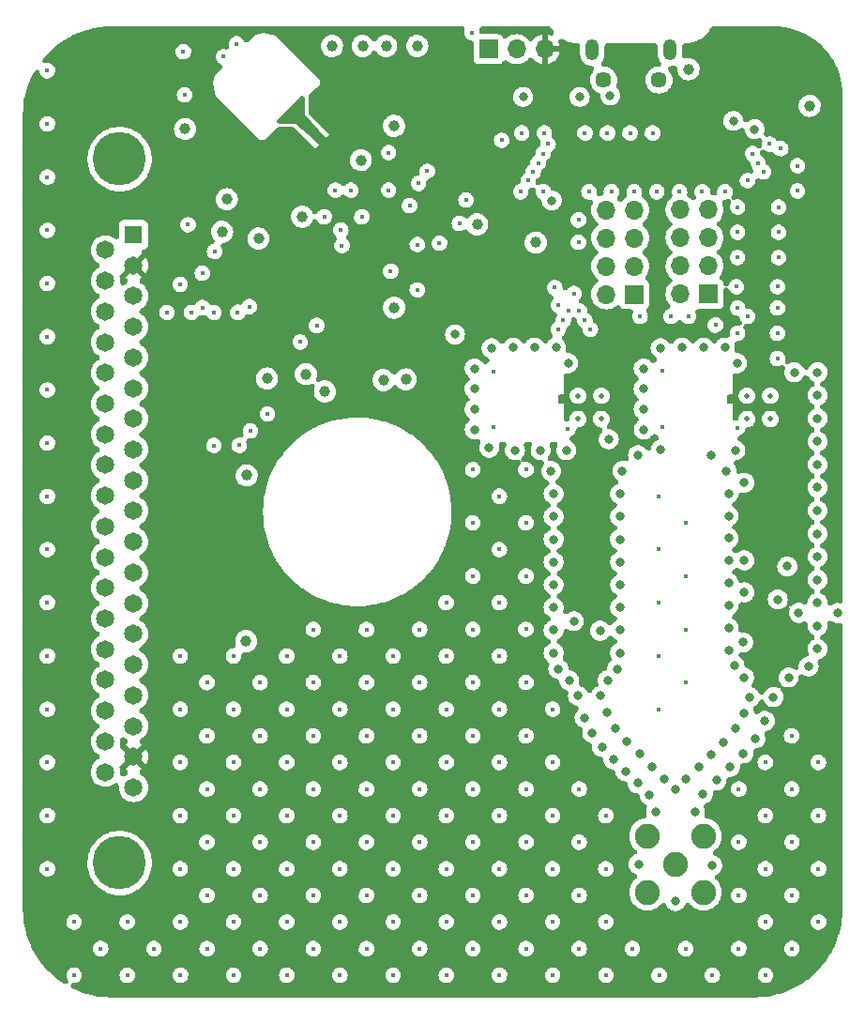
<source format=gbr>
%TF.GenerationSoftware,KiCad,Pcbnew,(6.0.7)*%
%TF.CreationDate,2022-08-27T16:35:56-04:00*%
%TF.ProjectId,Telemetry_KiCAD_Project,54656c65-6d65-4747-9279-5f4b69434144,rev?*%
%TF.SameCoordinates,Original*%
%TF.FileFunction,Copper,L3,Inr*%
%TF.FilePolarity,Positive*%
%FSLAX46Y46*%
G04 Gerber Fmt 4.6, Leading zero omitted, Abs format (unit mm)*
G04 Created by KiCad (PCBNEW (6.0.7)) date 2022-08-27 16:35:56*
%MOMM*%
%LPD*%
G01*
G04 APERTURE LIST*
%TA.AperFunction,ComponentPad*%
%ADD10C,2.250000*%
%TD*%
%TA.AperFunction,ComponentPad*%
%ADD11R,1.650000X1.650000*%
%TD*%
%TA.AperFunction,ComponentPad*%
%ADD12C,1.650000*%
%TD*%
%TA.AperFunction,ComponentPad*%
%ADD13C,4.800000*%
%TD*%
%TA.AperFunction,ComponentPad*%
%ADD14C,0.500000*%
%TD*%
%TA.AperFunction,ComponentPad*%
%ADD15O,1.200000X1.900000*%
%TD*%
%TA.AperFunction,ComponentPad*%
%ADD16C,1.450000*%
%TD*%
%TA.AperFunction,ComponentPad*%
%ADD17R,1.700000X1.700000*%
%TD*%
%TA.AperFunction,ComponentPad*%
%ADD18O,1.700000X1.700000*%
%TD*%
%TA.AperFunction,ViaPad*%
%ADD19C,0.800000*%
%TD*%
%TA.AperFunction,ViaPad*%
%ADD20C,1.000000*%
%TD*%
%TA.AperFunction,ViaPad*%
%ADD21C,0.400000*%
%TD*%
G04 APERTURE END LIST*
D10*
%TO.N,/RSD_Duplexer/Antenna*%
%TO.C,J3*%
X141900000Y-128575000D03*
%TO.N,GND*%
X144440000Y-126035000D03*
X139360000Y-126035000D03*
X139360000Y-131115000D03*
X144440000Y-131115000D03*
%TD*%
D11*
%TO.N,GND*%
%TO.C,J5*%
X93000000Y-71800000D03*
D12*
%TO.N,+3V3*%
X93000000Y-74570000D03*
%TO.N,/37 Pin DSUB/t_miso*%
X93000000Y-77340000D03*
%TO.N,/37 Pin DSUB/SWDIO*%
X93000000Y-80110000D03*
%TO.N,/37 Pin DSUB/Alert_scl*%
X93000000Y-82880000D03*
%TO.N,/37 Pin DSUB/Alert_Active*%
X93000000Y-85650000D03*
%TO.N,/37 Pin DSUB/Fire*%
X93000000Y-88420000D03*
%TO.N,unconnected-(J5-Pad8)*%
X93000000Y-91190000D03*
%TO.N,unconnected-(J5-Pad9)*%
X93000000Y-93960000D03*
%TO.N,unconnected-(J5-Pad10)*%
X93000000Y-96730000D03*
%TO.N,unconnected-(J5-Pad11)*%
X93000000Y-99500000D03*
%TO.N,unconnected-(J5-Pad12)*%
X93000000Y-102270000D03*
%TO.N,unconnected-(J5-Pad13)*%
X93000000Y-105040000D03*
%TO.N,unconnected-(J5-Pad14)*%
X93000000Y-107810000D03*
%TO.N,unconnected-(J5-Pad15)*%
X93000000Y-110580000D03*
%TO.N,unconnected-(J5-Pad16)*%
X93000000Y-113350000D03*
%TO.N,unconnected-(J5-Pad17)*%
X93000000Y-116120000D03*
%TO.N,+3V3*%
X93000000Y-118890000D03*
%TO.N,GND*%
X93000000Y-121660000D03*
%TO.N,+5V*%
X90460000Y-73185000D03*
%TO.N,/37 Pin DSUB/t_mosi*%
X90460000Y-75955000D03*
%TO.N,/37 Pin DSUB/t_clk*%
X90460000Y-78725000D03*
%TO.N,/37 Pin DSUB/SWCLK*%
X90460000Y-81495000D03*
%TO.N,/37 Pin DSUB/Alert_sda*%
X90460000Y-84265000D03*
%TO.N,/MCU_L562VE/~{RESET}*%
X90460000Y-87035000D03*
%TO.N,/37 Pin DSUB/Fire_redundant*%
X90460000Y-89805000D03*
%TO.N,unconnected-(J5-Pad27)*%
X90460000Y-92575000D03*
%TO.N,unconnected-(J5-Pad28)*%
X90460000Y-95345000D03*
%TO.N,unconnected-(J5-Pad29)*%
X90460000Y-98115000D03*
%TO.N,unconnected-(J5-Pad30)*%
X90460000Y-100885000D03*
%TO.N,unconnected-(J5-Pad31)*%
X90460000Y-103655000D03*
%TO.N,unconnected-(J5-Pad32)*%
X90460000Y-106425000D03*
%TO.N,unconnected-(J5-Pad33)*%
X90460000Y-109195000D03*
%TO.N,unconnected-(J5-Pad34)*%
X90460000Y-111965000D03*
%TO.N,unconnected-(J5-Pad35)*%
X90460000Y-114735000D03*
%TO.N,unconnected-(J5-Pad36)*%
X90460000Y-117505000D03*
%TO.N,+5V*%
X90460000Y-120275000D03*
D13*
%TO.N,N/C*%
X91730000Y-64980000D03*
X91730000Y-128480000D03*
%TD*%
D14*
%TO.N,GND*%
%TO.C,U1*%
X133100000Y-88425000D03*
X135200000Y-86325000D03*
X135200000Y-88425000D03*
X133100000Y-86325000D03*
%TD*%
D15*
%TO.N,N/C*%
%TO.C,J4*%
X134400000Y-55137500D03*
D16*
X140400000Y-57837500D03*
X135400000Y-57837500D03*
D15*
X141400000Y-55137500D03*
%TD*%
D14*
%TO.N,GND*%
%TO.C,U6*%
X150450000Y-88425000D03*
X150450000Y-86325000D03*
X148350000Y-86325000D03*
X148350000Y-88425000D03*
%TD*%
D17*
%TO.N,/~{RX_SEL}*%
%TO.C,J2*%
X138190000Y-77175000D03*
D18*
%TO.N,/~{RX_IRQ}*%
X135650000Y-77175000D03*
%TO.N,/RX_SDI*%
X138190000Y-74635000D03*
%TO.N,/RX_SDO*%
X135650000Y-74635000D03*
%TO.N,/RX_SCL*%
X138190000Y-72095000D03*
%TO.N,/RX_RST*%
X135650000Y-72095000D03*
%TO.N,unconnected-(J2-Pad7)*%
X138190000Y-69555000D03*
%TO.N,GND*%
X135650000Y-69555000D03*
%TD*%
D17*
%TO.N,/~{TX_SEL}*%
%TO.C,J1*%
X144890000Y-77155001D03*
D18*
%TO.N,/~{TX_IRQ}*%
X142350000Y-77155001D03*
%TO.N,/TX_SDI*%
X144890000Y-74615001D03*
%TO.N,/TX_SDO*%
X142350000Y-74615001D03*
%TO.N,/TX_SCL*%
X144890000Y-72075001D03*
%TO.N,/TX_RST*%
X142350000Y-72075001D03*
%TO.N,unconnected-(J1-Pad7)*%
X144890000Y-69535001D03*
%TO.N,GND*%
X142350000Y-69535001D03*
%TD*%
D17*
%TO.N,GND*%
%TO.C,JP1*%
X125030000Y-55070000D03*
D18*
%TO.N,Net-(JP1-Pad2)*%
X127570000Y-55070000D03*
%TO.N,+3V3*%
X130110000Y-55070000D03*
%TD*%
D19*
%TO.N,GND*%
X148036958Y-118589689D03*
X134382863Y-116745544D03*
X149976483Y-115657312D03*
X147279474Y-116363394D03*
X149107400Y-117240500D03*
X143987243Y-119787650D03*
X133699912Y-115374764D03*
X148617940Y-113509061D03*
X148080930Y-114998278D03*
X140923665Y-120889234D03*
X138646032Y-118641107D03*
X146816934Y-119807815D03*
X145588527Y-121017696D03*
X133100000Y-113395000D03*
X137507216Y-117517044D03*
X135154039Y-113403042D03*
X142857764Y-120900096D03*
X136294006Y-119129717D03*
X137384884Y-120206463D03*
X139784849Y-119765171D03*
X135255101Y-118004256D03*
X135680618Y-114911541D03*
X139566640Y-122359955D03*
X144360121Y-122227577D03*
X146246201Y-117562759D03*
X136474418Y-116297929D03*
X138475762Y-121283209D03*
X145116722Y-118675205D03*
X141890000Y-121855000D03*
X141899999Y-131906193D03*
X143650000Y-123825000D03*
X145230213Y-128694787D03*
X138568805Y-128574999D03*
X140150000Y-123825000D03*
D20*
X116500000Y-61975000D03*
X124000000Y-70875000D03*
D21*
X125450000Y-84115000D03*
X147500000Y-80696428D03*
X147500000Y-71582142D03*
X147500000Y-78417857D03*
X147500000Y-69303571D03*
X147400000Y-76489285D03*
X147500000Y-73860714D03*
D19*
X154710000Y-84205000D03*
X152630000Y-84205000D03*
D21*
X140709999Y-89185000D03*
D19*
X130900000Y-95175000D03*
X130900000Y-95175000D03*
X130680000Y-93135000D03*
X127410000Y-91235000D03*
X129730000Y-91235000D03*
X151990000Y-101715000D03*
X130900000Y-97225000D03*
X130900000Y-99275000D03*
X130900000Y-105425000D03*
X130900000Y-101325000D03*
X130900000Y-107475000D03*
X130900000Y-109525000D03*
X130900000Y-103375000D03*
X148110000Y-101165000D03*
X148110000Y-104065000D03*
X135090000Y-107525000D03*
X148105000Y-94175000D03*
X132730000Y-106665000D03*
D21*
X135609999Y-124200000D03*
X135609999Y-129000000D03*
X135609999Y-133800000D03*
X147609999Y-126600000D03*
X147609999Y-131400000D03*
X147609999Y-121800000D03*
D19*
X146700000Y-95145000D03*
X146700000Y-99185000D03*
X146700000Y-97165000D03*
X146700000Y-103225000D03*
X146740000Y-109285000D03*
X146700000Y-101205000D03*
X146700000Y-105245000D03*
X146700000Y-107265000D03*
X147220553Y-110684447D03*
D21*
X96000000Y-78805000D03*
X102400000Y-78803120D03*
D19*
X135880000Y-90255000D03*
X139040000Y-89365000D03*
X140580000Y-91195000D03*
X144423374Y-81975000D03*
X139025000Y-83875000D03*
X139020000Y-85705000D03*
X140550124Y-82040808D03*
X142486749Y-81975000D03*
X139020000Y-87535000D03*
X146360000Y-81975000D03*
X147460000Y-83385000D03*
X147300000Y-91235000D03*
D21*
X145500000Y-79946428D03*
X116001183Y-64387958D03*
X111200000Y-67784998D03*
X116001183Y-67782070D03*
X97909999Y-70900000D03*
X100310000Y-73300000D03*
X109209999Y-117000000D03*
X128400000Y-92990000D03*
X104409999Y-126600000D03*
X114010000Y-107410000D03*
X118809999Y-131400000D03*
X97209999Y-124200000D03*
X116409999Y-109800000D03*
D19*
X136900000Y-103375000D03*
D21*
X104409999Y-131400000D03*
X114009999Y-126600000D03*
X126009999Y-133800000D03*
X85209999Y-95400000D03*
X140409999Y-114600000D03*
X133209999Y-131400000D03*
D20*
X117560000Y-84850000D03*
D19*
X154710000Y-88365000D03*
D21*
X133725224Y-62625000D03*
X123609999Y-107400000D03*
X128409999Y-131400000D03*
X118809999Y-136200000D03*
X85209999Y-129000000D03*
X126000000Y-95390000D03*
X116409999Y-124200000D03*
D20*
X110900000Y-54774999D03*
D19*
X154710000Y-96685000D03*
D21*
X106809999Y-129000000D03*
X121209999Y-133800000D03*
X130820000Y-138600000D03*
X99609999Y-131400000D03*
X121209999Y-109800000D03*
D19*
X148088823Y-111736177D03*
D21*
X106809999Y-109800000D03*
D19*
X131110000Y-81975000D03*
D21*
X121209999Y-119400000D03*
D20*
X129290120Y-72509880D03*
D21*
X130056531Y-62625000D03*
X128400000Y-102590000D03*
D19*
X149050000Y-62275000D03*
D21*
X98200000Y-78805000D03*
X111609999Y-133800000D03*
X102009999Y-129000000D03*
X150009999Y-124200000D03*
X142809999Y-102600000D03*
X97600000Y-59200000D03*
D19*
X153912983Y-110737983D03*
D21*
X92430001Y-138600000D03*
X140420000Y-138600000D03*
D19*
X136900000Y-109525000D03*
D21*
X99609999Y-121800000D03*
X133209999Y-121800000D03*
X97230001Y-138600000D03*
D19*
X132312500Y-112012500D03*
D21*
X126000000Y-100190000D03*
X142809999Y-112200000D03*
X102521023Y-90803120D03*
X128400000Y-97790000D03*
D19*
X137110000Y-93105000D03*
D21*
X135620000Y-138600000D03*
X121209999Y-114600000D03*
X128400000Y-107390000D03*
X90020000Y-136200000D03*
D20*
X118590000Y-54777499D03*
D21*
X123609999Y-126600000D03*
X134079672Y-67925000D03*
X116200000Y-75084999D03*
X152400000Y-121800000D03*
D19*
X136900000Y-105425000D03*
X136900000Y-101325000D03*
X125300124Y-82040808D03*
D21*
X109209999Y-136200000D03*
X85209999Y-100200000D03*
X151100000Y-76490714D03*
D19*
X152109140Y-111744140D03*
D21*
X106809999Y-114600000D03*
X140409999Y-95400000D03*
X118600000Y-72684999D03*
D20*
X154000000Y-60175000D03*
D21*
X118810000Y-107410000D03*
X106809999Y-119400000D03*
X97209999Y-119400000D03*
X114009999Y-136200000D03*
D19*
X147125000Y-61525000D03*
D21*
X126000000Y-104990000D03*
X102009999Y-133800000D03*
X104409999Y-112200000D03*
X150009999Y-129000000D03*
X142809999Y-136200000D03*
X151200000Y-71583571D03*
D20*
X115540000Y-84913845D03*
X100980000Y-71550000D03*
D19*
X132210000Y-83385000D03*
X135784999Y-111989999D03*
D21*
X99609999Y-117000000D03*
D19*
X131326825Y-110968175D03*
X154710000Y-86285000D03*
D21*
X114009999Y-121800000D03*
X123609999Y-121800000D03*
X129988150Y-67925000D03*
D20*
X113665000Y-54774999D03*
D21*
X130810000Y-114600000D03*
X133209999Y-126600000D03*
X102009999Y-119400000D03*
X108030000Y-81480000D03*
D19*
X123775000Y-83875000D03*
X136010000Y-59235000D03*
X123770000Y-85705000D03*
D20*
X113500000Y-65075000D03*
D21*
X152409999Y-131400000D03*
X112607070Y-67782070D03*
X102009999Y-124200000D03*
D19*
X146480000Y-93105000D03*
D21*
X142809999Y-107400000D03*
X85209999Y-90600000D03*
D19*
X129173374Y-81975000D03*
D21*
X121220000Y-138600000D03*
X146354238Y-67925000D03*
D20*
X104267937Y-72146617D03*
D21*
X133140627Y-70464828D03*
D19*
X154710000Y-90445000D03*
D21*
X128409999Y-136200000D03*
X130809999Y-124200000D03*
X152380000Y-116990000D03*
X125460000Y-89160000D03*
D19*
X127236749Y-81975000D03*
D20*
X115786250Y-54772499D03*
D21*
X97490001Y-55300001D03*
X87620000Y-133800000D03*
X99609999Y-112200000D03*
D19*
X130729999Y-68710000D03*
D21*
X92420000Y-133800000D03*
X137793918Y-62625000D03*
D19*
X154710000Y-102925000D03*
D21*
X139828265Y-62625000D03*
X151200000Y-69305000D03*
X97209999Y-109800000D03*
D20*
X116500000Y-78375000D03*
D21*
X123600000Y-102590000D03*
D19*
X136900000Y-97225000D03*
D21*
X123609999Y-117000000D03*
X127942389Y-67925000D03*
D20*
X108200000Y-70175000D03*
D21*
X110192930Y-70176183D03*
D20*
X101400000Y-68600000D03*
D21*
X85209999Y-109800000D03*
X99620000Y-136200000D03*
D19*
X136900000Y-107475000D03*
D21*
X126009999Y-129000000D03*
X111609999Y-109800000D03*
X85209999Y-66600000D03*
X152900000Y-65575000D03*
X109209999Y-112200000D03*
X128409999Y-126600000D03*
X102278706Y-54575000D03*
D19*
X154710000Y-107085000D03*
D21*
X114009999Y-117000000D03*
X104409999Y-121800000D03*
D20*
X103160000Y-108450000D03*
D21*
X140720001Y-84055000D03*
D19*
X154710000Y-100845000D03*
X151130000Y-104695000D03*
D21*
X133209999Y-136200000D03*
X121209999Y-129000000D03*
X85209999Y-71400000D03*
X99609999Y-126600000D03*
D19*
X145133187Y-91708187D03*
D21*
X145220000Y-138600000D03*
D20*
X97644365Y-62261522D03*
D21*
X121209999Y-124200000D03*
X104409999Y-136200000D03*
D20*
X105030000Y-84770000D03*
D21*
X126000000Y-95390000D03*
X154800000Y-124200000D03*
D19*
X136900000Y-99275000D03*
X128150000Y-59375000D03*
D21*
X154809999Y-129000000D03*
X97209999Y-114600000D03*
X114009999Y-131400000D03*
X154809999Y-133800000D03*
X116420000Y-138600000D03*
D20*
X103200000Y-93510000D03*
D21*
X85209999Y-81000000D03*
X102009999Y-114600000D03*
X109209999Y-121800000D03*
X154800000Y-119400000D03*
X126009999Y-109800000D03*
X151100000Y-80696429D03*
D19*
X150730000Y-113505000D03*
D21*
X85209999Y-114600000D03*
X126009999Y-119400000D03*
X85209999Y-85800000D03*
X85209999Y-105000000D03*
X97209999Y-129000000D03*
X123600000Y-97790000D03*
X150009999Y-133800000D03*
D19*
X123790000Y-89365000D03*
D21*
X111620000Y-138600000D03*
X130809999Y-129000000D03*
X85209999Y-61800000D03*
X151100000Y-78419286D03*
X118809999Y-112200000D03*
X128409999Y-121800000D03*
X152900000Y-67853571D03*
X128410000Y-112200000D03*
X103544860Y-89494100D03*
X140409999Y-109800000D03*
X118809999Y-121800000D03*
X135759571Y-62625000D03*
X113587042Y-70176183D03*
X126009999Y-124200000D03*
X116409999Y-133800000D03*
X150020000Y-138600000D03*
D19*
X154710000Y-92525000D03*
D21*
X142809999Y-97800000D03*
X105074871Y-87964089D03*
D19*
X132050000Y-91235000D03*
D21*
X130809999Y-119400000D03*
X116409999Y-119400000D03*
D19*
X154710000Y-105005000D03*
D21*
X128022184Y-62625000D03*
D19*
X154710000Y-94605000D03*
D21*
X111609999Y-119400000D03*
X87630001Y-138600000D03*
X116409999Y-114600000D03*
X85209999Y-119400000D03*
D19*
X138514565Y-91679565D03*
X136900000Y-95175000D03*
D21*
X109209999Y-131400000D03*
X104409999Y-117000000D03*
X123600000Y-92990000D03*
X123609999Y-136200000D03*
X102009999Y-109800000D03*
X100236853Y-78805000D03*
X106809999Y-124200000D03*
X123609999Y-112200000D03*
X151200000Y-73862143D03*
X102020000Y-138600000D03*
X142262716Y-67925000D03*
D19*
X154710000Y-109165000D03*
D21*
X140409999Y-105000000D03*
X100236853Y-90805000D03*
X140409999Y-100200000D03*
D19*
X136631987Y-110976987D03*
D21*
X109514671Y-79988755D03*
X126020000Y-138600000D03*
X138171194Y-67925000D03*
X111609999Y-129000000D03*
X109209999Y-107400000D03*
X123530000Y-53570000D03*
X114009999Y-112200000D03*
%TO.N,+3V3*%
X97800000Y-67000000D03*
%TO.N,GND*%
X85209999Y-124200000D03*
X126009999Y-114600000D03*
X111609999Y-124200000D03*
X151400000Y-64025000D03*
X150000000Y-119400000D03*
D19*
X125090000Y-91005000D03*
D21*
X109209999Y-126600000D03*
X97220000Y-133800000D03*
X111609999Y-114600000D03*
X94820000Y-136200000D03*
X128409999Y-117000000D03*
X144308477Y-67925000D03*
X140216955Y-67925000D03*
X136125433Y-67925000D03*
X85209999Y-76200000D03*
X121200001Y-105000000D03*
X123609999Y-131400000D03*
D19*
X123770000Y-87535000D03*
D21*
X152409999Y-136200000D03*
X118809999Y-126600000D03*
X106809999Y-133800000D03*
X126218258Y-63285168D03*
X130809999Y-133800000D03*
X116409999Y-129000000D03*
X138009999Y-136200000D03*
X101103706Y-55750000D03*
X147609999Y-136200000D03*
D19*
X154710000Y-98765000D03*
D21*
X118809999Y-117000000D03*
X151100000Y-82975000D03*
D19*
X148000000Y-108575000D03*
D21*
X85209999Y-57000000D03*
X152409999Y-126600000D03*
X133140627Y-72487002D03*
X106820000Y-138600000D03*
D19*
%TO.N,+3V3*%
X152015000Y-93765000D03*
X123760000Y-61750000D03*
D21*
X151300000Y-89275000D03*
D20*
X149875000Y-58650000D03*
D21*
X151700000Y-85775000D03*
D20*
X122340000Y-55109999D03*
X102755805Y-74897227D03*
D21*
X136400000Y-85775000D03*
D20*
X103700000Y-65200000D03*
X149875000Y-56325000D03*
D19*
X128979999Y-68710000D03*
D20*
X117200000Y-57600000D03*
D21*
X128930000Y-53470000D03*
X136100000Y-89075000D03*
D20*
X119260000Y-84850000D03*
D19*
X127630230Y-71030230D03*
D20*
X151150000Y-57475000D03*
D19*
X127748034Y-74351966D03*
D20*
X113842944Y-84913845D03*
X105400000Y-70400000D03*
X112300000Y-57600000D03*
D19*
%TO.N,+5V*%
X156525000Y-105925000D03*
X133250000Y-59375000D03*
D20*
X143075000Y-56875000D03*
D19*
X153030000Y-105915000D03*
D21*
%TO.N,/MCU_L562VE/~{RESET}*%
X99200000Y-78375000D03*
X99200000Y-75275000D03*
%TO.N,/~{TX_SEL}*%
X138700000Y-79175000D03*
X141500000Y-79175000D03*
X118600000Y-76775000D03*
X143080001Y-79175000D03*
%TO.N,/~{TX_IRQ}*%
X130400000Y-63625000D03*
X150400000Y-63625000D03*
%TO.N,/TX_SDI*%
X148850000Y-64475000D03*
X129950000Y-64475000D03*
%TO.N,/TX_SDO*%
X149350000Y-65325000D03*
X129500000Y-65325000D03*
%TO.N,/TX_SCL*%
X149850000Y-66125000D03*
X129050000Y-66125000D03*
%TO.N,/TX_RST*%
X128600000Y-66925000D03*
X148400000Y-79175000D03*
X148400000Y-66925000D03*
X147450000Y-89275000D03*
%TO.N,/RX_RST*%
X132200000Y-89325000D03*
X131325000Y-78150000D03*
D19*
X122000000Y-80800000D03*
D21*
%TO.N,/RX_SCL*%
X134220000Y-80330000D03*
X131320000Y-80330000D03*
%TO.N,/RX_SDO*%
X131770000Y-79530000D03*
X133720000Y-79530000D03*
%TO.N,/RX_SDI*%
X133220000Y-78680000D03*
X132220000Y-78680000D03*
%TO.N,/~{RX_IRQ}*%
X131000000Y-76575000D03*
%TO.N,/~{RX_SEL}*%
X132725000Y-77100000D03*
X123000000Y-68675000D03*
%TO.N,/37 Pin DSUB/Alert_scl*%
X118700000Y-67175000D03*
%TO.N,/37 Pin DSUB/Alert_Active*%
X119500000Y-66075000D03*
D20*
%TO.N,/37 Pin DSUB/Fire_redundant*%
X110270000Y-85940000D03*
D21*
%TO.N,/37 Pin DSUB/SWCLK*%
X120600000Y-72575000D03*
X122400000Y-70775000D03*
X111800000Y-72775000D03*
%TO.N,/37 Pin DSUB/t_clk*%
X97200000Y-76275000D03*
%TO.N,/37 Pin DSUB/t_mosi*%
X103450253Y-78275000D03*
%TO.N,/37 Pin DSUB/Alert_sda*%
X117900000Y-69175000D03*
D20*
%TO.N,/37 Pin DSUB/Fire*%
X108540000Y-84370000D03*
D21*
%TO.N,/37 Pin DSUB/SWDIO*%
X111700000Y-71375000D03*
%TD*%
%TA.AperFunction,Conductor*%
%TO.N,+3V3*%
G36*
X122731289Y-53018954D02*
G01*
X122812071Y-53072930D01*
X122866047Y-53153712D01*
X122885001Y-53249000D01*
X122867992Y-53339449D01*
X122851977Y-53380525D01*
X122851976Y-53380531D01*
X122846524Y-53394513D01*
X122824394Y-53562611D01*
X122842999Y-53731135D01*
X122901266Y-53890356D01*
X122995830Y-54031083D01*
X123121233Y-54145191D01*
X123134425Y-54152353D01*
X123134424Y-54152353D01*
X123257047Y-54218932D01*
X123257050Y-54218933D01*
X123270235Y-54226092D01*
X123284747Y-54229899D01*
X123284749Y-54229900D01*
X123321522Y-54239547D01*
X123434233Y-54269116D01*
X123449248Y-54269352D01*
X123464112Y-54271388D01*
X123463566Y-54275373D01*
X123529651Y-54289680D01*
X123609512Y-54345010D01*
X123662119Y-54426690D01*
X123679500Y-54518088D01*
X123679501Y-55242475D01*
X123679501Y-55967376D01*
X123686149Y-56028580D01*
X123736474Y-56162824D01*
X123822454Y-56277546D01*
X123937176Y-56363526D01*
X123953787Y-56369753D01*
X124056804Y-56408372D01*
X124056805Y-56408372D01*
X124071420Y-56413851D01*
X124132623Y-56420500D01*
X125029400Y-56420500D01*
X125927376Y-56420499D01*
X125988580Y-56413851D01*
X126122824Y-56363526D01*
X126237546Y-56277546D01*
X126320792Y-56166472D01*
X126320797Y-56166466D01*
X126323526Y-56162824D01*
X126323723Y-56162972D01*
X126377030Y-56099334D01*
X126463169Y-56054400D01*
X126559947Y-56045850D01*
X126652631Y-56074986D01*
X126691992Y-56101888D01*
X126698599Y-56108495D01*
X126707498Y-56114726D01*
X126707499Y-56114727D01*
X126845110Y-56211083D01*
X126892170Y-56244035D01*
X126902015Y-56248626D01*
X126902017Y-56248627D01*
X126964034Y-56277546D01*
X127106337Y-56343903D01*
X127116835Y-56346716D01*
X127116838Y-56346717D01*
X127220465Y-56374483D01*
X127334592Y-56405063D01*
X127345425Y-56406011D01*
X127345426Y-56406011D01*
X127502701Y-56419771D01*
X127511720Y-56420560D01*
X127559165Y-56424711D01*
X127570000Y-56425659D01*
X127580835Y-56424711D01*
X127628281Y-56420560D01*
X127637299Y-56419771D01*
X127794574Y-56406011D01*
X127794575Y-56406011D01*
X127805408Y-56405063D01*
X127919536Y-56374483D01*
X128023162Y-56346717D01*
X128023165Y-56346716D01*
X128033663Y-56343903D01*
X128175966Y-56277546D01*
X128237983Y-56248627D01*
X128237985Y-56248626D01*
X128247830Y-56244035D01*
X128291027Y-56213788D01*
X128432500Y-56114728D01*
X128432503Y-56114725D01*
X128441401Y-56108495D01*
X128608495Y-55941401D01*
X128630807Y-55909536D01*
X128700986Y-55842354D01*
X128791534Y-55807140D01*
X128888666Y-55809259D01*
X128977594Y-55848387D01*
X129022982Y-55889326D01*
X129149908Y-56035853D01*
X129164468Y-56050110D01*
X129320549Y-56179691D01*
X129337241Y-56191379D01*
X129512394Y-56293730D01*
X129530762Y-56302531D01*
X129720279Y-56374900D01*
X129739853Y-56380587D01*
X129831965Y-56399327D01*
X129852824Y-56399418D01*
X129855982Y-56391886D01*
X129856000Y-56391712D01*
X129856000Y-56382105D01*
X130364000Y-56382105D01*
X130368069Y-56402563D01*
X130378919Y-56404721D01*
X130383176Y-56404175D01*
X130403099Y-56399941D01*
X130597412Y-56341644D01*
X130616379Y-56334211D01*
X130798567Y-56244957D01*
X130816053Y-56234533D01*
X130981212Y-56116727D01*
X130996776Y-56103575D01*
X131140477Y-55960374D01*
X131153674Y-55944867D01*
X131272064Y-55780110D01*
X131282547Y-55762664D01*
X131372438Y-55580784D01*
X131379933Y-55561854D01*
X131438912Y-55367732D01*
X131443141Y-55348172D01*
X131441786Y-55327503D01*
X131431466Y-55324000D01*
X130388527Y-55324000D01*
X130368069Y-55328069D01*
X130364000Y-55348527D01*
X130364000Y-56382105D01*
X129856000Y-56382105D01*
X129856000Y-53759514D01*
X129851931Y-53739056D01*
X129842138Y-53737108D01*
X129804301Y-53742898D01*
X129784503Y-53747615D01*
X129591657Y-53810646D01*
X129572892Y-53818534D01*
X129392937Y-53912213D01*
X129375700Y-53923068D01*
X129213476Y-54044870D01*
X129198235Y-54058401D01*
X129058080Y-54205065D01*
X129045259Y-54220899D01*
X129040456Y-54227939D01*
X128971100Y-54295975D01*
X128880988Y-54332290D01*
X128783837Y-54331357D01*
X128694439Y-54293316D01*
X128630791Y-54230441D01*
X128614731Y-54207505D01*
X128608495Y-54198599D01*
X128441401Y-54031505D01*
X128432503Y-54025275D01*
X128432500Y-54025272D01*
X128256729Y-53902196D01*
X128256728Y-53902195D01*
X128247830Y-53895965D01*
X128237985Y-53891374D01*
X128237983Y-53891373D01*
X128143060Y-53847110D01*
X128033663Y-53796097D01*
X128023165Y-53793284D01*
X128023162Y-53793283D01*
X127919535Y-53765517D01*
X127805408Y-53734937D01*
X127794575Y-53733989D01*
X127794574Y-53733989D01*
X127580835Y-53715289D01*
X127570000Y-53714341D01*
X127559165Y-53715289D01*
X127345426Y-53733989D01*
X127345425Y-53733989D01*
X127334592Y-53734937D01*
X127106337Y-53796097D01*
X127096484Y-53800691D01*
X127096480Y-53800693D01*
X126927040Y-53879705D01*
X126892171Y-53895965D01*
X126883263Y-53902202D01*
X126883262Y-53902203D01*
X126816006Y-53949296D01*
X126698599Y-54031505D01*
X126692320Y-54037784D01*
X126607920Y-54084084D01*
X126511342Y-54094659D01*
X126418069Y-54067470D01*
X126342301Y-54006657D01*
X126325195Y-53981627D01*
X126323526Y-53977176D01*
X126249628Y-53878575D01*
X126248187Y-53876652D01*
X126237546Y-53862454D01*
X126222269Y-53851004D01*
X126178944Y-53818534D01*
X126122824Y-53776474D01*
X126049363Y-53748935D01*
X126003196Y-53731628D01*
X126003195Y-53731628D01*
X125988580Y-53726149D01*
X125927377Y-53719500D01*
X125883877Y-53719500D01*
X124474420Y-53719501D01*
X124379133Y-53700547D01*
X124298352Y-53646571D01*
X124244375Y-53565789D01*
X124227224Y-53500414D01*
X124227114Y-53499500D01*
X124218578Y-53428968D01*
X124217079Y-53416577D01*
X124217078Y-53416575D01*
X124215276Y-53401680D01*
X124209972Y-53387644D01*
X124209971Y-53387639D01*
X124190842Y-53337016D01*
X124174890Y-53241179D01*
X124196827Y-53146533D01*
X124253314Y-53067487D01*
X124335751Y-53016075D01*
X124423767Y-53000000D01*
X130496996Y-53000000D01*
X130592284Y-53018954D01*
X130673066Y-53072930D01*
X130724058Y-53146805D01*
X130731871Y-53164164D01*
X130735763Y-53170603D01*
X130735764Y-53170604D01*
X130884474Y-53416600D01*
X130888368Y-53423042D01*
X130892578Y-53428415D01*
X130931024Y-53517405D01*
X130932493Y-53614548D01*
X130896674Y-53704860D01*
X130829022Y-53774589D01*
X130739834Y-53813121D01*
X130642691Y-53814590D01*
X130604453Y-53804386D01*
X130467719Y-53755966D01*
X130448018Y-53750761D01*
X130388147Y-53740096D01*
X130367291Y-53740515D01*
X130364000Y-53748935D01*
X130364000Y-54791473D01*
X130368069Y-54811931D01*
X130388527Y-54816000D01*
X131421932Y-54816000D01*
X131442390Y-54811931D01*
X131443419Y-54806755D01*
X131442723Y-54801127D01*
X131402444Y-54640773D01*
X131395880Y-54621492D01*
X131330520Y-54471173D01*
X131309906Y-54376230D01*
X131327194Y-54280626D01*
X131379753Y-54198915D01*
X131459580Y-54143537D01*
X131554523Y-54122923D01*
X131650127Y-54140211D01*
X131687685Y-54158795D01*
X131779396Y-54214236D01*
X131785836Y-54218129D01*
X131973118Y-54302418D01*
X132026160Y-54326290D01*
X132061690Y-54342281D01*
X132350498Y-54432277D01*
X132357899Y-54433633D01*
X132357902Y-54433634D01*
X132467819Y-54453777D01*
X132648047Y-54486805D01*
X132919405Y-54503219D01*
X132926597Y-54503759D01*
X132928149Y-54503898D01*
X132937646Y-54505496D01*
X132950000Y-54505647D01*
X132968380Y-54503015D01*
X133003677Y-54500500D01*
X133050500Y-54500500D01*
X133145788Y-54519454D01*
X133226570Y-54573430D01*
X133280546Y-54654212D01*
X133299500Y-54749500D01*
X133299500Y-55539969D01*
X133314439Y-55696546D01*
X133317773Y-55707910D01*
X133317773Y-55707911D01*
X133318328Y-55709802D01*
X133373553Y-55898049D01*
X133378978Y-55908581D01*
X133378979Y-55908585D01*
X133444471Y-56035744D01*
X133469705Y-56084739D01*
X133477022Y-56094054D01*
X133587370Y-56234533D01*
X133599424Y-56249879D01*
X133608371Y-56257643D01*
X133608373Y-56257645D01*
X133749079Y-56379744D01*
X133749082Y-56379746D01*
X133758029Y-56387510D01*
X133832415Y-56430543D01*
X133921530Y-56482097D01*
X133939799Y-56492666D01*
X134138174Y-56561553D01*
X134345996Y-56591686D01*
X134345593Y-56594463D01*
X134420345Y-56613163D01*
X134498399Y-56671014D01*
X134548372Y-56754332D01*
X134562657Y-56850431D01*
X134539079Y-56944681D01*
X134490023Y-57014359D01*
X134457627Y-57046755D01*
X134451397Y-57055653D01*
X134451394Y-57055656D01*
X134413841Y-57109288D01*
X134334632Y-57222410D01*
X134330035Y-57232268D01*
X134330034Y-57232270D01*
X134306422Y-57282907D01*
X134244008Y-57416753D01*
X134188508Y-57623881D01*
X134169819Y-57837500D01*
X134188508Y-58051119D01*
X134244008Y-58258247D01*
X134334632Y-58452590D01*
X134340869Y-58461497D01*
X134449316Y-58616375D01*
X134457627Y-58628245D01*
X134609255Y-58779873D01*
X134618164Y-58786111D01*
X134618165Y-58786112D01*
X134776001Y-58896631D01*
X134776005Y-58896633D01*
X134784909Y-58902868D01*
X134794756Y-58907460D01*
X134794760Y-58907462D01*
X134962136Y-58985510D01*
X135040486Y-59042959D01*
X135090887Y-59126018D01*
X135105904Y-59211181D01*
X135105904Y-59222022D01*
X135104540Y-59235000D01*
X135124326Y-59423256D01*
X135128357Y-59435664D01*
X135128358Y-59435666D01*
X135138226Y-59466036D01*
X135182821Y-59603284D01*
X135277467Y-59767216D01*
X135286197Y-59776912D01*
X135286201Y-59776917D01*
X135360920Y-59859900D01*
X135404129Y-59907888D01*
X135414678Y-59915552D01*
X135414681Y-59915555D01*
X135546714Y-60011482D01*
X135557270Y-60019151D01*
X135569189Y-60024458D01*
X135569193Y-60024460D01*
X135636007Y-60054207D01*
X135730197Y-60096144D01*
X135915354Y-60135500D01*
X136104646Y-60135500D01*
X136289803Y-60096144D01*
X136383993Y-60054207D01*
X136450807Y-60024460D01*
X136450811Y-60024458D01*
X136462730Y-60019151D01*
X136473286Y-60011482D01*
X136605319Y-59915555D01*
X136605322Y-59915552D01*
X136615871Y-59907888D01*
X136659080Y-59859900D01*
X136733799Y-59776917D01*
X136733803Y-59776912D01*
X136742533Y-59767216D01*
X136837179Y-59603284D01*
X136881774Y-59466036D01*
X136891642Y-59435666D01*
X136891643Y-59435664D01*
X136895674Y-59423256D01*
X136915460Y-59235000D01*
X136895674Y-59046744D01*
X136890780Y-59031680D01*
X136850418Y-58907462D01*
X136837179Y-58866716D01*
X136742533Y-58702784D01*
X136733803Y-58693088D01*
X136733799Y-58693083D01*
X136624603Y-58571810D01*
X136615871Y-58562112D01*
X136608834Y-58556999D01*
X136552098Y-58481026D01*
X136528181Y-58386861D01*
X136542119Y-58290711D01*
X136551161Y-58268607D01*
X136555992Y-58258247D01*
X136611492Y-58051119D01*
X136630181Y-57837500D01*
X136611492Y-57623881D01*
X136555992Y-57416753D01*
X136493578Y-57282907D01*
X136469966Y-57232270D01*
X136469965Y-57232268D01*
X136465368Y-57222410D01*
X136386159Y-57109288D01*
X136348606Y-57055656D01*
X136348603Y-57055653D01*
X136342373Y-57046755D01*
X136190745Y-56895127D01*
X136161491Y-56874643D01*
X136023999Y-56778369D01*
X136023995Y-56778367D01*
X136015091Y-56772132D01*
X136005244Y-56767540D01*
X136005240Y-56767538D01*
X135830599Y-56686102D01*
X135830598Y-56686102D01*
X135820747Y-56681508D01*
X135810244Y-56678694D01*
X135810242Y-56678693D01*
X135624121Y-56628822D01*
X135613619Y-56626008D01*
X135602792Y-56625061D01*
X135602782Y-56625059D01*
X135411023Y-56608282D01*
X135317749Y-56581096D01*
X135241980Y-56520284D01*
X135195249Y-56435106D01*
X135184673Y-56338528D01*
X135211859Y-56245254D01*
X135252856Y-56188045D01*
X135267575Y-56172669D01*
X135284658Y-56146213D01*
X135342739Y-56056261D01*
X135381485Y-55996254D01*
X135385914Y-55985265D01*
X135455550Y-55812477D01*
X135455551Y-55812472D01*
X135459981Y-55801481D01*
X135462253Y-55789848D01*
X135498512Y-55604178D01*
X135498513Y-55604171D01*
X135500230Y-55595378D01*
X135500500Y-55589857D01*
X135500500Y-54749500D01*
X135519454Y-54654212D01*
X135573430Y-54573430D01*
X135654212Y-54519454D01*
X135749500Y-54500500D01*
X140050500Y-54500500D01*
X140145788Y-54519454D01*
X140226570Y-54573430D01*
X140280546Y-54654212D01*
X140299500Y-54749500D01*
X140299500Y-55539969D01*
X140314439Y-55696546D01*
X140317773Y-55707910D01*
X140317773Y-55707911D01*
X140318328Y-55709802D01*
X140373553Y-55898049D01*
X140378978Y-55908581D01*
X140378979Y-55908585D01*
X140444471Y-56035744D01*
X140469705Y-56084739D01*
X140477022Y-56094054D01*
X140477026Y-56094060D01*
X140565143Y-56206239D01*
X140609099Y-56292882D01*
X140616552Y-56389750D01*
X140586368Y-56482097D01*
X140523142Y-56555864D01*
X140436499Y-56599820D01*
X140391034Y-56608103D01*
X140186381Y-56626008D01*
X139979253Y-56681508D01*
X139969394Y-56686105D01*
X139969395Y-56686105D01*
X139855207Y-56739352D01*
X139784910Y-56772132D01*
X139729635Y-56810836D01*
X139618156Y-56888894D01*
X139618153Y-56888897D01*
X139609255Y-56895127D01*
X139457627Y-57046755D01*
X139451397Y-57055653D01*
X139451394Y-57055656D01*
X139413841Y-57109288D01*
X139334632Y-57222410D01*
X139330035Y-57232268D01*
X139330034Y-57232270D01*
X139306422Y-57282907D01*
X139244008Y-57416753D01*
X139188508Y-57623881D01*
X139169819Y-57837500D01*
X139188508Y-58051119D01*
X139244008Y-58258247D01*
X139334632Y-58452590D01*
X139340869Y-58461497D01*
X139449316Y-58616375D01*
X139457627Y-58628245D01*
X139609255Y-58779873D01*
X139618164Y-58786111D01*
X139618165Y-58786112D01*
X139776001Y-58896631D01*
X139776005Y-58896633D01*
X139784909Y-58902868D01*
X139794756Y-58907460D01*
X139794760Y-58907462D01*
X139969401Y-58988898D01*
X139979253Y-58993492D01*
X139989756Y-58996306D01*
X139989758Y-58996307D01*
X140069389Y-59017644D01*
X140186381Y-59048992D01*
X140400000Y-59067681D01*
X140613619Y-59048992D01*
X140730611Y-59017644D01*
X140810242Y-58996307D01*
X140810244Y-58996306D01*
X140820747Y-58993492D01*
X140830599Y-58988898D01*
X141005240Y-58907462D01*
X141005244Y-58907460D01*
X141015091Y-58902868D01*
X141023995Y-58896633D01*
X141023999Y-58896631D01*
X141181835Y-58786112D01*
X141181836Y-58786111D01*
X141190745Y-58779873D01*
X141342373Y-58628245D01*
X141350685Y-58616375D01*
X141459131Y-58461497D01*
X141465368Y-58452590D01*
X141555992Y-58258247D01*
X141611492Y-58051119D01*
X141630181Y-57837500D01*
X141611492Y-57623881D01*
X141555992Y-57416753D01*
X141493578Y-57282907D01*
X141469966Y-57232270D01*
X141469965Y-57232268D01*
X141465368Y-57222410D01*
X141386159Y-57109288D01*
X141348606Y-57055656D01*
X141348603Y-57055653D01*
X141342373Y-57046755D01*
X141306328Y-57010710D01*
X141252352Y-56929928D01*
X141233398Y-56834640D01*
X141252352Y-56739352D01*
X141306328Y-56658570D01*
X141387110Y-56604594D01*
X141470885Y-56585906D01*
X141522633Y-56583511D01*
X141555767Y-56581977D01*
X141567292Y-56579199D01*
X141567295Y-56579199D01*
X141759918Y-56532776D01*
X141760209Y-56533983D01*
X141844479Y-56522513D01*
X141938433Y-56547248D01*
X142015769Y-56606055D01*
X142064714Y-56689980D01*
X142077817Y-56786247D01*
X142076729Y-56798804D01*
X142071696Y-56843674D01*
X142069757Y-56860963D01*
X142070776Y-56873098D01*
X142070776Y-56873100D01*
X142080812Y-56992611D01*
X142086175Y-57056483D01*
X142089530Y-57068184D01*
X142089531Y-57068188D01*
X142136582Y-57232270D01*
X142140258Y-57245091D01*
X142145824Y-57255921D01*
X142145825Y-57255924D01*
X142171695Y-57306261D01*
X142229944Y-57419601D01*
X142351818Y-57573369D01*
X142361085Y-57581256D01*
X142361089Y-57581260D01*
X142491966Y-57692644D01*
X142501238Y-57700535D01*
X142672513Y-57796257D01*
X142859118Y-57856889D01*
X143053946Y-57880121D01*
X143066085Y-57879187D01*
X143066087Y-57879187D01*
X143120874Y-57874971D01*
X143249576Y-57865068D01*
X143387079Y-57826676D01*
X143426824Y-57815579D01*
X143426827Y-57815578D01*
X143438556Y-57812303D01*
X143613689Y-57723837D01*
X143642224Y-57701543D01*
X143758705Y-57610539D01*
X143758707Y-57610538D01*
X143768303Y-57603040D01*
X143896509Y-57454511D01*
X143911991Y-57427259D01*
X143987408Y-57294501D01*
X143987408Y-57294500D01*
X143993425Y-57283909D01*
X144055358Y-57097732D01*
X144079949Y-56903071D01*
X144080341Y-56875000D01*
X144061194Y-56679728D01*
X144057215Y-56666547D01*
X144008003Y-56503549D01*
X144008002Y-56503547D01*
X144004484Y-56491894D01*
X143985375Y-56455955D01*
X143918087Y-56329404D01*
X143918084Y-56329400D01*
X143912370Y-56318653D01*
X143808569Y-56191379D01*
X143796056Y-56176037D01*
X143788361Y-56166602D01*
X143637180Y-56041535D01*
X143482491Y-55957895D01*
X143475299Y-55954006D01*
X143464585Y-55948213D01*
X143277152Y-55890193D01*
X143119254Y-55873597D01*
X143094131Y-55870956D01*
X143094130Y-55870956D01*
X143082019Y-55869683D01*
X142886618Y-55887466D01*
X142809405Y-55910191D01*
X142712644Y-55918912D01*
X142619909Y-55889940D01*
X142545321Y-55827685D01*
X142500234Y-55741626D01*
X142491513Y-55644863D01*
X142494720Y-55623595D01*
X142498511Y-55604185D01*
X142498512Y-55604173D01*
X142500230Y-55595378D01*
X142500500Y-55589857D01*
X142500500Y-54749500D01*
X142519454Y-54654212D01*
X142573430Y-54573430D01*
X142654212Y-54519454D01*
X142749500Y-54500500D01*
X142787151Y-54500500D01*
X142818567Y-54503124D01*
X142818575Y-54503040D01*
X142828156Y-54503899D01*
X142837646Y-54505496D01*
X142850000Y-54505647D01*
X142856871Y-54504663D01*
X142856977Y-54504677D01*
X142856975Y-54504648D01*
X142873242Y-54503664D01*
X143151953Y-54486805D01*
X143332181Y-54453777D01*
X143442098Y-54433634D01*
X143442101Y-54433633D01*
X143449502Y-54432277D01*
X143738310Y-54342281D01*
X143773841Y-54326290D01*
X143826882Y-54302418D01*
X144014164Y-54218129D01*
X144024773Y-54211716D01*
X144089439Y-54172624D01*
X144273042Y-54061632D01*
X144511169Y-53875072D01*
X144725072Y-53661169D01*
X144911632Y-53423042D01*
X145068129Y-53164164D01*
X145075942Y-53146805D01*
X145132335Y-53067691D01*
X145214710Y-53016180D01*
X145303004Y-53000000D01*
X150783556Y-53000000D01*
X150793332Y-53000192D01*
X151266023Y-53018764D01*
X151285514Y-53020298D01*
X151750426Y-53075325D01*
X151769736Y-53078383D01*
X152228916Y-53169719D01*
X152247928Y-53174284D01*
X152698499Y-53301358D01*
X152717093Y-53307399D01*
X153156326Y-53469440D01*
X153174379Y-53476917D01*
X153599554Y-53672926D01*
X153616959Y-53681794D01*
X154025453Y-53910562D01*
X154042105Y-53920767D01*
X154431366Y-54180863D01*
X154447184Y-54192355D01*
X154814846Y-54482197D01*
X154829712Y-54494894D01*
X155173493Y-54812681D01*
X155187319Y-54826507D01*
X155505106Y-55170288D01*
X155517803Y-55185154D01*
X155807645Y-55552816D01*
X155819137Y-55568634D01*
X156079233Y-55957895D01*
X156089438Y-55974547D01*
X156318206Y-56383041D01*
X156327072Y-56400442D01*
X156523083Y-56825621D01*
X156530560Y-56843674D01*
X156692601Y-57282907D01*
X156698642Y-57301501D01*
X156825716Y-57752072D01*
X156830281Y-57771084D01*
X156921617Y-58230264D01*
X156924675Y-58249574D01*
X156979702Y-58714486D01*
X156981236Y-58733977D01*
X156999808Y-59206668D01*
X157000000Y-59216444D01*
X157000000Y-104797857D01*
X156981046Y-104893145D01*
X156927070Y-104973927D01*
X156846288Y-105027903D01*
X156751000Y-105046857D01*
X156699230Y-105041416D01*
X156692568Y-105040000D01*
X156619646Y-105024500D01*
X156430354Y-105024500D01*
X156245197Y-105063856D01*
X156176512Y-105094437D01*
X156084193Y-105135540D01*
X156084189Y-105135542D01*
X156072270Y-105140849D01*
X156061716Y-105148517D01*
X156061709Y-105148521D01*
X156009453Y-105186487D01*
X155921223Y-105227161D01*
X155824143Y-105230975D01*
X155732993Y-105197348D01*
X155661650Y-105131398D01*
X155620976Y-105043168D01*
X155616446Y-105004896D01*
X155615460Y-105005000D01*
X155597038Y-104829722D01*
X155595674Y-104816744D01*
X155580618Y-104770405D01*
X155544101Y-104658019D01*
X155537179Y-104636716D01*
X155442533Y-104472784D01*
X155433803Y-104463088D01*
X155433799Y-104463083D01*
X155324599Y-104341805D01*
X155324597Y-104341803D01*
X155315871Y-104332112D01*
X155305322Y-104324448D01*
X155305319Y-104324445D01*
X155173286Y-104228518D01*
X155173284Y-104228517D01*
X155162730Y-104220849D01*
X155150811Y-104215542D01*
X155150807Y-104215540D01*
X155098995Y-104192472D01*
X155019654Y-104136399D01*
X154967811Y-104054233D01*
X154951358Y-103958481D01*
X154972801Y-103863722D01*
X155028874Y-103784381D01*
X155098995Y-103737528D01*
X155150807Y-103714460D01*
X155150811Y-103714458D01*
X155162730Y-103709151D01*
X155173286Y-103701482D01*
X155305319Y-103605555D01*
X155305322Y-103605552D01*
X155315871Y-103597888D01*
X155324599Y-103588195D01*
X155433799Y-103466917D01*
X155433803Y-103466912D01*
X155442533Y-103457216D01*
X155537179Y-103293284D01*
X155574638Y-103177998D01*
X155591642Y-103125666D01*
X155591643Y-103125664D01*
X155595674Y-103113256D01*
X155615460Y-102925000D01*
X155595674Y-102736744D01*
X155588474Y-102714583D01*
X155555398Y-102612787D01*
X155537179Y-102556716D01*
X155442533Y-102392784D01*
X155433803Y-102383088D01*
X155433799Y-102383083D01*
X155324599Y-102261805D01*
X155324597Y-102261803D01*
X155315871Y-102252112D01*
X155305322Y-102244448D01*
X155305319Y-102244445D01*
X155173286Y-102148518D01*
X155173284Y-102148517D01*
X155162730Y-102140849D01*
X155150811Y-102135542D01*
X155150807Y-102135540D01*
X155098995Y-102112472D01*
X155019654Y-102056399D01*
X154967811Y-101974233D01*
X154951358Y-101878481D01*
X154972801Y-101783722D01*
X155028874Y-101704381D01*
X155098995Y-101657528D01*
X155150807Y-101634460D01*
X155150811Y-101634458D01*
X155162730Y-101629151D01*
X155271286Y-101550281D01*
X155305319Y-101525555D01*
X155305322Y-101525552D01*
X155315871Y-101517888D01*
X155324599Y-101508195D01*
X155433799Y-101386917D01*
X155433803Y-101386912D01*
X155442533Y-101377216D01*
X155537179Y-101213284D01*
X155579701Y-101082415D01*
X155591642Y-101045666D01*
X155591643Y-101045664D01*
X155595674Y-101033256D01*
X155615460Y-100845000D01*
X155595674Y-100656744D01*
X155537179Y-100476716D01*
X155442533Y-100312784D01*
X155433803Y-100303088D01*
X155433799Y-100303083D01*
X155324599Y-100181805D01*
X155324597Y-100181803D01*
X155315871Y-100172112D01*
X155305322Y-100164448D01*
X155305319Y-100164445D01*
X155173286Y-100068518D01*
X155173284Y-100068517D01*
X155162730Y-100060849D01*
X155150811Y-100055542D01*
X155150807Y-100055540D01*
X155098995Y-100032472D01*
X155019654Y-99976399D01*
X154967811Y-99894233D01*
X154951358Y-99798481D01*
X154972801Y-99703722D01*
X155028874Y-99624381D01*
X155098995Y-99577528D01*
X155150807Y-99554460D01*
X155150811Y-99554458D01*
X155162730Y-99549151D01*
X155173641Y-99541224D01*
X155305319Y-99445555D01*
X155305322Y-99445552D01*
X155315871Y-99437888D01*
X155324599Y-99428195D01*
X155433799Y-99306917D01*
X155433803Y-99306912D01*
X155442533Y-99297216D01*
X155537179Y-99133284D01*
X155590146Y-98970269D01*
X155591642Y-98965666D01*
X155591643Y-98965664D01*
X155595674Y-98953256D01*
X155615460Y-98765000D01*
X155595674Y-98576744D01*
X155589380Y-98557371D01*
X155556826Y-98457183D01*
X155537179Y-98396716D01*
X155442533Y-98232784D01*
X155433803Y-98223088D01*
X155433799Y-98223083D01*
X155324599Y-98101805D01*
X155324597Y-98101803D01*
X155315871Y-98092112D01*
X155305322Y-98084448D01*
X155305319Y-98084445D01*
X155173286Y-97988518D01*
X155173284Y-97988517D01*
X155162730Y-97980849D01*
X155150811Y-97975542D01*
X155150807Y-97975540D01*
X155098995Y-97952472D01*
X155019654Y-97896399D01*
X154967811Y-97814233D01*
X154951358Y-97718481D01*
X154972801Y-97623722D01*
X155028874Y-97544381D01*
X155098995Y-97497528D01*
X155150807Y-97474460D01*
X155150811Y-97474458D01*
X155162730Y-97469151D01*
X155173286Y-97461482D01*
X155305319Y-97365555D01*
X155305322Y-97365552D01*
X155315871Y-97357888D01*
X155326830Y-97345717D01*
X155433799Y-97226917D01*
X155433803Y-97226912D01*
X155442533Y-97217216D01*
X155537179Y-97053284D01*
X155569888Y-96952616D01*
X155591642Y-96885666D01*
X155591643Y-96885664D01*
X155595674Y-96873256D01*
X155615460Y-96685000D01*
X155595674Y-96496744D01*
X155586205Y-96467600D01*
X155554701Y-96370643D01*
X155537179Y-96316716D01*
X155442533Y-96152784D01*
X155433803Y-96143088D01*
X155433799Y-96143083D01*
X155324599Y-96021805D01*
X155324597Y-96021803D01*
X155315871Y-96012112D01*
X155305322Y-96004448D01*
X155305319Y-96004445D01*
X155173286Y-95908518D01*
X155173284Y-95908517D01*
X155162730Y-95900849D01*
X155150811Y-95895542D01*
X155150807Y-95895540D01*
X155098995Y-95872472D01*
X155019654Y-95816399D01*
X154967811Y-95734233D01*
X154951358Y-95638481D01*
X154972801Y-95543722D01*
X155028874Y-95464381D01*
X155098995Y-95417528D01*
X155150807Y-95394460D01*
X155150811Y-95394458D01*
X155162730Y-95389151D01*
X155173286Y-95381482D01*
X155305319Y-95285555D01*
X155305322Y-95285552D01*
X155315871Y-95277888D01*
X155332126Y-95259835D01*
X155433799Y-95146917D01*
X155433803Y-95146912D01*
X155442533Y-95137216D01*
X155537179Y-94973284D01*
X155577923Y-94847888D01*
X155591642Y-94805666D01*
X155591643Y-94805664D01*
X155595674Y-94793256D01*
X155615460Y-94605000D01*
X155595674Y-94416744D01*
X155587565Y-94391785D01*
X155548070Y-94270234D01*
X155537179Y-94236716D01*
X155442533Y-94072784D01*
X155433803Y-94063088D01*
X155433799Y-94063083D01*
X155324599Y-93941805D01*
X155324597Y-93941803D01*
X155315871Y-93932112D01*
X155305322Y-93924448D01*
X155305319Y-93924445D01*
X155173286Y-93828518D01*
X155173284Y-93828517D01*
X155162730Y-93820849D01*
X155150811Y-93815542D01*
X155150807Y-93815540D01*
X155098995Y-93792472D01*
X155019654Y-93736399D01*
X154967811Y-93654233D01*
X154951358Y-93558481D01*
X154972801Y-93463722D01*
X155028874Y-93384381D01*
X155098995Y-93337528D01*
X155150807Y-93314460D01*
X155150811Y-93314458D01*
X155162730Y-93309151D01*
X155173286Y-93301482D01*
X155305319Y-93205555D01*
X155305322Y-93205552D01*
X155315871Y-93197888D01*
X155324599Y-93188195D01*
X155433799Y-93066917D01*
X155433803Y-93066912D01*
X155442533Y-93057216D01*
X155537179Y-92893284D01*
X155573478Y-92781567D01*
X155591642Y-92725666D01*
X155591643Y-92725664D01*
X155595674Y-92713256D01*
X155615460Y-92525000D01*
X155595674Y-92336744D01*
X155590510Y-92320849D01*
X155560697Y-92229096D01*
X155537179Y-92156716D01*
X155442533Y-91992784D01*
X155433803Y-91983088D01*
X155433799Y-91983083D01*
X155324599Y-91861805D01*
X155324597Y-91861803D01*
X155315871Y-91852112D01*
X155305322Y-91844448D01*
X155305319Y-91844445D01*
X155173286Y-91748518D01*
X155173284Y-91748517D01*
X155162730Y-91740849D01*
X155150811Y-91735542D01*
X155150807Y-91735540D01*
X155098995Y-91712472D01*
X155019654Y-91656399D01*
X154967811Y-91574233D01*
X154951358Y-91478481D01*
X154972801Y-91383722D01*
X155028874Y-91304381D01*
X155098995Y-91257528D01*
X155150807Y-91234460D01*
X155150811Y-91234458D01*
X155162730Y-91229151D01*
X155179379Y-91217055D01*
X155305319Y-91125555D01*
X155305322Y-91125552D01*
X155315871Y-91117888D01*
X155357923Y-91071185D01*
X155433799Y-90986917D01*
X155433803Y-90986912D01*
X155442533Y-90977216D01*
X155537179Y-90813284D01*
X155584401Y-90667952D01*
X155591642Y-90645666D01*
X155591643Y-90645664D01*
X155595674Y-90633256D01*
X155615460Y-90445000D01*
X155595674Y-90256744D01*
X155589656Y-90238221D01*
X155553787Y-90127831D01*
X155537179Y-90076716D01*
X155442533Y-89912784D01*
X155433803Y-89903088D01*
X155433799Y-89903083D01*
X155324599Y-89781805D01*
X155324597Y-89781803D01*
X155315871Y-89772112D01*
X155305322Y-89764448D01*
X155305319Y-89764445D01*
X155173286Y-89668518D01*
X155173284Y-89668517D01*
X155162730Y-89660849D01*
X155150811Y-89655542D01*
X155150807Y-89655540D01*
X155098995Y-89632472D01*
X155019654Y-89576399D01*
X154967811Y-89494233D01*
X154951358Y-89398481D01*
X154972801Y-89303722D01*
X155028874Y-89224381D01*
X155098995Y-89177528D01*
X155150807Y-89154460D01*
X155150811Y-89154458D01*
X155162730Y-89149151D01*
X155173286Y-89141482D01*
X155305319Y-89045555D01*
X155305322Y-89045552D01*
X155315871Y-89037888D01*
X155324599Y-89028195D01*
X155433799Y-88906917D01*
X155433803Y-88906912D01*
X155442533Y-88897216D01*
X155537179Y-88733284D01*
X155574004Y-88619950D01*
X155591642Y-88565666D01*
X155591643Y-88565664D01*
X155595674Y-88553256D01*
X155615460Y-88365000D01*
X155595674Y-88176744D01*
X155537179Y-87996716D01*
X155442533Y-87832784D01*
X155433803Y-87823088D01*
X155433799Y-87823083D01*
X155324599Y-87701805D01*
X155324597Y-87701803D01*
X155315871Y-87692112D01*
X155305322Y-87684448D01*
X155305319Y-87684445D01*
X155173286Y-87588518D01*
X155173284Y-87588517D01*
X155162730Y-87580849D01*
X155150811Y-87575542D01*
X155150807Y-87575540D01*
X155098995Y-87552472D01*
X155019654Y-87496399D01*
X154967811Y-87414233D01*
X154951358Y-87318481D01*
X154972801Y-87223722D01*
X155028874Y-87144381D01*
X155098995Y-87097528D01*
X155150807Y-87074460D01*
X155150811Y-87074458D01*
X155162730Y-87069151D01*
X155173286Y-87061482D01*
X155305319Y-86965555D01*
X155305322Y-86965552D01*
X155315871Y-86957888D01*
X155324599Y-86948195D01*
X155433799Y-86826917D01*
X155433803Y-86826912D01*
X155442533Y-86817216D01*
X155537179Y-86653284D01*
X155587495Y-86498428D01*
X155591642Y-86485666D01*
X155591643Y-86485664D01*
X155595674Y-86473256D01*
X155615460Y-86285000D01*
X155595674Y-86096744D01*
X155588052Y-86073284D01*
X155551610Y-85961131D01*
X155537179Y-85916716D01*
X155442533Y-85752784D01*
X155433802Y-85743087D01*
X155433799Y-85743083D01*
X155324599Y-85621805D01*
X155324597Y-85621803D01*
X155315871Y-85612112D01*
X155305322Y-85604448D01*
X155305319Y-85604445D01*
X155173286Y-85508518D01*
X155173284Y-85508517D01*
X155162730Y-85500849D01*
X155150811Y-85495542D01*
X155150807Y-85495540D01*
X155098995Y-85472472D01*
X155019654Y-85416399D01*
X154967811Y-85334233D01*
X154951358Y-85238481D01*
X154972801Y-85143722D01*
X155028874Y-85064381D01*
X155098995Y-85017528D01*
X155150807Y-84994460D01*
X155150811Y-84994458D01*
X155162730Y-84989151D01*
X155181080Y-84975819D01*
X155305319Y-84885555D01*
X155305322Y-84885552D01*
X155315871Y-84877888D01*
X155324599Y-84868195D01*
X155433799Y-84746917D01*
X155433803Y-84746912D01*
X155442533Y-84737216D01*
X155537179Y-84573284D01*
X155595674Y-84393256D01*
X155615460Y-84205000D01*
X155595674Y-84016744D01*
X155591641Y-84004330D01*
X155541212Y-83849129D01*
X155537179Y-83836716D01*
X155442533Y-83672784D01*
X155433803Y-83663088D01*
X155433799Y-83663083D01*
X155324599Y-83541805D01*
X155324597Y-83541803D01*
X155315871Y-83532112D01*
X155305322Y-83524448D01*
X155305319Y-83524445D01*
X155173286Y-83428518D01*
X155173284Y-83428517D01*
X155162730Y-83420849D01*
X155150811Y-83415542D01*
X155150807Y-83415540D01*
X155066468Y-83377990D01*
X154989803Y-83343856D01*
X154804646Y-83304500D01*
X154615354Y-83304500D01*
X154430197Y-83343856D01*
X154353532Y-83377990D01*
X154269193Y-83415540D01*
X154269189Y-83415542D01*
X154257270Y-83420849D01*
X154246716Y-83428517D01*
X154246714Y-83428518D01*
X154114681Y-83524445D01*
X154114678Y-83524448D01*
X154104129Y-83532112D01*
X154095403Y-83541803D01*
X154095401Y-83541805D01*
X153986201Y-83663083D01*
X153986197Y-83663088D01*
X153977467Y-83672784D01*
X153970939Y-83684091D01*
X153885640Y-83831833D01*
X153821582Y-83904878D01*
X153734446Y-83947849D01*
X153637499Y-83954203D01*
X153545500Y-83922973D01*
X153472455Y-83858915D01*
X153454360Y-83831833D01*
X153369061Y-83684091D01*
X153362533Y-83672784D01*
X153353803Y-83663088D01*
X153353799Y-83663083D01*
X153244599Y-83541805D01*
X153244597Y-83541803D01*
X153235871Y-83532112D01*
X153225322Y-83524448D01*
X153225319Y-83524445D01*
X153093286Y-83428518D01*
X153093284Y-83428517D01*
X153082730Y-83420849D01*
X153070811Y-83415542D01*
X153070807Y-83415540D01*
X152986468Y-83377990D01*
X152909803Y-83343856D01*
X152724646Y-83304500D01*
X152535354Y-83304500D01*
X152350197Y-83343856D01*
X152273532Y-83377990D01*
X152189193Y-83415540D01*
X152189189Y-83415542D01*
X152177270Y-83420849D01*
X152166716Y-83428517D01*
X152166714Y-83428518D01*
X152164921Y-83429821D01*
X152162621Y-83430881D01*
X152155409Y-83435045D01*
X152155026Y-83434382D01*
X152076690Y-83470495D01*
X151979610Y-83474309D01*
X151888460Y-83440682D01*
X151817117Y-83374733D01*
X151776443Y-83286502D01*
X151772629Y-83189422D01*
X151776900Y-83169329D01*
X151781601Y-83157634D01*
X151788650Y-83108108D01*
X151804341Y-82997851D01*
X151805490Y-82989778D01*
X151805645Y-82975000D01*
X151794149Y-82880000D01*
X151787079Y-82821576D01*
X151787078Y-82821573D01*
X151785276Y-82806680D01*
X151725345Y-82648077D01*
X151629312Y-82508349D01*
X151618110Y-82498369D01*
X151618108Y-82498366D01*
X151520690Y-82411570D01*
X151502721Y-82395560D01*
X151380388Y-82330788D01*
X151366144Y-82323246D01*
X151366141Y-82323245D01*
X151352881Y-82316224D01*
X151333362Y-82311321D01*
X151202997Y-82278575D01*
X151202995Y-82278575D01*
X151188441Y-82274919D01*
X151173438Y-82274840D01*
X151173435Y-82274840D01*
X151100861Y-82274460D01*
X151018895Y-82274031D01*
X150854032Y-82313612D01*
X150840699Y-82320494D01*
X150840698Y-82320494D01*
X150716706Y-82384491D01*
X150716704Y-82384492D01*
X150703369Y-82391375D01*
X150692059Y-82401241D01*
X150692058Y-82401242D01*
X150683060Y-82409092D01*
X150575604Y-82502831D01*
X150566970Y-82515116D01*
X150566969Y-82515117D01*
X150562734Y-82521143D01*
X150478113Y-82641547D01*
X150471959Y-82657332D01*
X150421976Y-82785528D01*
X150421975Y-82785532D01*
X150416524Y-82799513D01*
X150394394Y-82967611D01*
X150412999Y-83136135D01*
X150471266Y-83295356D01*
X150565830Y-83436083D01*
X150691233Y-83550191D01*
X150704425Y-83557353D01*
X150704424Y-83557353D01*
X150827047Y-83623932D01*
X150827050Y-83623933D01*
X150840235Y-83631092D01*
X150854747Y-83634899D01*
X150854749Y-83634900D01*
X150882877Y-83642279D01*
X151004233Y-83674116D01*
X151019245Y-83674352D01*
X151019246Y-83674352D01*
X151078097Y-83675276D01*
X151173760Y-83676779D01*
X151242499Y-83661036D01*
X151324400Y-83642279D01*
X151324404Y-83642277D01*
X151339029Y-83638928D01*
X151437150Y-83589578D01*
X151530791Y-83563697D01*
X151627212Y-83575621D01*
X151711729Y-83623536D01*
X151771477Y-83700147D01*
X151797359Y-83793791D01*
X151785841Y-83888973D01*
X151748359Y-84004330D01*
X151748358Y-84004334D01*
X151744326Y-84016744D01*
X151724540Y-84205000D01*
X151744326Y-84393256D01*
X151802821Y-84573284D01*
X151897467Y-84737216D01*
X151906197Y-84746912D01*
X151906201Y-84746917D01*
X152015401Y-84868195D01*
X152024129Y-84877888D01*
X152034678Y-84885552D01*
X152034681Y-84885555D01*
X152158920Y-84975819D01*
X152177270Y-84989151D01*
X152189189Y-84994458D01*
X152189193Y-84994460D01*
X152256007Y-85024207D01*
X152350197Y-85066144D01*
X152535354Y-85105500D01*
X152724646Y-85105500D01*
X152909803Y-85066144D01*
X153003993Y-85024207D01*
X153070807Y-84994460D01*
X153070811Y-84994458D01*
X153082730Y-84989151D01*
X153101080Y-84975819D01*
X153225319Y-84885555D01*
X153225322Y-84885552D01*
X153235871Y-84877888D01*
X153244599Y-84868195D01*
X153353799Y-84746917D01*
X153353803Y-84746912D01*
X153362533Y-84737216D01*
X153454360Y-84578167D01*
X153518418Y-84505122D01*
X153605554Y-84462151D01*
X153702501Y-84455797D01*
X153794500Y-84487027D01*
X153867545Y-84551085D01*
X153885640Y-84578167D01*
X153977467Y-84737216D01*
X153986197Y-84746912D01*
X153986201Y-84746917D01*
X154095401Y-84868195D01*
X154104129Y-84877888D01*
X154114678Y-84885552D01*
X154114681Y-84885555D01*
X154238920Y-84975819D01*
X154257270Y-84989151D01*
X154269189Y-84994458D01*
X154269193Y-84994460D01*
X154321005Y-85017528D01*
X154400346Y-85073601D01*
X154452189Y-85155767D01*
X154468642Y-85251519D01*
X154447199Y-85346278D01*
X154391126Y-85425619D01*
X154321005Y-85472472D01*
X154269193Y-85495540D01*
X154269189Y-85495542D01*
X154257270Y-85500849D01*
X154246716Y-85508517D01*
X154246714Y-85508518D01*
X154114681Y-85604445D01*
X154114678Y-85604448D01*
X154104129Y-85612112D01*
X154095403Y-85621803D01*
X154095401Y-85621805D01*
X153986201Y-85743083D01*
X153986198Y-85743087D01*
X153977467Y-85752784D01*
X153882821Y-85916716D01*
X153868390Y-85961131D01*
X153831949Y-86073284D01*
X153824326Y-86096744D01*
X153804540Y-86285000D01*
X153824326Y-86473256D01*
X153828357Y-86485664D01*
X153828358Y-86485666D01*
X153832505Y-86498428D01*
X153882821Y-86653284D01*
X153977467Y-86817216D01*
X153986197Y-86826912D01*
X153986201Y-86826917D01*
X154095401Y-86948195D01*
X154104129Y-86957888D01*
X154114678Y-86965552D01*
X154114681Y-86965555D01*
X154246714Y-87061482D01*
X154257270Y-87069151D01*
X154269189Y-87074458D01*
X154269193Y-87074460D01*
X154321005Y-87097528D01*
X154400346Y-87153601D01*
X154452189Y-87235767D01*
X154468642Y-87331519D01*
X154447199Y-87426278D01*
X154391126Y-87505619D01*
X154321005Y-87552472D01*
X154269193Y-87575540D01*
X154269189Y-87575542D01*
X154257270Y-87580849D01*
X154246716Y-87588517D01*
X154246714Y-87588518D01*
X154114681Y-87684445D01*
X154114678Y-87684448D01*
X154104129Y-87692112D01*
X154095403Y-87701803D01*
X154095401Y-87701805D01*
X153986201Y-87823083D01*
X153986197Y-87823088D01*
X153977467Y-87832784D01*
X153882821Y-87996716D01*
X153824326Y-88176744D01*
X153804540Y-88365000D01*
X153824326Y-88553256D01*
X153828357Y-88565664D01*
X153828358Y-88565666D01*
X153845996Y-88619950D01*
X153882821Y-88733284D01*
X153977467Y-88897216D01*
X153986197Y-88906912D01*
X153986201Y-88906917D01*
X154095401Y-89028195D01*
X154104129Y-89037888D01*
X154114678Y-89045552D01*
X154114681Y-89045555D01*
X154246714Y-89141482D01*
X154257270Y-89149151D01*
X154269189Y-89154458D01*
X154269193Y-89154460D01*
X154321005Y-89177528D01*
X154400346Y-89233601D01*
X154452189Y-89315767D01*
X154468642Y-89411519D01*
X154447199Y-89506278D01*
X154391126Y-89585619D01*
X154321005Y-89632472D01*
X154269193Y-89655540D01*
X154269189Y-89655542D01*
X154257270Y-89660849D01*
X154246716Y-89668517D01*
X154246714Y-89668518D01*
X154114681Y-89764445D01*
X154114678Y-89764448D01*
X154104129Y-89772112D01*
X154095403Y-89781803D01*
X154095401Y-89781805D01*
X153986201Y-89903083D01*
X153986197Y-89903088D01*
X153977467Y-89912784D01*
X153882821Y-90076716D01*
X153866213Y-90127831D01*
X153830345Y-90238221D01*
X153824326Y-90256744D01*
X153804540Y-90445000D01*
X153824326Y-90633256D01*
X153828357Y-90645664D01*
X153828358Y-90645666D01*
X153835599Y-90667952D01*
X153882821Y-90813284D01*
X153977467Y-90977216D01*
X153986197Y-90986912D01*
X153986201Y-90986917D01*
X154062077Y-91071185D01*
X154104129Y-91117888D01*
X154114678Y-91125552D01*
X154114681Y-91125555D01*
X154240621Y-91217055D01*
X154257270Y-91229151D01*
X154269189Y-91234458D01*
X154269193Y-91234460D01*
X154321005Y-91257528D01*
X154400346Y-91313601D01*
X154452189Y-91395767D01*
X154468642Y-91491519D01*
X154447199Y-91586278D01*
X154391126Y-91665619D01*
X154321005Y-91712472D01*
X154269193Y-91735540D01*
X154269189Y-91735542D01*
X154257270Y-91740849D01*
X154246716Y-91748517D01*
X154246714Y-91748518D01*
X154114681Y-91844445D01*
X154114678Y-91844448D01*
X154104129Y-91852112D01*
X154095403Y-91861803D01*
X154095401Y-91861805D01*
X153986201Y-91983083D01*
X153986197Y-91983088D01*
X153977467Y-91992784D01*
X153882821Y-92156716D01*
X153859303Y-92229096D01*
X153829491Y-92320849D01*
X153824326Y-92336744D01*
X153804540Y-92525000D01*
X153824326Y-92713256D01*
X153828357Y-92725664D01*
X153828358Y-92725666D01*
X153846522Y-92781567D01*
X153882821Y-92893284D01*
X153977467Y-93057216D01*
X153986197Y-93066912D01*
X153986201Y-93066917D01*
X154095401Y-93188195D01*
X154104129Y-93197888D01*
X154114678Y-93205552D01*
X154114681Y-93205555D01*
X154246714Y-93301482D01*
X154257270Y-93309151D01*
X154269189Y-93314458D01*
X154269193Y-93314460D01*
X154321005Y-93337528D01*
X154400346Y-93393601D01*
X154452189Y-93475767D01*
X154468642Y-93571519D01*
X154447199Y-93666278D01*
X154391126Y-93745619D01*
X154321005Y-93792472D01*
X154269193Y-93815540D01*
X154269189Y-93815542D01*
X154257270Y-93820849D01*
X154246716Y-93828517D01*
X154246714Y-93828518D01*
X154114681Y-93924445D01*
X154114678Y-93924448D01*
X154104129Y-93932112D01*
X154095403Y-93941803D01*
X154095401Y-93941805D01*
X153986201Y-94063083D01*
X153986197Y-94063088D01*
X153977467Y-94072784D01*
X153882821Y-94236716D01*
X153871930Y-94270234D01*
X153832436Y-94391785D01*
X153824326Y-94416744D01*
X153804540Y-94605000D01*
X153824326Y-94793256D01*
X153828357Y-94805664D01*
X153828358Y-94805666D01*
X153842077Y-94847888D01*
X153882821Y-94973284D01*
X153977467Y-95137216D01*
X153986197Y-95146912D01*
X153986201Y-95146917D01*
X154087874Y-95259835D01*
X154104129Y-95277888D01*
X154114678Y-95285552D01*
X154114681Y-95285555D01*
X154246714Y-95381482D01*
X154257270Y-95389151D01*
X154269189Y-95394458D01*
X154269193Y-95394460D01*
X154321005Y-95417528D01*
X154400346Y-95473601D01*
X154452189Y-95555767D01*
X154468642Y-95651519D01*
X154447199Y-95746278D01*
X154391126Y-95825619D01*
X154321005Y-95872472D01*
X154269193Y-95895540D01*
X154269189Y-95895542D01*
X154257270Y-95900849D01*
X154246716Y-95908517D01*
X154246714Y-95908518D01*
X154114681Y-96004445D01*
X154114678Y-96004448D01*
X154104129Y-96012112D01*
X154095403Y-96021803D01*
X154095401Y-96021805D01*
X153986201Y-96143083D01*
X153986197Y-96143088D01*
X153977467Y-96152784D01*
X153882821Y-96316716D01*
X153865299Y-96370643D01*
X153833796Y-96467600D01*
X153824326Y-96496744D01*
X153804540Y-96685000D01*
X153824326Y-96873256D01*
X153828357Y-96885664D01*
X153828358Y-96885666D01*
X153850112Y-96952616D01*
X153882821Y-97053284D01*
X153977467Y-97217216D01*
X153986197Y-97226912D01*
X153986201Y-97226917D01*
X154093170Y-97345717D01*
X154104129Y-97357888D01*
X154114678Y-97365552D01*
X154114681Y-97365555D01*
X154246714Y-97461482D01*
X154257270Y-97469151D01*
X154269189Y-97474458D01*
X154269193Y-97474460D01*
X154321005Y-97497528D01*
X154400346Y-97553601D01*
X154452189Y-97635767D01*
X154468642Y-97731519D01*
X154447199Y-97826278D01*
X154391126Y-97905619D01*
X154321005Y-97952472D01*
X154269193Y-97975540D01*
X154269189Y-97975542D01*
X154257270Y-97980849D01*
X154246716Y-97988517D01*
X154246714Y-97988518D01*
X154114681Y-98084445D01*
X154114678Y-98084448D01*
X154104129Y-98092112D01*
X154095403Y-98101803D01*
X154095401Y-98101805D01*
X153986201Y-98223083D01*
X153986197Y-98223088D01*
X153977467Y-98232784D01*
X153882821Y-98396716D01*
X153863174Y-98457183D01*
X153830621Y-98557371D01*
X153824326Y-98576744D01*
X153804540Y-98765000D01*
X153824326Y-98953256D01*
X153828357Y-98965664D01*
X153828358Y-98965666D01*
X153829854Y-98970269D01*
X153882821Y-99133284D01*
X153977467Y-99297216D01*
X153986197Y-99306912D01*
X153986201Y-99306917D01*
X154095401Y-99428195D01*
X154104129Y-99437888D01*
X154114678Y-99445552D01*
X154114681Y-99445555D01*
X154246359Y-99541224D01*
X154257270Y-99549151D01*
X154269189Y-99554458D01*
X154269193Y-99554460D01*
X154321005Y-99577528D01*
X154400346Y-99633601D01*
X154452189Y-99715767D01*
X154468642Y-99811519D01*
X154447199Y-99906278D01*
X154391126Y-99985619D01*
X154321005Y-100032472D01*
X154269193Y-100055540D01*
X154269189Y-100055542D01*
X154257270Y-100060849D01*
X154246716Y-100068517D01*
X154246714Y-100068518D01*
X154114681Y-100164445D01*
X154114678Y-100164448D01*
X154104129Y-100172112D01*
X154095403Y-100181803D01*
X154095401Y-100181805D01*
X153986201Y-100303083D01*
X153986197Y-100303088D01*
X153977467Y-100312784D01*
X153882821Y-100476716D01*
X153824326Y-100656744D01*
X153804540Y-100845000D01*
X153824326Y-101033256D01*
X153828357Y-101045664D01*
X153828358Y-101045666D01*
X153840299Y-101082415D01*
X153882821Y-101213284D01*
X153977467Y-101377216D01*
X153986197Y-101386912D01*
X153986201Y-101386917D01*
X154095401Y-101508195D01*
X154104129Y-101517888D01*
X154114678Y-101525552D01*
X154114681Y-101525555D01*
X154148714Y-101550281D01*
X154257270Y-101629151D01*
X154269189Y-101634458D01*
X154269193Y-101634460D01*
X154321005Y-101657528D01*
X154400346Y-101713601D01*
X154452189Y-101795767D01*
X154468642Y-101891519D01*
X154447199Y-101986278D01*
X154391126Y-102065619D01*
X154321005Y-102112472D01*
X154269193Y-102135540D01*
X154269189Y-102135542D01*
X154257270Y-102140849D01*
X154246716Y-102148517D01*
X154246714Y-102148518D01*
X154114681Y-102244445D01*
X154114678Y-102244448D01*
X154104129Y-102252112D01*
X154095403Y-102261803D01*
X154095401Y-102261805D01*
X153986201Y-102383083D01*
X153986197Y-102383088D01*
X153977467Y-102392784D01*
X153882821Y-102556716D01*
X153864602Y-102612787D01*
X153831527Y-102714583D01*
X153824326Y-102736744D01*
X153804540Y-102925000D01*
X153824326Y-103113256D01*
X153828357Y-103125664D01*
X153828358Y-103125666D01*
X153845362Y-103177998D01*
X153882821Y-103293284D01*
X153977467Y-103457216D01*
X153986197Y-103466912D01*
X153986201Y-103466917D01*
X154095401Y-103588195D01*
X154104129Y-103597888D01*
X154114678Y-103605552D01*
X154114681Y-103605555D01*
X154246714Y-103701482D01*
X154257270Y-103709151D01*
X154269189Y-103714458D01*
X154269193Y-103714460D01*
X154321005Y-103737528D01*
X154400346Y-103793601D01*
X154452189Y-103875767D01*
X154468642Y-103971519D01*
X154447199Y-104066278D01*
X154391126Y-104145619D01*
X154321005Y-104192472D01*
X154269193Y-104215540D01*
X154269189Y-104215542D01*
X154257270Y-104220849D01*
X154246716Y-104228517D01*
X154246714Y-104228518D01*
X154114681Y-104324445D01*
X154114678Y-104324448D01*
X154104129Y-104332112D01*
X154095403Y-104341803D01*
X154095401Y-104341805D01*
X153986201Y-104463083D01*
X153986197Y-104463088D01*
X153977467Y-104472784D01*
X153882821Y-104636716D01*
X153875899Y-104658019D01*
X153839383Y-104770405D01*
X153824326Y-104816744D01*
X153817336Y-104883256D01*
X153813342Y-104921254D01*
X153784532Y-105014039D01*
X153722408Y-105088737D01*
X153636427Y-105133974D01*
X153539680Y-105142864D01*
X153464432Y-105122702D01*
X153309803Y-105053856D01*
X153124646Y-105014500D01*
X152935354Y-105014500D01*
X152750197Y-105053856D01*
X152671854Y-105088737D01*
X152589193Y-105125540D01*
X152589189Y-105125542D01*
X152577270Y-105130849D01*
X152566716Y-105138517D01*
X152566714Y-105138518D01*
X152434681Y-105234445D01*
X152434678Y-105234448D01*
X152424129Y-105242112D01*
X152415403Y-105251803D01*
X152415401Y-105251805D01*
X152386483Y-105283922D01*
X152308637Y-105342052D01*
X152214471Y-105365967D01*
X152163167Y-105358528D01*
X152183304Y-105385495D01*
X152207219Y-105479661D01*
X152195373Y-105569637D01*
X152152288Y-105702239D01*
X152144326Y-105726744D01*
X152124540Y-105915000D01*
X152144326Y-106103256D01*
X152202821Y-106283284D01*
X152297467Y-106447216D01*
X152306197Y-106456912D01*
X152306201Y-106456917D01*
X152387151Y-106546820D01*
X152424129Y-106587888D01*
X152434678Y-106595552D01*
X152434681Y-106595555D01*
X152564454Y-106689840D01*
X152577270Y-106699151D01*
X152589189Y-106704458D01*
X152589193Y-106704460D01*
X152649306Y-106731224D01*
X152750197Y-106776144D01*
X152935354Y-106815500D01*
X153124646Y-106815500D01*
X153309803Y-106776144D01*
X153458545Y-106709919D01*
X153468888Y-106705314D01*
X153563647Y-106683871D01*
X153659399Y-106700324D01*
X153741566Y-106752167D01*
X153797638Y-106831508D01*
X153819081Y-106926267D01*
X153817802Y-106958812D01*
X153809975Y-107033284D01*
X153804540Y-107085000D01*
X153824326Y-107273256D01*
X153828357Y-107285664D01*
X153828358Y-107285666D01*
X153848844Y-107348714D01*
X153882821Y-107453284D01*
X153977467Y-107617216D01*
X153986197Y-107626912D01*
X153986201Y-107626917D01*
X154088955Y-107741036D01*
X154104129Y-107757888D01*
X154114678Y-107765552D01*
X154114681Y-107765555D01*
X154246714Y-107861482D01*
X154257270Y-107869151D01*
X154269189Y-107874458D01*
X154269193Y-107874460D01*
X154321005Y-107897528D01*
X154400346Y-107953601D01*
X154452189Y-108035767D01*
X154468642Y-108131519D01*
X154447199Y-108226278D01*
X154391126Y-108305619D01*
X154321005Y-108352472D01*
X154269193Y-108375540D01*
X154269189Y-108375542D01*
X154257270Y-108380849D01*
X154246716Y-108388517D01*
X154246714Y-108388518D01*
X154114681Y-108484445D01*
X154114678Y-108484448D01*
X154104129Y-108492112D01*
X154095403Y-108501803D01*
X154095401Y-108501805D01*
X153986201Y-108623083D01*
X153986197Y-108623088D01*
X153977467Y-108632784D01*
X153882821Y-108796716D01*
X153870218Y-108835503D01*
X153831525Y-108954589D01*
X153824326Y-108976744D01*
X153804540Y-109165000D01*
X153824326Y-109353256D01*
X153828357Y-109365664D01*
X153828358Y-109365666D01*
X153882821Y-109533284D01*
X153880985Y-109533880D01*
X153898713Y-109612218D01*
X153882263Y-109707970D01*
X153830423Y-109790139D01*
X153751084Y-109846214D01*
X153701567Y-109862303D01*
X153633180Y-109876839D01*
X153568091Y-109905819D01*
X153472176Y-109948523D01*
X153472172Y-109948525D01*
X153460253Y-109953832D01*
X153449699Y-109961500D01*
X153449697Y-109961501D01*
X153317664Y-110057428D01*
X153317661Y-110057431D01*
X153307112Y-110065095D01*
X153298386Y-110074786D01*
X153298384Y-110074788D01*
X153189184Y-110196066D01*
X153189180Y-110196071D01*
X153180450Y-110205767D01*
X153085804Y-110369699D01*
X153058491Y-110453758D01*
X153043754Y-110499116D01*
X153027309Y-110549727D01*
X153007523Y-110737983D01*
X153011172Y-110772700D01*
X153002283Y-110869444D01*
X152957046Y-110955426D01*
X152882350Y-111017551D01*
X152789565Y-111046362D01*
X152692818Y-111037473D01*
X152617179Y-111000172D01*
X152572431Y-110967661D01*
X152572424Y-110967657D01*
X152561870Y-110959989D01*
X152549951Y-110954682D01*
X152549947Y-110954680D01*
X152456918Y-110913261D01*
X152388943Y-110882996D01*
X152203786Y-110843640D01*
X152014494Y-110843640D01*
X151829337Y-110882996D01*
X151761362Y-110913261D01*
X151668333Y-110954680D01*
X151668329Y-110954682D01*
X151656410Y-110959989D01*
X151645856Y-110967657D01*
X151645854Y-110967658D01*
X151513821Y-111063585D01*
X151513818Y-111063588D01*
X151503269Y-111071252D01*
X151494543Y-111080943D01*
X151494541Y-111080945D01*
X151385341Y-111202223D01*
X151385337Y-111202228D01*
X151376607Y-111211924D01*
X151281961Y-111375856D01*
X151262497Y-111435761D01*
X151228536Y-111540281D01*
X151223466Y-111555884D01*
X151203680Y-111744140D01*
X151205044Y-111757118D01*
X151206808Y-111773902D01*
X151223466Y-111932396D01*
X151227497Y-111944804D01*
X151227498Y-111944806D01*
X151253397Y-112024513D01*
X151281961Y-112112424D01*
X151376607Y-112276356D01*
X151385337Y-112286052D01*
X151385341Y-112286057D01*
X151390504Y-112291790D01*
X151440180Y-112375285D01*
X151454122Y-112471434D01*
X151430208Y-112565600D01*
X151372079Y-112643447D01*
X151288584Y-112693123D01*
X151192435Y-112707065D01*
X151104185Y-112685878D01*
X151021729Y-112649166D01*
X151021730Y-112649166D01*
X151009803Y-112643856D01*
X150824646Y-112604500D01*
X150635354Y-112604500D01*
X150450197Y-112643856D01*
X150361066Y-112683540D01*
X150289193Y-112715540D01*
X150289189Y-112715542D01*
X150277270Y-112720849D01*
X150266716Y-112728517D01*
X150266714Y-112728518D01*
X150134681Y-112824445D01*
X150134678Y-112824448D01*
X150124129Y-112832112D01*
X150115403Y-112841803D01*
X150115401Y-112841805D01*
X150006201Y-112963083D01*
X150006197Y-112963088D01*
X149997467Y-112972784D01*
X149902821Y-113136716D01*
X149899663Y-113146437D01*
X149844465Y-113224538D01*
X149762297Y-113276380D01*
X149666546Y-113292833D01*
X149571786Y-113271390D01*
X149492446Y-113215317D01*
X149447465Y-113147996D01*
X149445119Y-113140777D01*
X149437199Y-113127058D01*
X149357001Y-112988152D01*
X149350473Y-112976845D01*
X149341743Y-112967149D01*
X149341739Y-112967144D01*
X149232539Y-112845866D01*
X149232537Y-112845864D01*
X149223811Y-112836173D01*
X149213262Y-112828509D01*
X149213259Y-112828506D01*
X149081226Y-112732579D01*
X149081224Y-112732578D01*
X149070670Y-112724910D01*
X148911311Y-112653958D01*
X148831971Y-112597885D01*
X148780128Y-112515718D01*
X148763675Y-112419966D01*
X148785118Y-112325207D01*
X148811143Y-112280130D01*
X148812627Y-112278088D01*
X148821356Y-112268393D01*
X148853242Y-112213166D01*
X148909475Y-112115766D01*
X148916002Y-112104461D01*
X148964844Y-111954141D01*
X148970465Y-111936843D01*
X148970466Y-111936841D01*
X148974497Y-111924433D01*
X148994283Y-111736177D01*
X148974497Y-111547921D01*
X148967844Y-111527443D01*
X148926817Y-111401178D01*
X148916002Y-111367893D01*
X148821356Y-111203961D01*
X148812626Y-111194265D01*
X148812622Y-111194260D01*
X148703422Y-111072982D01*
X148703420Y-111072980D01*
X148694694Y-111063289D01*
X148684145Y-111055625D01*
X148684142Y-111055622D01*
X148552109Y-110959695D01*
X148552107Y-110959694D01*
X148541553Y-110952026D01*
X148529634Y-110946719D01*
X148529630Y-110946717D01*
X148454486Y-110913261D01*
X148368626Y-110875033D01*
X148355862Y-110872320D01*
X148355859Y-110872319D01*
X148317915Y-110864254D01*
X148228649Y-110825903D01*
X148160855Y-110756311D01*
X148124854Y-110666072D01*
X148122048Y-110646722D01*
X148107591Y-110509169D01*
X148106227Y-110496191D01*
X148093877Y-110458180D01*
X148069314Y-110382584D01*
X148047732Y-110316163D01*
X147953086Y-110152231D01*
X147944356Y-110142535D01*
X147944352Y-110142530D01*
X147835152Y-110021252D01*
X147835150Y-110021250D01*
X147826424Y-110011559D01*
X147698563Y-109918663D01*
X147632615Y-109847321D01*
X147598988Y-109756171D01*
X147602802Y-109659091D01*
X147643476Y-109570860D01*
X147714819Y-109504911D01*
X147805969Y-109471284D01*
X147879423Y-109473206D01*
X147879610Y-109471423D01*
X147892592Y-109472787D01*
X147905354Y-109475500D01*
X148094646Y-109475500D01*
X148279803Y-109436144D01*
X148378019Y-109392415D01*
X148440807Y-109364460D01*
X148440811Y-109364458D01*
X148452730Y-109359151D01*
X148465708Y-109349722D01*
X148595319Y-109255555D01*
X148595322Y-109255552D01*
X148605871Y-109247888D01*
X148621489Y-109230543D01*
X148723799Y-109116917D01*
X148723803Y-109116912D01*
X148732533Y-109107216D01*
X148827179Y-108943284D01*
X148874802Y-108796716D01*
X148881642Y-108775666D01*
X148881643Y-108775664D01*
X148885674Y-108763256D01*
X148905460Y-108575000D01*
X148885674Y-108386744D01*
X148870399Y-108339731D01*
X148841724Y-108251482D01*
X148827179Y-108206716D01*
X148732533Y-108042784D01*
X148723803Y-108033088D01*
X148723799Y-108033083D01*
X148614599Y-107911805D01*
X148614597Y-107911803D01*
X148605871Y-107902112D01*
X148595322Y-107894448D01*
X148595319Y-107894445D01*
X148463286Y-107798518D01*
X148463284Y-107798517D01*
X148452730Y-107790849D01*
X148440811Y-107785542D01*
X148440807Y-107785540D01*
X148360864Y-107749947D01*
X148279803Y-107713856D01*
X148094646Y-107674500D01*
X147905354Y-107674500D01*
X147892592Y-107677213D01*
X147892588Y-107677213D01*
X147889812Y-107677803D01*
X147886571Y-107677845D01*
X147879610Y-107678577D01*
X147879543Y-107677937D01*
X147792665Y-107679074D01*
X147702427Y-107643072D01*
X147632835Y-107575278D01*
X147594485Y-107486012D01*
X147590408Y-107408218D01*
X147604096Y-107277979D01*
X147604096Y-107277978D01*
X147605460Y-107265000D01*
X147585674Y-107076744D01*
X147581234Y-107063077D01*
X147535838Y-106923366D01*
X147527179Y-106896716D01*
X147432533Y-106732784D01*
X147423803Y-106723088D01*
X147423799Y-106723083D01*
X147314599Y-106601805D01*
X147314597Y-106601803D01*
X147305871Y-106592112D01*
X147295322Y-106584448D01*
X147295319Y-106584445D01*
X147163289Y-106488520D01*
X147163285Y-106488518D01*
X147152730Y-106480849D01*
X147140804Y-106475539D01*
X147132323Y-106470643D01*
X147059277Y-106406585D01*
X147016305Y-106319450D01*
X147009949Y-106222503D01*
X147041176Y-106130504D01*
X147105234Y-106057458D01*
X147132323Y-106039357D01*
X147140804Y-106034461D01*
X147152730Y-106029151D01*
X147163285Y-106021482D01*
X147163289Y-106021480D01*
X147295319Y-105925555D01*
X147295322Y-105925552D01*
X147305871Y-105917888D01*
X147314599Y-105908195D01*
X147423799Y-105786917D01*
X147423803Y-105786912D01*
X147432533Y-105777216D01*
X147527179Y-105613284D01*
X147574504Y-105467634D01*
X147581642Y-105445666D01*
X147581643Y-105445664D01*
X147585674Y-105433256D01*
X147605460Y-105245000D01*
X147604096Y-105232022D01*
X147604096Y-105232016D01*
X147601870Y-105210834D01*
X147610761Y-105114087D01*
X147655999Y-105028107D01*
X147730697Y-104965984D01*
X147823483Y-104937175D01*
X147901275Y-104941252D01*
X148015354Y-104965500D01*
X148204646Y-104965500D01*
X148389803Y-104926144D01*
X148515279Y-104870278D01*
X148550807Y-104854460D01*
X148550811Y-104854458D01*
X148562730Y-104849151D01*
X148573286Y-104841482D01*
X148705319Y-104745555D01*
X148705322Y-104745552D01*
X148715871Y-104737888D01*
X148738475Y-104712784D01*
X148754488Y-104695000D01*
X150224540Y-104695000D01*
X150244326Y-104883256D01*
X150248357Y-104895664D01*
X150248358Y-104895666D01*
X150270167Y-104962787D01*
X150302821Y-105063284D01*
X150397467Y-105227216D01*
X150406197Y-105236912D01*
X150406201Y-105236917D01*
X150502238Y-105343576D01*
X150524129Y-105367888D01*
X150534678Y-105375552D01*
X150534681Y-105375555D01*
X150666714Y-105471482D01*
X150677270Y-105479151D01*
X150689189Y-105484458D01*
X150689193Y-105484460D01*
X150713044Y-105495079D01*
X150850197Y-105556144D01*
X151035354Y-105595500D01*
X151224646Y-105595500D01*
X151409803Y-105556144D01*
X151546956Y-105495079D01*
X151570807Y-105484460D01*
X151570811Y-105484458D01*
X151582730Y-105479151D01*
X151593286Y-105471482D01*
X151725319Y-105375555D01*
X151725322Y-105375552D01*
X151735871Y-105367888D01*
X151773517Y-105326078D01*
X151851363Y-105267948D01*
X151945529Y-105244033D01*
X151996833Y-105251472D01*
X151976696Y-105224505D01*
X151952781Y-105130339D01*
X151964627Y-105040363D01*
X152011641Y-104895669D01*
X152011642Y-104895666D01*
X152015674Y-104883256D01*
X152035460Y-104695000D01*
X152015674Y-104506744D01*
X152009985Y-104489233D01*
X151967830Y-104359496D01*
X151957179Y-104326716D01*
X151862533Y-104162784D01*
X151853803Y-104153088D01*
X151853799Y-104153083D01*
X151744599Y-104031805D01*
X151744597Y-104031803D01*
X151735871Y-104022112D01*
X151725322Y-104014448D01*
X151725319Y-104014445D01*
X151593286Y-103918518D01*
X151593284Y-103918517D01*
X151582730Y-103910849D01*
X151570811Y-103905542D01*
X151570807Y-103905540D01*
X151502723Y-103875227D01*
X151409803Y-103833856D01*
X151224646Y-103794500D01*
X151035354Y-103794500D01*
X150850197Y-103833856D01*
X150757277Y-103875227D01*
X150689193Y-103905540D01*
X150689189Y-103905542D01*
X150677270Y-103910849D01*
X150666716Y-103918517D01*
X150666714Y-103918518D01*
X150534681Y-104014445D01*
X150534678Y-104014448D01*
X150524129Y-104022112D01*
X150515403Y-104031803D01*
X150515401Y-104031805D01*
X150406201Y-104153083D01*
X150406197Y-104153088D01*
X150397467Y-104162784D01*
X150302821Y-104326716D01*
X150292170Y-104359496D01*
X150250016Y-104489233D01*
X150244326Y-104506744D01*
X150224540Y-104695000D01*
X148754488Y-104695000D01*
X148833799Y-104606917D01*
X148833803Y-104606912D01*
X148842533Y-104597216D01*
X148937179Y-104433284D01*
X148973896Y-104320281D01*
X148991642Y-104265666D01*
X148991643Y-104265664D01*
X148995674Y-104253256D01*
X149015460Y-104065000D01*
X148995674Y-103876744D01*
X148937179Y-103696716D01*
X148842533Y-103532784D01*
X148833803Y-103523088D01*
X148833799Y-103523083D01*
X148724599Y-103401805D01*
X148724597Y-103401803D01*
X148715871Y-103392112D01*
X148705322Y-103384448D01*
X148705319Y-103384445D01*
X148573286Y-103288518D01*
X148573284Y-103288517D01*
X148562730Y-103280849D01*
X148550811Y-103275542D01*
X148550807Y-103275540D01*
X148466441Y-103237978D01*
X148389803Y-103203856D01*
X148204646Y-103164500D01*
X148015354Y-103164500D01*
X147871560Y-103195064D01*
X147774415Y-103196335D01*
X147684177Y-103160334D01*
X147614585Y-103092540D01*
X147582979Y-103028450D01*
X147579951Y-103019129D01*
X147527179Y-102856716D01*
X147432533Y-102692784D01*
X147423803Y-102683088D01*
X147423799Y-102683083D01*
X147314599Y-102561805D01*
X147314597Y-102561803D01*
X147305871Y-102552112D01*
X147295322Y-102544448D01*
X147295319Y-102544445D01*
X147163289Y-102448520D01*
X147163285Y-102448518D01*
X147152730Y-102440849D01*
X147140804Y-102435539D01*
X147132323Y-102430643D01*
X147059277Y-102366585D01*
X147016305Y-102279450D01*
X147009949Y-102182503D01*
X147041176Y-102090504D01*
X147105234Y-102017458D01*
X147132323Y-101999357D01*
X147140804Y-101994461D01*
X147152730Y-101989151D01*
X147163285Y-101981482D01*
X147163289Y-101981480D01*
X147286170Y-101892202D01*
X147374401Y-101851528D01*
X147471481Y-101847714D01*
X147562631Y-101881341D01*
X147578886Y-101892202D01*
X147638473Y-101935494D01*
X147657270Y-101949151D01*
X147669189Y-101954458D01*
X147669193Y-101954460D01*
X147713604Y-101974233D01*
X147830197Y-102026144D01*
X148015354Y-102065500D01*
X148204646Y-102065500D01*
X148389803Y-102026144D01*
X148506396Y-101974233D01*
X148550807Y-101954460D01*
X148550811Y-101954458D01*
X148562730Y-101949151D01*
X148578673Y-101937568D01*
X148705319Y-101845555D01*
X148705322Y-101845552D01*
X148715871Y-101837888D01*
X148736551Y-101814921D01*
X148826521Y-101715000D01*
X151084540Y-101715000D01*
X151104326Y-101903256D01*
X151108357Y-101915664D01*
X151108358Y-101915666D01*
X151132235Y-101989151D01*
X151162821Y-102083284D01*
X151257467Y-102247216D01*
X151266197Y-102256912D01*
X151266201Y-102256917D01*
X151375401Y-102378195D01*
X151384129Y-102387888D01*
X151394678Y-102395552D01*
X151394681Y-102395555D01*
X151522468Y-102488397D01*
X151537270Y-102499151D01*
X151549189Y-102504458D01*
X151549193Y-102504460D01*
X151586426Y-102521037D01*
X151710197Y-102576144D01*
X151895354Y-102615500D01*
X152084646Y-102615500D01*
X152269803Y-102576144D01*
X152393574Y-102521037D01*
X152430807Y-102504460D01*
X152430811Y-102504458D01*
X152442730Y-102499151D01*
X152457532Y-102488397D01*
X152585319Y-102395555D01*
X152585322Y-102395552D01*
X152595871Y-102387888D01*
X152604599Y-102378195D01*
X152713799Y-102256917D01*
X152713803Y-102256912D01*
X152722533Y-102247216D01*
X152817179Y-102083284D01*
X152847765Y-101989151D01*
X152871642Y-101915666D01*
X152871643Y-101915664D01*
X152875674Y-101903256D01*
X152895460Y-101715000D01*
X152875674Y-101526744D01*
X152871292Y-101513256D01*
X152842171Y-101423632D01*
X152817179Y-101346716D01*
X152722533Y-101182784D01*
X152713803Y-101173088D01*
X152713799Y-101173083D01*
X152604599Y-101051805D01*
X152604597Y-101051803D01*
X152595871Y-101042112D01*
X152585322Y-101034448D01*
X152585319Y-101034445D01*
X152453286Y-100938518D01*
X152453284Y-100938517D01*
X152442730Y-100930849D01*
X152430811Y-100925542D01*
X152430807Y-100925540D01*
X152340440Y-100885306D01*
X152269803Y-100853856D01*
X152084646Y-100814500D01*
X151895354Y-100814500D01*
X151710197Y-100853856D01*
X151639560Y-100885306D01*
X151549193Y-100925540D01*
X151549189Y-100925542D01*
X151537270Y-100930849D01*
X151526716Y-100938517D01*
X151526714Y-100938518D01*
X151394681Y-101034445D01*
X151394678Y-101034448D01*
X151384129Y-101042112D01*
X151375403Y-101051803D01*
X151375401Y-101051805D01*
X151266201Y-101173083D01*
X151266197Y-101173088D01*
X151257467Y-101182784D01*
X151162821Y-101346716D01*
X151137829Y-101423632D01*
X151108709Y-101513256D01*
X151104326Y-101526744D01*
X151084540Y-101715000D01*
X148826521Y-101715000D01*
X148833799Y-101706917D01*
X148833803Y-101706912D01*
X148842533Y-101697216D01*
X148937179Y-101533284D01*
X148972807Y-101423632D01*
X148991642Y-101365666D01*
X148991643Y-101365664D01*
X148995674Y-101353256D01*
X149015460Y-101165000D01*
X148995674Y-100976744D01*
X148989167Y-100956716D01*
X148956826Y-100857183D01*
X148937179Y-100796716D01*
X148842533Y-100632784D01*
X148833803Y-100623088D01*
X148833799Y-100623083D01*
X148724599Y-100501805D01*
X148724597Y-100501803D01*
X148715871Y-100492112D01*
X148705322Y-100484448D01*
X148705319Y-100484445D01*
X148573286Y-100388518D01*
X148573284Y-100388517D01*
X148562730Y-100380849D01*
X148550811Y-100375542D01*
X148550807Y-100375540D01*
X148462475Y-100336212D01*
X148389803Y-100303856D01*
X148204646Y-100264500D01*
X148015354Y-100264500D01*
X147830197Y-100303856D01*
X147757525Y-100336212D01*
X147669193Y-100375540D01*
X147669189Y-100375542D01*
X147657270Y-100380849D01*
X147646716Y-100388517D01*
X147646714Y-100388518D01*
X147523830Y-100477798D01*
X147435599Y-100518472D01*
X147338519Y-100522286D01*
X147247369Y-100488659D01*
X147231114Y-100477798D01*
X147163289Y-100428520D01*
X147163285Y-100428518D01*
X147152730Y-100420849D01*
X147140804Y-100415539D01*
X147132323Y-100410643D01*
X147059277Y-100346585D01*
X147016305Y-100259450D01*
X147009949Y-100162503D01*
X147041176Y-100070504D01*
X147105234Y-99997458D01*
X147132323Y-99979357D01*
X147140804Y-99974461D01*
X147152730Y-99969151D01*
X147163285Y-99961482D01*
X147163289Y-99961480D01*
X147295319Y-99865555D01*
X147295322Y-99865552D01*
X147305871Y-99857888D01*
X147314599Y-99848195D01*
X147423799Y-99726917D01*
X147423803Y-99726912D01*
X147432533Y-99717216D01*
X147527179Y-99553284D01*
X147562180Y-99445563D01*
X147581642Y-99385666D01*
X147581643Y-99385664D01*
X147585674Y-99373256D01*
X147605460Y-99185000D01*
X147585674Y-98996744D01*
X147527179Y-98816716D01*
X147432533Y-98652784D01*
X147423803Y-98643088D01*
X147423799Y-98643083D01*
X147314599Y-98521805D01*
X147314597Y-98521803D01*
X147305871Y-98512112D01*
X147295322Y-98504448D01*
X147295319Y-98504445D01*
X147163289Y-98408520D01*
X147163285Y-98408518D01*
X147152730Y-98400849D01*
X147140804Y-98395539D01*
X147132323Y-98390643D01*
X147059277Y-98326585D01*
X147016305Y-98239450D01*
X147009949Y-98142503D01*
X147041176Y-98050504D01*
X147105234Y-97977458D01*
X147132323Y-97959357D01*
X147140804Y-97954461D01*
X147152730Y-97949151D01*
X147163285Y-97941482D01*
X147163289Y-97941480D01*
X147295319Y-97845555D01*
X147295322Y-97845552D01*
X147305871Y-97837888D01*
X147316325Y-97826278D01*
X147423799Y-97706917D01*
X147423803Y-97706912D01*
X147432533Y-97697216D01*
X147527179Y-97533284D01*
X147566179Y-97413256D01*
X147581642Y-97365666D01*
X147581643Y-97365664D01*
X147585674Y-97353256D01*
X147605460Y-97165000D01*
X147585674Y-96976744D01*
X147581111Y-96962699D01*
X147552530Y-96874739D01*
X147527179Y-96796716D01*
X147432533Y-96632784D01*
X147423803Y-96623088D01*
X147423799Y-96623083D01*
X147314599Y-96501805D01*
X147314597Y-96501803D01*
X147305871Y-96492112D01*
X147295322Y-96484448D01*
X147295319Y-96484445D01*
X147163289Y-96388520D01*
X147163285Y-96388518D01*
X147152730Y-96380849D01*
X147140804Y-96375539D01*
X147132323Y-96370643D01*
X147059277Y-96306585D01*
X147016305Y-96219450D01*
X147009949Y-96122503D01*
X147041176Y-96030504D01*
X147105234Y-95957458D01*
X147132323Y-95939357D01*
X147140804Y-95934461D01*
X147152730Y-95929151D01*
X147163285Y-95921482D01*
X147163289Y-95921480D01*
X147295319Y-95825555D01*
X147295322Y-95825552D01*
X147305871Y-95817888D01*
X147314599Y-95808195D01*
X147423799Y-95686917D01*
X147423803Y-95686912D01*
X147432533Y-95677216D01*
X147527179Y-95513284D01*
X147562435Y-95404778D01*
X147581642Y-95345666D01*
X147581643Y-95345664D01*
X147585674Y-95333256D01*
X147590161Y-95290563D01*
X147592547Y-95267864D01*
X147621358Y-95175079D01*
X147683483Y-95100382D01*
X147769464Y-95055146D01*
X147866211Y-95046256D01*
X147891947Y-95050332D01*
X148010354Y-95075500D01*
X148199646Y-95075500D01*
X148384803Y-95036144D01*
X148483410Y-94992241D01*
X148545807Y-94964460D01*
X148545811Y-94964458D01*
X148557730Y-94959151D01*
X148568286Y-94951482D01*
X148700319Y-94855555D01*
X148700322Y-94855552D01*
X148710871Y-94847888D01*
X148726489Y-94830543D01*
X148828799Y-94716917D01*
X148828803Y-94716912D01*
X148837533Y-94707216D01*
X148932179Y-94543284D01*
X148973836Y-94415079D01*
X148986642Y-94375666D01*
X148986643Y-94375664D01*
X148990674Y-94363256D01*
X149010460Y-94175000D01*
X148990674Y-93986744D01*
X148985502Y-93970824D01*
X148936212Y-93819129D01*
X148932179Y-93806716D01*
X148837533Y-93642784D01*
X148828803Y-93633088D01*
X148828799Y-93633083D01*
X148719599Y-93511805D01*
X148719597Y-93511803D01*
X148710871Y-93502112D01*
X148700322Y-93494448D01*
X148700319Y-93494445D01*
X148568286Y-93398518D01*
X148568284Y-93398517D01*
X148557730Y-93390849D01*
X148545811Y-93385542D01*
X148545807Y-93385540D01*
X148453524Y-93344453D01*
X148384803Y-93313856D01*
X148199646Y-93274500D01*
X148010354Y-93274500D01*
X147825197Y-93313856D01*
X147765312Y-93340519D01*
X147734373Y-93354294D01*
X147639614Y-93375736D01*
X147543862Y-93359283D01*
X147461696Y-93307439D01*
X147405623Y-93228098D01*
X147384096Y-93126821D01*
X147384096Y-93117978D01*
X147385460Y-93105000D01*
X147365674Y-92916744D01*
X147359901Y-92898975D01*
X147332268Y-92813931D01*
X147307179Y-92736716D01*
X147212533Y-92572784D01*
X147193021Y-92551114D01*
X147143347Y-92467619D01*
X147129405Y-92371470D01*
X147153320Y-92277304D01*
X147211449Y-92199458D01*
X147294945Y-92149783D01*
X147368647Y-92137118D01*
X147368620Y-92136864D01*
X147372498Y-92136456D01*
X147378064Y-92135500D01*
X147394646Y-92135500D01*
X147579803Y-92096144D01*
X147694069Y-92045269D01*
X147740807Y-92024460D01*
X147740811Y-92024458D01*
X147752730Y-92019151D01*
X147763286Y-92011482D01*
X147895319Y-91915555D01*
X147895322Y-91915552D01*
X147905871Y-91907888D01*
X147914599Y-91898195D01*
X148023799Y-91776917D01*
X148023803Y-91776912D01*
X148032533Y-91767216D01*
X148127179Y-91603284D01*
X148155228Y-91516958D01*
X148181642Y-91435666D01*
X148181643Y-91435664D01*
X148185674Y-91423256D01*
X148205460Y-91235000D01*
X148185674Y-91046744D01*
X148181042Y-91032486D01*
X148146261Y-90925445D01*
X148127179Y-90866716D01*
X148032533Y-90702784D01*
X148023803Y-90693088D01*
X148023799Y-90693083D01*
X147914599Y-90571805D01*
X147914597Y-90571803D01*
X147905871Y-90562112D01*
X147895322Y-90554448D01*
X147895319Y-90554445D01*
X147763286Y-90458518D01*
X147763284Y-90458517D01*
X147752730Y-90450849D01*
X147651995Y-90405998D01*
X147572656Y-90349926D01*
X147520813Y-90267759D01*
X147504360Y-90172007D01*
X147525803Y-90077248D01*
X147581876Y-89997908D01*
X147668926Y-89944249D01*
X147674398Y-89942279D01*
X147689029Y-89938928D01*
X147840498Y-89862747D01*
X147969423Y-89752634D01*
X148068361Y-89614947D01*
X148080860Y-89583856D01*
X148126001Y-89471565D01*
X148126002Y-89471563D01*
X148131601Y-89457634D01*
X148136388Y-89424002D01*
X148141204Y-89390158D01*
X148173394Y-89298490D01*
X148238214Y-89226120D01*
X148325794Y-89184063D01*
X148365152Y-89177265D01*
X148488001Y-89166085D01*
X148488004Y-89166084D01*
X148501864Y-89164823D01*
X148661997Y-89112793D01*
X148693219Y-89094181D01*
X148794668Y-89033705D01*
X148794670Y-89033703D01*
X148806623Y-89026578D01*
X148895389Y-88942048D01*
X148918473Y-88920065D01*
X148928554Y-88910465D01*
X149021731Y-88770223D01*
X149071111Y-88640227D01*
X149076578Y-88625836D01*
X149076578Y-88625835D01*
X149081521Y-88612823D01*
X149104955Y-88446088D01*
X149105249Y-88425000D01*
X149104066Y-88414455D01*
X149694825Y-88414455D01*
X149696183Y-88428306D01*
X149696183Y-88428309D01*
X149709897Y-88568176D01*
X149711255Y-88582025D01*
X149715648Y-88595231D01*
X149733236Y-88648103D01*
X149764402Y-88741791D01*
X149851624Y-88885812D01*
X149861292Y-88895824D01*
X149861294Y-88895826D01*
X149864234Y-88898870D01*
X149968586Y-89006929D01*
X150109475Y-89099125D01*
X150157798Y-89117096D01*
X150254241Y-89152963D01*
X150254245Y-89152964D01*
X150267289Y-89157815D01*
X150281083Y-89159655D01*
X150281085Y-89159656D01*
X150420389Y-89178243D01*
X150420393Y-89178243D01*
X150434183Y-89180083D01*
X150448040Y-89178822D01*
X150448044Y-89178822D01*
X150588001Y-89166085D01*
X150588004Y-89166084D01*
X150601864Y-89164823D01*
X150761997Y-89112793D01*
X150793219Y-89094181D01*
X150894668Y-89033705D01*
X150894670Y-89033703D01*
X150906623Y-89026578D01*
X150995389Y-88942048D01*
X151018473Y-88920065D01*
X151028554Y-88910465D01*
X151121731Y-88770223D01*
X151171111Y-88640227D01*
X151176578Y-88625836D01*
X151176578Y-88625835D01*
X151181521Y-88612823D01*
X151204955Y-88446088D01*
X151205249Y-88425000D01*
X151186481Y-88257676D01*
X151131108Y-88098668D01*
X151114763Y-88072510D01*
X151049263Y-87967687D01*
X151049260Y-87967684D01*
X151041884Y-87955879D01*
X151024047Y-87937917D01*
X150933051Y-87846283D01*
X150933048Y-87846280D01*
X150923242Y-87836406D01*
X150781079Y-87746187D01*
X150622462Y-87689706D01*
X150608636Y-87688057D01*
X150608635Y-87688057D01*
X150558332Y-87682059D01*
X150455273Y-87669769D01*
X150441430Y-87671224D01*
X150441427Y-87671224D01*
X150382580Y-87677409D01*
X150287821Y-87687369D01*
X150128431Y-87741630D01*
X149985022Y-87829856D01*
X149975078Y-87839594D01*
X149975074Y-87839597D01*
X149910040Y-87903284D01*
X149864724Y-87947661D01*
X149857181Y-87959366D01*
X149857179Y-87959368D01*
X149844613Y-87978867D01*
X149773515Y-88089190D01*
X149715927Y-88247409D01*
X149714183Y-88261217D01*
X149714182Y-88261220D01*
X149707868Y-88311204D01*
X149694825Y-88414455D01*
X149104066Y-88414455D01*
X149086481Y-88257676D01*
X149031108Y-88098668D01*
X149014763Y-88072510D01*
X148949263Y-87967687D01*
X148949260Y-87967684D01*
X148941884Y-87955879D01*
X148924047Y-87937917D01*
X148833051Y-87846283D01*
X148833048Y-87846280D01*
X148823242Y-87836406D01*
X148681079Y-87746187D01*
X148522462Y-87689706D01*
X148508636Y-87688057D01*
X148508635Y-87688057D01*
X148458332Y-87682059D01*
X148355273Y-87669769D01*
X148341430Y-87671224D01*
X148341427Y-87671224D01*
X148282580Y-87677409D01*
X148187821Y-87687369D01*
X148028431Y-87741630D01*
X147885022Y-87829856D01*
X147875078Y-87839594D01*
X147875074Y-87839597D01*
X147810040Y-87903284D01*
X147764724Y-87947661D01*
X147757181Y-87959366D01*
X147757179Y-87959368D01*
X147744613Y-87978867D01*
X147673515Y-88089190D01*
X147615927Y-88247409D01*
X147614183Y-88261215D01*
X147614182Y-88261219D01*
X147601955Y-88358010D01*
X147571207Y-88450171D01*
X147507532Y-88523551D01*
X147420622Y-88566977D01*
X147383763Y-88574109D01*
X147368895Y-88574031D01*
X147354296Y-88577536D01*
X147339388Y-88579261D01*
X147339191Y-88577560D01*
X147260052Y-88580671D01*
X147168902Y-88547046D01*
X147097558Y-88481098D01*
X147056881Y-88392868D01*
X147050000Y-88334736D01*
X147050000Y-87075000D01*
X146799000Y-87075000D01*
X146703712Y-87056046D01*
X146622930Y-87002070D01*
X146568954Y-86921288D01*
X146550000Y-86826000D01*
X146550000Y-86424000D01*
X146568954Y-86328712D01*
X146578480Y-86314455D01*
X147594825Y-86314455D01*
X147596183Y-86328306D01*
X147596183Y-86328309D01*
X147609809Y-86467279D01*
X147611255Y-86482025D01*
X147664402Y-86641791D01*
X147751624Y-86785812D01*
X147761292Y-86795824D01*
X147761294Y-86795826D01*
X147790433Y-86826000D01*
X147868586Y-86906929D01*
X147934153Y-86949835D01*
X147981110Y-86980563D01*
X148009475Y-86999125D01*
X148049718Y-87014091D01*
X148154241Y-87052963D01*
X148154245Y-87052964D01*
X148167289Y-87057815D01*
X148181083Y-87059655D01*
X148181085Y-87059656D01*
X148320389Y-87078243D01*
X148320393Y-87078243D01*
X148334183Y-87080083D01*
X148348040Y-87078822D01*
X148348044Y-87078822D01*
X148488001Y-87066085D01*
X148488004Y-87066084D01*
X148501864Y-87064823D01*
X148619214Y-87026694D01*
X148648754Y-87017096D01*
X148648755Y-87017096D01*
X148661997Y-87012793D01*
X148695061Y-86993083D01*
X148794668Y-86933705D01*
X148794670Y-86933703D01*
X148806623Y-86926578D01*
X148864141Y-86871805D01*
X148918473Y-86820065D01*
X148928554Y-86810465D01*
X149021731Y-86670223D01*
X149081521Y-86512823D01*
X149104955Y-86346088D01*
X149105249Y-86325000D01*
X149104066Y-86314455D01*
X149694825Y-86314455D01*
X149696183Y-86328306D01*
X149696183Y-86328309D01*
X149709809Y-86467279D01*
X149711255Y-86482025D01*
X149764402Y-86641791D01*
X149851624Y-86785812D01*
X149861292Y-86795824D01*
X149861294Y-86795826D01*
X149890433Y-86826000D01*
X149968586Y-86906929D01*
X150034153Y-86949835D01*
X150081110Y-86980563D01*
X150109475Y-86999125D01*
X150149718Y-87014091D01*
X150254241Y-87052963D01*
X150254245Y-87052964D01*
X150267289Y-87057815D01*
X150281083Y-87059655D01*
X150281085Y-87059656D01*
X150420389Y-87078243D01*
X150420393Y-87078243D01*
X150434183Y-87080083D01*
X150448040Y-87078822D01*
X150448044Y-87078822D01*
X150588001Y-87066085D01*
X150588004Y-87066084D01*
X150601864Y-87064823D01*
X150719214Y-87026694D01*
X150748754Y-87017096D01*
X150748755Y-87017096D01*
X150761997Y-87012793D01*
X150795061Y-86993083D01*
X150894668Y-86933705D01*
X150894670Y-86933703D01*
X150906623Y-86926578D01*
X150964141Y-86871805D01*
X151018473Y-86820065D01*
X151028554Y-86810465D01*
X151121731Y-86670223D01*
X151181521Y-86512823D01*
X151204955Y-86346088D01*
X151205249Y-86325000D01*
X151186481Y-86157676D01*
X151131108Y-85998668D01*
X151107655Y-85961135D01*
X151049263Y-85867687D01*
X151049260Y-85867684D01*
X151041884Y-85855879D01*
X151031732Y-85845656D01*
X150933051Y-85746283D01*
X150933048Y-85746280D01*
X150923242Y-85736406D01*
X150781079Y-85646187D01*
X150622462Y-85589706D01*
X150608636Y-85588057D01*
X150608635Y-85588057D01*
X150524632Y-85578040D01*
X150455273Y-85569769D01*
X150441430Y-85571224D01*
X150441427Y-85571224D01*
X150382580Y-85577409D01*
X150287821Y-85587369D01*
X150128431Y-85641630D01*
X149985022Y-85729856D01*
X149975078Y-85739594D01*
X149975074Y-85739597D01*
X149905851Y-85807386D01*
X149864724Y-85847661D01*
X149857181Y-85859366D01*
X149857179Y-85859368D01*
X149838127Y-85888931D01*
X149773515Y-85989190D01*
X149715927Y-86147409D01*
X149714183Y-86161217D01*
X149714182Y-86161220D01*
X149710047Y-86193954D01*
X149694825Y-86314455D01*
X149104066Y-86314455D01*
X149086481Y-86157676D01*
X149031108Y-85998668D01*
X149007655Y-85961135D01*
X148949263Y-85867687D01*
X148949260Y-85867684D01*
X148941884Y-85855879D01*
X148931732Y-85845656D01*
X148833051Y-85746283D01*
X148833048Y-85746280D01*
X148823242Y-85736406D01*
X148681079Y-85646187D01*
X148522462Y-85589706D01*
X148508636Y-85588057D01*
X148508635Y-85588057D01*
X148424632Y-85578040D01*
X148355273Y-85569769D01*
X148341430Y-85571224D01*
X148341427Y-85571224D01*
X148282580Y-85577409D01*
X148187821Y-85587369D01*
X148028431Y-85641630D01*
X147885022Y-85729856D01*
X147875078Y-85739594D01*
X147875074Y-85739597D01*
X147805851Y-85807386D01*
X147764724Y-85847661D01*
X147757181Y-85859366D01*
X147757179Y-85859368D01*
X147738127Y-85888931D01*
X147673515Y-85989190D01*
X147615927Y-86147409D01*
X147614183Y-86161217D01*
X147614182Y-86161220D01*
X147610047Y-86193954D01*
X147594825Y-86314455D01*
X146578480Y-86314455D01*
X146622930Y-86247930D01*
X146703712Y-86193954D01*
X146799000Y-86175000D01*
X147050000Y-86175000D01*
X147050000Y-84525959D01*
X147068954Y-84430671D01*
X147122930Y-84349889D01*
X147203712Y-84295913D01*
X147299000Y-84276959D01*
X147350771Y-84282401D01*
X147352586Y-84282787D01*
X147352594Y-84282788D01*
X147365354Y-84285500D01*
X147554646Y-84285500D01*
X147739803Y-84246144D01*
X147853424Y-84195556D01*
X147900807Y-84174460D01*
X147900811Y-84174458D01*
X147912730Y-84169151D01*
X147923286Y-84161482D01*
X148055319Y-84065555D01*
X148055322Y-84065552D01*
X148065871Y-84057888D01*
X148079878Y-84042332D01*
X148183799Y-83926917D01*
X148183803Y-83926912D01*
X148192533Y-83917216D01*
X148287179Y-83753284D01*
X148326882Y-83631092D01*
X148341642Y-83585666D01*
X148341643Y-83585664D01*
X148345674Y-83573256D01*
X148365460Y-83385000D01*
X148345674Y-83196744D01*
X148341396Y-83183576D01*
X148302406Y-83063580D01*
X148287179Y-83016716D01*
X148192533Y-82852784D01*
X148183803Y-82843088D01*
X148183799Y-82843083D01*
X148074599Y-82721805D01*
X148074597Y-82721803D01*
X148065871Y-82712112D01*
X148055322Y-82704448D01*
X148055319Y-82704445D01*
X147923286Y-82608518D01*
X147923284Y-82608517D01*
X147912730Y-82600849D01*
X147900811Y-82595542D01*
X147900807Y-82595540D01*
X147824839Y-82561717D01*
X147739803Y-82523856D01*
X147554646Y-82484500D01*
X147483486Y-82484500D01*
X147388198Y-82465546D01*
X147307416Y-82411570D01*
X147253440Y-82330788D01*
X147234486Y-82235500D01*
X147239928Y-82183729D01*
X147241643Y-82175664D01*
X147245674Y-82163256D01*
X147247354Y-82147279D01*
X147264096Y-81987978D01*
X147265460Y-81975000D01*
X147245674Y-81786744D01*
X147224774Y-81722421D01*
X147213355Y-81625939D01*
X147239726Y-81532432D01*
X147299874Y-81456134D01*
X147384641Y-81408662D01*
X147465497Y-81396506D01*
X147573760Y-81398207D01*
X147663680Y-81377613D01*
X147724400Y-81363707D01*
X147724404Y-81363705D01*
X147739029Y-81360356D01*
X147890498Y-81284175D01*
X148019423Y-81174062D01*
X148118361Y-81036375D01*
X148127043Y-81014778D01*
X148176001Y-80892993D01*
X148176002Y-80892991D01*
X148181601Y-80879062D01*
X148183716Y-80864200D01*
X148183717Y-80864197D01*
X148204341Y-80719279D01*
X148205490Y-80711206D01*
X148205645Y-80696428D01*
X148204751Y-80689040D01*
X150394394Y-80689040D01*
X150412999Y-80857564D01*
X150471266Y-81016785D01*
X150565830Y-81157512D01*
X150691233Y-81271620D01*
X150704425Y-81278782D01*
X150704424Y-81278782D01*
X150827047Y-81345361D01*
X150827050Y-81345362D01*
X150840235Y-81352521D01*
X150854747Y-81356328D01*
X150854749Y-81356329D01*
X150908813Y-81370512D01*
X151004233Y-81395545D01*
X151019245Y-81395781D01*
X151019246Y-81395781D01*
X151078097Y-81396705D01*
X151173760Y-81398208D01*
X151239284Y-81383201D01*
X151324400Y-81363708D01*
X151324404Y-81363706D01*
X151339029Y-81360357D01*
X151490498Y-81284176D01*
X151619423Y-81174063D01*
X151718361Y-81036376D01*
X151726237Y-81016784D01*
X151776001Y-80892994D01*
X151776002Y-80892992D01*
X151781601Y-80879063D01*
X151786225Y-80846576D01*
X151804341Y-80719280D01*
X151804341Y-80719279D01*
X151805490Y-80711207D01*
X151805645Y-80696429D01*
X151790941Y-80574924D01*
X151787079Y-80543005D01*
X151787078Y-80543002D01*
X151785276Y-80528109D01*
X151725345Y-80369506D01*
X151629312Y-80229778D01*
X151618110Y-80219798D01*
X151618108Y-80219795D01*
X151529140Y-80140528D01*
X151502721Y-80116989D01*
X151485738Y-80107997D01*
X151366144Y-80044675D01*
X151366141Y-80044674D01*
X151352881Y-80037653D01*
X151333362Y-80032750D01*
X151202997Y-80000004D01*
X151202995Y-80000004D01*
X151188441Y-79996348D01*
X151173438Y-79996269D01*
X151173435Y-79996269D01*
X151100861Y-79995889D01*
X151018895Y-79995460D01*
X150854032Y-80035041D01*
X150840699Y-80041923D01*
X150840698Y-80041923D01*
X150716706Y-80105920D01*
X150716704Y-80105921D01*
X150703369Y-80112804D01*
X150692059Y-80122670D01*
X150692058Y-80122671D01*
X150644181Y-80164437D01*
X150575604Y-80224260D01*
X150566970Y-80236545D01*
X150566969Y-80236546D01*
X150537068Y-80279091D01*
X150478113Y-80362976D01*
X150470093Y-80383546D01*
X150421976Y-80506957D01*
X150421975Y-80506961D01*
X150416524Y-80520942D01*
X150394394Y-80689040D01*
X148204751Y-80689040D01*
X148193895Y-80599334D01*
X148187079Y-80543004D01*
X148187078Y-80543001D01*
X148185276Y-80528108D01*
X148125345Y-80369505D01*
X148116844Y-80357136D01*
X148116841Y-80357130D01*
X148048531Y-80257739D01*
X148010179Y-80168474D01*
X148008908Y-80071327D01*
X148044909Y-79981089D01*
X148112703Y-79911497D01*
X148201968Y-79873145D01*
X148287530Y-79870008D01*
X148289715Y-79870307D01*
X148304233Y-79874116D01*
X148319239Y-79874352D01*
X148319241Y-79874352D01*
X148391276Y-79875483D01*
X148473760Y-79876779D01*
X148556493Y-79857831D01*
X148624400Y-79842279D01*
X148624404Y-79842277D01*
X148639029Y-79838928D01*
X148790498Y-79762747D01*
X148919423Y-79652634D01*
X149018361Y-79514947D01*
X149024327Y-79500106D01*
X149076001Y-79371565D01*
X149076002Y-79371563D01*
X149081601Y-79357634D01*
X149084036Y-79340528D01*
X149104341Y-79197851D01*
X149105490Y-79189778D01*
X149105645Y-79175000D01*
X149093730Y-79076543D01*
X149087079Y-79021576D01*
X149087078Y-79021573D01*
X149085276Y-79006680D01*
X149025345Y-78848077D01*
X148929312Y-78708349D01*
X148918110Y-78698369D01*
X148918108Y-78698366D01*
X148840829Y-78629513D01*
X148802721Y-78595560D01*
X148789457Y-78588537D01*
X148666144Y-78523246D01*
X148666141Y-78523245D01*
X148652881Y-78516224D01*
X148628353Y-78510063D01*
X148502997Y-78478575D01*
X148502995Y-78478575D01*
X148488441Y-78474919D01*
X148473438Y-78474840D01*
X148473435Y-78474840D01*
X148443397Y-78474683D01*
X148431895Y-78474623D01*
X148336708Y-78455170D01*
X148272673Y-78411897D01*
X150394394Y-78411897D01*
X150412999Y-78580421D01*
X150471266Y-78739642D01*
X150565830Y-78880369D01*
X150691233Y-78994477D01*
X150723791Y-79012154D01*
X150827047Y-79068218D01*
X150827050Y-79068219D01*
X150840235Y-79075378D01*
X150854747Y-79079185D01*
X150854749Y-79079186D01*
X150894663Y-79089657D01*
X151004233Y-79118402D01*
X151019245Y-79118638D01*
X151019246Y-79118638D01*
X151078097Y-79119562D01*
X151173760Y-79121065D01*
X151252463Y-79103040D01*
X151324400Y-79086565D01*
X151324404Y-79086563D01*
X151339029Y-79083214D01*
X151490498Y-79007033D01*
X151619423Y-78896920D01*
X151718361Y-78759233D01*
X151726811Y-78738213D01*
X151776001Y-78615851D01*
X151776002Y-78615849D01*
X151781601Y-78601920D01*
X151784082Y-78584491D01*
X151804341Y-78442137D01*
X151805490Y-78434064D01*
X151805645Y-78419286D01*
X151794724Y-78329036D01*
X151787079Y-78265862D01*
X151787078Y-78265859D01*
X151785276Y-78250966D01*
X151725345Y-78092363D01*
X151629312Y-77952635D01*
X151618110Y-77942655D01*
X151618108Y-77942652D01*
X151536263Y-77869731D01*
X151502721Y-77839846D01*
X151486758Y-77831394D01*
X151366144Y-77767532D01*
X151366141Y-77767531D01*
X151352881Y-77760510D01*
X151332637Y-77755425D01*
X151202997Y-77722861D01*
X151202995Y-77722861D01*
X151188441Y-77719205D01*
X151173438Y-77719126D01*
X151173435Y-77719126D01*
X151100861Y-77718746D01*
X151018895Y-77718317D01*
X150854032Y-77757898D01*
X150840699Y-77764780D01*
X150840698Y-77764780D01*
X150716706Y-77828777D01*
X150716704Y-77828778D01*
X150703369Y-77835661D01*
X150692059Y-77845527D01*
X150692058Y-77845528D01*
X150588684Y-77935707D01*
X150575604Y-77947117D01*
X150566970Y-77959402D01*
X150566969Y-77959403D01*
X150544134Y-77991894D01*
X150478113Y-78085833D01*
X150470672Y-78104919D01*
X150421976Y-78229814D01*
X150421975Y-78229818D01*
X150416524Y-78243799D01*
X150394394Y-78411897D01*
X148272673Y-78411897D01*
X148256210Y-78400772D01*
X148202657Y-78319709D01*
X148192011Y-78278686D01*
X148190661Y-78279018D01*
X148187079Y-78264434D01*
X148185276Y-78249537D01*
X148125345Y-78090934D01*
X148029312Y-77951206D01*
X148018110Y-77941226D01*
X148018108Y-77941223D01*
X147963940Y-77892961D01*
X147902721Y-77838417D01*
X147889457Y-77831394D01*
X147766144Y-77766103D01*
X147766141Y-77766102D01*
X147752881Y-77759081D01*
X147733362Y-77754178D01*
X147602997Y-77721432D01*
X147602995Y-77721432D01*
X147588441Y-77717776D01*
X147573438Y-77717697D01*
X147573435Y-77717697D01*
X147500861Y-77717317D01*
X147418895Y-77716888D01*
X147254032Y-77756469D01*
X147240699Y-77763351D01*
X147240698Y-77763351D01*
X147116706Y-77827348D01*
X147116704Y-77827349D01*
X147103369Y-77834232D01*
X147092059Y-77844098D01*
X147092058Y-77844099D01*
X146994435Y-77929261D01*
X146975604Y-77945688D01*
X146966970Y-77957973D01*
X146966969Y-77957974D01*
X146952224Y-77978954D01*
X146878113Y-78084404D01*
X146864991Y-78118061D01*
X146821976Y-78228385D01*
X146821975Y-78228389D01*
X146816524Y-78242370D01*
X146794394Y-78410468D01*
X146812999Y-78578992D01*
X146871266Y-78738213D01*
X146965830Y-78878940D01*
X147091233Y-78993048D01*
X147107056Y-79001639D01*
X147227047Y-79066789D01*
X147227050Y-79066790D01*
X147240235Y-79073949D01*
X147254747Y-79077756D01*
X147254749Y-79077757D01*
X147300110Y-79089657D01*
X147404233Y-79116973D01*
X147419246Y-79117209D01*
X147419247Y-79117209D01*
X147470240Y-79118010D01*
X147565219Y-79138458D01*
X147645143Y-79193697D01*
X147697843Y-79275316D01*
X147708750Y-79310121D01*
X147711352Y-79321212D01*
X147712999Y-79336135D01*
X147771266Y-79495356D01*
X147851996Y-79615496D01*
X147889409Y-79705155D01*
X147889663Y-79802310D01*
X147852718Y-79892166D01*
X147784199Y-79961045D01*
X147694537Y-79998459D01*
X147614113Y-80001407D01*
X147602991Y-80000002D01*
X147588441Y-79996347D01*
X147573441Y-79996268D01*
X147573438Y-79996268D01*
X147499541Y-79995881D01*
X147418895Y-79995459D01*
X147254032Y-80035040D01*
X147240699Y-80041922D01*
X147240698Y-80041922D01*
X147116706Y-80105919D01*
X147116704Y-80105920D01*
X147103369Y-80112803D01*
X147092059Y-80122669D01*
X147092058Y-80122670D01*
X147010455Y-80193857D01*
X146975604Y-80224259D01*
X146966970Y-80236544D01*
X146966969Y-80236545D01*
X146936961Y-80279243D01*
X146878113Y-80362975D01*
X146870093Y-80383545D01*
X146821976Y-80506956D01*
X146821976Y-80506957D01*
X146816524Y-80520941D01*
X146794394Y-80689039D01*
X146796041Y-80703958D01*
X146796041Y-80703959D01*
X146808320Y-80815183D01*
X146799937Y-80911975D01*
X146755151Y-80998192D01*
X146680780Y-81060707D01*
X146588147Y-81090002D01*
X146509056Y-81086065D01*
X146454646Y-81074500D01*
X146265354Y-81074500D01*
X146080197Y-81113856D01*
X146007525Y-81146212D01*
X145919193Y-81185540D01*
X145919189Y-81185542D01*
X145907270Y-81190849D01*
X145896716Y-81198517D01*
X145896714Y-81198518D01*
X145764681Y-81294445D01*
X145764678Y-81294448D01*
X145754129Y-81302112D01*
X145745403Y-81311803D01*
X145745401Y-81311805D01*
X145636201Y-81433083D01*
X145636197Y-81433088D01*
X145627467Y-81442784D01*
X145607327Y-81477668D01*
X145543270Y-81550712D01*
X145456134Y-81593683D01*
X145359188Y-81600038D01*
X145267188Y-81568809D01*
X145194143Y-81504751D01*
X145176047Y-81477668D01*
X145155907Y-81442784D01*
X145147177Y-81433088D01*
X145147173Y-81433083D01*
X145037973Y-81311805D01*
X145037971Y-81311803D01*
X145029245Y-81302112D01*
X145018696Y-81294448D01*
X145018693Y-81294445D01*
X144886660Y-81198518D01*
X144886658Y-81198517D01*
X144876104Y-81190849D01*
X144864185Y-81185542D01*
X144864181Y-81185540D01*
X144775849Y-81146212D01*
X144703177Y-81113856D01*
X144518020Y-81074500D01*
X144328728Y-81074500D01*
X144143571Y-81113856D01*
X144070899Y-81146212D01*
X143982567Y-81185540D01*
X143982563Y-81185542D01*
X143970644Y-81190849D01*
X143960090Y-81198517D01*
X143960088Y-81198518D01*
X143828055Y-81294445D01*
X143828052Y-81294448D01*
X143817503Y-81302112D01*
X143808777Y-81311803D01*
X143808775Y-81311805D01*
X143699575Y-81433083D01*
X143699571Y-81433088D01*
X143690841Y-81442784D01*
X143684316Y-81454086D01*
X143684315Y-81454087D01*
X143684313Y-81454091D01*
X143670701Y-81477667D01*
X143606647Y-81550710D01*
X143519512Y-81593682D01*
X143422565Y-81600037D01*
X143330565Y-81568809D01*
X143257519Y-81504752D01*
X143239422Y-81477668D01*
X143219282Y-81442784D01*
X143210552Y-81433088D01*
X143210548Y-81433083D01*
X143101348Y-81311805D01*
X143101346Y-81311803D01*
X143092620Y-81302112D01*
X143082071Y-81294448D01*
X143082068Y-81294445D01*
X142950035Y-81198518D01*
X142950033Y-81198517D01*
X142939479Y-81190849D01*
X142927560Y-81185542D01*
X142927556Y-81185540D01*
X142839224Y-81146212D01*
X142766552Y-81113856D01*
X142581395Y-81074500D01*
X142392103Y-81074500D01*
X142206946Y-81113856D01*
X142134274Y-81146212D01*
X142045942Y-81185540D01*
X142045938Y-81185542D01*
X142034019Y-81190849D01*
X142023465Y-81198517D01*
X142023463Y-81198518D01*
X141891430Y-81294445D01*
X141891427Y-81294448D01*
X141880878Y-81302112D01*
X141872152Y-81311803D01*
X141872150Y-81311805D01*
X141762950Y-81433083D01*
X141762946Y-81433088D01*
X141754216Y-81442784D01*
X141747690Y-81454088D01*
X141747688Y-81454091D01*
X141715079Y-81510571D01*
X141651020Y-81583616D01*
X141563885Y-81626587D01*
X141466938Y-81632941D01*
X141374939Y-81601711D01*
X141301894Y-81537652D01*
X141297006Y-81530336D01*
X141296850Y-81530449D01*
X141289184Y-81519897D01*
X141282657Y-81508592D01*
X141273927Y-81498896D01*
X141273923Y-81498891D01*
X141164723Y-81377613D01*
X141164721Y-81377611D01*
X141155995Y-81367920D01*
X141145446Y-81360256D01*
X141145443Y-81360253D01*
X141013410Y-81264326D01*
X141013408Y-81264325D01*
X141002854Y-81256657D01*
X140990935Y-81251350D01*
X140990931Y-81251348D01*
X140910132Y-81215374D01*
X140829927Y-81179664D01*
X140644770Y-81140308D01*
X140455478Y-81140308D01*
X140270321Y-81179664D01*
X140190116Y-81215374D01*
X140109317Y-81251348D01*
X140109313Y-81251350D01*
X140097394Y-81256657D01*
X140086840Y-81264325D01*
X140086838Y-81264326D01*
X139954805Y-81360253D01*
X139954802Y-81360256D01*
X139944253Y-81367920D01*
X139935527Y-81377611D01*
X139935525Y-81377613D01*
X139826325Y-81498891D01*
X139826321Y-81498896D01*
X139817591Y-81508592D01*
X139722945Y-81672524D01*
X139702993Y-81733930D01*
X139679569Y-81806022D01*
X139664450Y-81852552D01*
X139644664Y-82040808D01*
X139664450Y-82229064D01*
X139668481Y-82241472D01*
X139668482Y-82241474D01*
X139680537Y-82278575D01*
X139722945Y-82409092D01*
X139817591Y-82573024D01*
X139826321Y-82582720D01*
X139826325Y-82582725D01*
X139935525Y-82704003D01*
X139944253Y-82713696D01*
X139954802Y-82721360D01*
X139954805Y-82721363D01*
X140007794Y-82759861D01*
X140097394Y-82824959D01*
X140099054Y-82825698D01*
X140167573Y-82885788D01*
X140210543Y-82972924D01*
X140216898Y-83069871D01*
X140185669Y-83161870D01*
X140139926Y-83219402D01*
X140057102Y-83296705D01*
X139974509Y-83347866D01*
X139878624Y-83363525D01*
X139784045Y-83341299D01*
X139702162Y-83281287D01*
X139639604Y-83211810D01*
X139639599Y-83211806D01*
X139630871Y-83202112D01*
X139620322Y-83194448D01*
X139620319Y-83194445D01*
X139488286Y-83098518D01*
X139488284Y-83098517D01*
X139477730Y-83090849D01*
X139465811Y-83085542D01*
X139465807Y-83085540D01*
X139381994Y-83048224D01*
X139304803Y-83013856D01*
X139119646Y-82974500D01*
X138930354Y-82974500D01*
X138745197Y-83013856D01*
X138668006Y-83048224D01*
X138584193Y-83085540D01*
X138584189Y-83085542D01*
X138572270Y-83090849D01*
X138561716Y-83098517D01*
X138561714Y-83098518D01*
X138429681Y-83194445D01*
X138429678Y-83194448D01*
X138419129Y-83202112D01*
X138410403Y-83211803D01*
X138410401Y-83211805D01*
X138301201Y-83333083D01*
X138301197Y-83333088D01*
X138292467Y-83342784D01*
X138197821Y-83506716D01*
X138183695Y-83550191D01*
X138143653Y-83673428D01*
X138139326Y-83686744D01*
X138119540Y-83875000D01*
X138139326Y-84063256D01*
X138143357Y-84075664D01*
X138143358Y-84075666D01*
X138162260Y-84133839D01*
X138197821Y-84243284D01*
X138292467Y-84407216D01*
X138301197Y-84416912D01*
X138301201Y-84416917D01*
X138403688Y-84530739D01*
X138419129Y-84547888D01*
X138429682Y-84555555D01*
X138429683Y-84555556D01*
X138472602Y-84586739D01*
X138538551Y-84658083D01*
X138572178Y-84749233D01*
X138568363Y-84846313D01*
X138527688Y-84934543D01*
X138472602Y-84989629D01*
X138414129Y-85032112D01*
X138405403Y-85041803D01*
X138405401Y-85041805D01*
X138296201Y-85163083D01*
X138296197Y-85163088D01*
X138287467Y-85172784D01*
X138192821Y-85336716D01*
X138179795Y-85376805D01*
X138139491Y-85500849D01*
X138134326Y-85516744D01*
X138114540Y-85705000D01*
X138115904Y-85717978D01*
X138119468Y-85751889D01*
X138134326Y-85893256D01*
X138138357Y-85905664D01*
X138138358Y-85905666D01*
X138151774Y-85946956D01*
X138192821Y-86073284D01*
X138287467Y-86237216D01*
X138296197Y-86246912D01*
X138296201Y-86246917D01*
X138405401Y-86368195D01*
X138414129Y-86377888D01*
X138424680Y-86385554D01*
X138424687Y-86385560D01*
X138470101Y-86418555D01*
X138536050Y-86489898D01*
X138569677Y-86581048D01*
X138565863Y-86678128D01*
X138525188Y-86766358D01*
X138470101Y-86821445D01*
X138424687Y-86854440D01*
X138424680Y-86854446D01*
X138414129Y-86862112D01*
X138405403Y-86871803D01*
X138405401Y-86871805D01*
X138296201Y-86993083D01*
X138296197Y-86993088D01*
X138287467Y-87002784D01*
X138192821Y-87166716D01*
X138188788Y-87179129D01*
X138148637Y-87302701D01*
X138134326Y-87346744D01*
X138114540Y-87535000D01*
X138134326Y-87723256D01*
X138138357Y-87735664D01*
X138138358Y-87735666D01*
X138151014Y-87774617D01*
X138192821Y-87903284D01*
X138287467Y-88067216D01*
X138296197Y-88076912D01*
X138296201Y-88076917D01*
X138404624Y-88197332D01*
X138414129Y-88207888D01*
X138474536Y-88251776D01*
X138480101Y-88255819D01*
X138546050Y-88327162D01*
X138579677Y-88418312D01*
X138575863Y-88515392D01*
X138535189Y-88603623D01*
X138480103Y-88658709D01*
X138444685Y-88684442D01*
X138444681Y-88684445D01*
X138434129Y-88692112D01*
X138425403Y-88701803D01*
X138425401Y-88701805D01*
X138316201Y-88823083D01*
X138316197Y-88823088D01*
X138307467Y-88832784D01*
X138212821Y-88996716D01*
X138200636Y-89034217D01*
X138161567Y-89154460D01*
X138154326Y-89176744D01*
X138134540Y-89365000D01*
X138154326Y-89553256D01*
X138158357Y-89565664D01*
X138158358Y-89565666D01*
X138169846Y-89601022D01*
X138212821Y-89733284D01*
X138307467Y-89897216D01*
X138316194Y-89906908D01*
X138316201Y-89906917D01*
X138425401Y-90028195D01*
X138434129Y-90037888D01*
X138444678Y-90045552D01*
X138444681Y-90045555D01*
X138576714Y-90141482D01*
X138587270Y-90149151D01*
X138599189Y-90154458D01*
X138599193Y-90154460D01*
X138642162Y-90173591D01*
X138760197Y-90226144D01*
X138945354Y-90265500D01*
X139134646Y-90265500D01*
X139319803Y-90226144D01*
X139437838Y-90173591D01*
X139480807Y-90154460D01*
X139480811Y-90154458D01*
X139492730Y-90149151D01*
X139503286Y-90141482D01*
X139635319Y-90045555D01*
X139635322Y-90045552D01*
X139645871Y-90037888D01*
X139654827Y-90027942D01*
X139745877Y-89926820D01*
X139772533Y-89897216D01*
X139779055Y-89885920D01*
X139782216Y-89881569D01*
X139853559Y-89815620D01*
X139944709Y-89781993D01*
X140041789Y-89785807D01*
X140117343Y-89817855D01*
X140278491Y-89920404D01*
X140348706Y-89987553D01*
X140387880Y-90076461D01*
X140390048Y-90173591D01*
X140354881Y-90264158D01*
X140287732Y-90334373D01*
X140246098Y-90357943D01*
X140127270Y-90410849D01*
X140116716Y-90418517D01*
X140116714Y-90418518D01*
X139984681Y-90514445D01*
X139984678Y-90514448D01*
X139974129Y-90522112D01*
X139965403Y-90531803D01*
X139965401Y-90531805D01*
X139856201Y-90653083D01*
X139856197Y-90653088D01*
X139847467Y-90662784D01*
X139752821Y-90826716D01*
X139739824Y-90866716D01*
X139702940Y-90980234D01*
X139694326Y-91006744D01*
X139692486Y-91024253D01*
X139690942Y-91029224D01*
X139690249Y-91032486D01*
X139689949Y-91032422D01*
X139663678Y-91117035D01*
X139601555Y-91191733D01*
X139515575Y-91236972D01*
X139418828Y-91245864D01*
X139326042Y-91217055D01*
X139251598Y-91155143D01*
X139247098Y-91147349D01*
X139184326Y-91077634D01*
X139129164Y-91016370D01*
X139129162Y-91016368D01*
X139120436Y-91006677D01*
X139109887Y-90999013D01*
X139109884Y-90999010D01*
X138977851Y-90903083D01*
X138977849Y-90903082D01*
X138967295Y-90895414D01*
X138955376Y-90890107D01*
X138955372Y-90890105D01*
X138874508Y-90854102D01*
X138794368Y-90818421D01*
X138609211Y-90779065D01*
X138419919Y-90779065D01*
X138234762Y-90818421D01*
X138154622Y-90854102D01*
X138073758Y-90890105D01*
X138073754Y-90890107D01*
X138061835Y-90895414D01*
X138051281Y-90903082D01*
X138051279Y-90903083D01*
X137919246Y-90999010D01*
X137919243Y-90999013D01*
X137908694Y-91006677D01*
X137899968Y-91016368D01*
X137899966Y-91016370D01*
X137790766Y-91137648D01*
X137790762Y-91137653D01*
X137782032Y-91147349D01*
X137687386Y-91311281D01*
X137664482Y-91381771D01*
X137638083Y-91463020D01*
X137628891Y-91491309D01*
X137609105Y-91679565D01*
X137628891Y-91867821D01*
X137632925Y-91880235D01*
X137632925Y-91880237D01*
X137644600Y-91916169D01*
X137656021Y-92012650D01*
X137629650Y-92106158D01*
X137569502Y-92182456D01*
X137484735Y-92229928D01*
X137388254Y-92241349D01*
X137356020Y-92236675D01*
X137204646Y-92204500D01*
X137015354Y-92204500D01*
X136830197Y-92243856D01*
X136736007Y-92285793D01*
X136669193Y-92315540D01*
X136669189Y-92315542D01*
X136657270Y-92320849D01*
X136646716Y-92328517D01*
X136646714Y-92328518D01*
X136514681Y-92424445D01*
X136514678Y-92424448D01*
X136504129Y-92432112D01*
X136495403Y-92441803D01*
X136495401Y-92441805D01*
X136386201Y-92563083D01*
X136386197Y-92563088D01*
X136377467Y-92572784D01*
X136282821Y-92736716D01*
X136257732Y-92813931D01*
X136230100Y-92898975D01*
X136224326Y-92916744D01*
X136204540Y-93105000D01*
X136224326Y-93293256D01*
X136228357Y-93305664D01*
X136228358Y-93305666D01*
X136245780Y-93359283D01*
X136282821Y-93473284D01*
X136377467Y-93637216D01*
X136386197Y-93646912D01*
X136386201Y-93646917D01*
X136490349Y-93762584D01*
X136504129Y-93777888D01*
X136514678Y-93785552D01*
X136514681Y-93785555D01*
X136573815Y-93828518D01*
X136646715Y-93881482D01*
X136656717Y-93888749D01*
X136722666Y-93960092D01*
X136756293Y-94051242D01*
X136752479Y-94148322D01*
X136711805Y-94236553D01*
X136640462Y-94302502D01*
X136611641Y-94317665D01*
X136447270Y-94390849D01*
X136436716Y-94398517D01*
X136436714Y-94398518D01*
X136304681Y-94494445D01*
X136304678Y-94494448D01*
X136294129Y-94502112D01*
X136285403Y-94511803D01*
X136285401Y-94511805D01*
X136176201Y-94633083D01*
X136176197Y-94633088D01*
X136167467Y-94642784D01*
X136072821Y-94806716D01*
X136068323Y-94820560D01*
X136021567Y-94964460D01*
X136014326Y-94986744D01*
X135994540Y-95175000D01*
X136014326Y-95363256D01*
X136018357Y-95375664D01*
X136018358Y-95375666D01*
X136031258Y-95415368D01*
X136072821Y-95543284D01*
X136167467Y-95707216D01*
X136176197Y-95716912D01*
X136176201Y-95716917D01*
X136285401Y-95838195D01*
X136294129Y-95847888D01*
X136304678Y-95855552D01*
X136304681Y-95855555D01*
X136436714Y-95951482D01*
X136447270Y-95959151D01*
X136477319Y-95972530D01*
X136556656Y-96028600D01*
X136608499Y-96110767D01*
X136624952Y-96206519D01*
X136603510Y-96301278D01*
X136547437Y-96380619D01*
X136477320Y-96427470D01*
X136447270Y-96440849D01*
X136436716Y-96448517D01*
X136436714Y-96448518D01*
X136304681Y-96544445D01*
X136304678Y-96544448D01*
X136294129Y-96552112D01*
X136285403Y-96561803D01*
X136285401Y-96561805D01*
X136176201Y-96683083D01*
X136176197Y-96683088D01*
X136167467Y-96692784D01*
X136072821Y-96856716D01*
X136068788Y-96869129D01*
X136033373Y-96978125D01*
X136014326Y-97036744D01*
X135994540Y-97225000D01*
X136014326Y-97413256D01*
X136018357Y-97425664D01*
X136018358Y-97425666D01*
X136035076Y-97477117D01*
X136072821Y-97593284D01*
X136167467Y-97757216D01*
X136176197Y-97766912D01*
X136176201Y-97766917D01*
X136274479Y-97876065D01*
X136294129Y-97897888D01*
X136304678Y-97905552D01*
X136304681Y-97905555D01*
X136436714Y-98001482D01*
X136447270Y-98009151D01*
X136477319Y-98022530D01*
X136556656Y-98078600D01*
X136608499Y-98160767D01*
X136624952Y-98256519D01*
X136603510Y-98351278D01*
X136547437Y-98430619D01*
X136477320Y-98477470D01*
X136447270Y-98490849D01*
X136436716Y-98498517D01*
X136436714Y-98498518D01*
X136304681Y-98594445D01*
X136304678Y-98594448D01*
X136294129Y-98602112D01*
X136285403Y-98611803D01*
X136285401Y-98611805D01*
X136176201Y-98733083D01*
X136176197Y-98733088D01*
X136167467Y-98742784D01*
X136072821Y-98906716D01*
X136014326Y-99086744D01*
X135994540Y-99275000D01*
X136014326Y-99463256D01*
X136018357Y-99475664D01*
X136018358Y-99475666D01*
X136036410Y-99531224D01*
X136072821Y-99643284D01*
X136167467Y-99807216D01*
X136176197Y-99816912D01*
X136176201Y-99816917D01*
X136256663Y-99906278D01*
X136294129Y-99947888D01*
X136304678Y-99955552D01*
X136304681Y-99955555D01*
X136436714Y-100051482D01*
X136447270Y-100059151D01*
X136477319Y-100072530D01*
X136556656Y-100128600D01*
X136608499Y-100210767D01*
X136624952Y-100306519D01*
X136603510Y-100401278D01*
X136547437Y-100480619D01*
X136477320Y-100527470D01*
X136447270Y-100540849D01*
X136436716Y-100548517D01*
X136436714Y-100548518D01*
X136304681Y-100644445D01*
X136304678Y-100644448D01*
X136294129Y-100652112D01*
X136285403Y-100661803D01*
X136285401Y-100661805D01*
X136176201Y-100783083D01*
X136176197Y-100783088D01*
X136167467Y-100792784D01*
X136072821Y-100956716D01*
X136047565Y-101034445D01*
X136018490Y-101123930D01*
X136014326Y-101136744D01*
X135994540Y-101325000D01*
X136014326Y-101513256D01*
X136018357Y-101525664D01*
X136018358Y-101525666D01*
X136044044Y-101604719D01*
X136072821Y-101693284D01*
X136167467Y-101857216D01*
X136176197Y-101866912D01*
X136176201Y-101866917D01*
X136279355Y-101981480D01*
X136294129Y-101997888D01*
X136304678Y-102005552D01*
X136304681Y-102005555D01*
X136427227Y-102094589D01*
X136447270Y-102109151D01*
X136477319Y-102122530D01*
X136556656Y-102178600D01*
X136608499Y-102260767D01*
X136624952Y-102356519D01*
X136603510Y-102451278D01*
X136547437Y-102530619D01*
X136477320Y-102577470D01*
X136447270Y-102590849D01*
X136436716Y-102598517D01*
X136436714Y-102598518D01*
X136304681Y-102694445D01*
X136304678Y-102694448D01*
X136294129Y-102702112D01*
X136285403Y-102711803D01*
X136285401Y-102711805D01*
X136176201Y-102833083D01*
X136176197Y-102833088D01*
X136167467Y-102842784D01*
X136072821Y-103006716D01*
X136051874Y-103071185D01*
X136021363Y-103165088D01*
X136014326Y-103186744D01*
X135994540Y-103375000D01*
X136014326Y-103563256D01*
X136018357Y-103575664D01*
X136018358Y-103575666D01*
X136026448Y-103600563D01*
X136072821Y-103743284D01*
X136167467Y-103907216D01*
X136176197Y-103916912D01*
X136176201Y-103916917D01*
X136285401Y-104038195D01*
X136294129Y-104047888D01*
X136304678Y-104055552D01*
X136304681Y-104055555D01*
X136436714Y-104151482D01*
X136447270Y-104159151D01*
X136477319Y-104172530D01*
X136556656Y-104228600D01*
X136608499Y-104310767D01*
X136624952Y-104406519D01*
X136603510Y-104501278D01*
X136547437Y-104580619D01*
X136477320Y-104627470D01*
X136447270Y-104640849D01*
X136436716Y-104648517D01*
X136436714Y-104648518D01*
X136304681Y-104744445D01*
X136304678Y-104744448D01*
X136294129Y-104752112D01*
X136285403Y-104761803D01*
X136285401Y-104761805D01*
X136176201Y-104883083D01*
X136176197Y-104883088D01*
X136167467Y-104892784D01*
X136072821Y-105056716D01*
X136068788Y-105069129D01*
X136021096Y-105215909D01*
X136014326Y-105236744D01*
X135994540Y-105425000D01*
X136014326Y-105613256D01*
X136018357Y-105625664D01*
X136018358Y-105625666D01*
X136044227Y-105705281D01*
X136072821Y-105793284D01*
X136167467Y-105957216D01*
X136176197Y-105966912D01*
X136176201Y-105966917D01*
X136285401Y-106088195D01*
X136294129Y-106097888D01*
X136304678Y-106105552D01*
X136304681Y-106105555D01*
X136436714Y-106201482D01*
X136447270Y-106209151D01*
X136477319Y-106222530D01*
X136556656Y-106278600D01*
X136608499Y-106360767D01*
X136624952Y-106456519D01*
X136603510Y-106551278D01*
X136547437Y-106630619D01*
X136477320Y-106677470D01*
X136447270Y-106690849D01*
X136436716Y-106698517D01*
X136436714Y-106698518D01*
X136304681Y-106794445D01*
X136304678Y-106794448D01*
X136294129Y-106802112D01*
X136285403Y-106811803D01*
X136285401Y-106811805D01*
X136178872Y-106930117D01*
X136167467Y-106942784D01*
X136166873Y-106942249D01*
X136103660Y-107000686D01*
X136012511Y-107034315D01*
X135915431Y-107030504D01*
X135827199Y-106989831D01*
X135788510Y-106954996D01*
X135704604Y-106861810D01*
X135704599Y-106861806D01*
X135695871Y-106852112D01*
X135685322Y-106844448D01*
X135685319Y-106844445D01*
X135553286Y-106748518D01*
X135553284Y-106748517D01*
X135542730Y-106740849D01*
X135530811Y-106735542D01*
X135530807Y-106735540D01*
X135436552Y-106693575D01*
X135369803Y-106663856D01*
X135184646Y-106624500D01*
X134995354Y-106624500D01*
X134810197Y-106663856D01*
X134743448Y-106693575D01*
X134649193Y-106735540D01*
X134649189Y-106735542D01*
X134637270Y-106740849D01*
X134626716Y-106748517D01*
X134626714Y-106748518D01*
X134494681Y-106844445D01*
X134494678Y-106844448D01*
X134484129Y-106852112D01*
X134475403Y-106861803D01*
X134475401Y-106861805D01*
X134366201Y-106983083D01*
X134366197Y-106983088D01*
X134357467Y-106992784D01*
X134262821Y-107156716D01*
X134245336Y-107210528D01*
X134220180Y-107287952D01*
X134204326Y-107336744D01*
X134184540Y-107525000D01*
X134185904Y-107537978D01*
X134189382Y-107571070D01*
X134204326Y-107713256D01*
X134208357Y-107725664D01*
X134208358Y-107725666D01*
X134229538Y-107790849D01*
X134262821Y-107893284D01*
X134357467Y-108057216D01*
X134366197Y-108066912D01*
X134366201Y-108066917D01*
X134475401Y-108188195D01*
X134484129Y-108197888D01*
X134494678Y-108205552D01*
X134494681Y-108205555D01*
X134586861Y-108272527D01*
X134637270Y-108309151D01*
X134649189Y-108314458D01*
X134649193Y-108314460D01*
X134705953Y-108339731D01*
X134810197Y-108386144D01*
X134995354Y-108425500D01*
X135184646Y-108425500D01*
X135369803Y-108386144D01*
X135474047Y-108339731D01*
X135530807Y-108314460D01*
X135530811Y-108314458D01*
X135542730Y-108309151D01*
X135593139Y-108272527D01*
X135685319Y-108205555D01*
X135685322Y-108205552D01*
X135695871Y-108197888D01*
X135708905Y-108183413D01*
X135813802Y-108066913D01*
X135813803Y-108066912D01*
X135822533Y-108057216D01*
X135823127Y-108057751D01*
X135886340Y-107999314D01*
X135977489Y-107965685D01*
X136074569Y-107969496D01*
X136162801Y-108010169D01*
X136201490Y-108045004D01*
X136285396Y-108138190D01*
X136285401Y-108138194D01*
X136294129Y-108147888D01*
X136304678Y-108155552D01*
X136304681Y-108155555D01*
X136436714Y-108251482D01*
X136447270Y-108259151D01*
X136477319Y-108272530D01*
X136556656Y-108328600D01*
X136608499Y-108410767D01*
X136624952Y-108506519D01*
X136603510Y-108601278D01*
X136547437Y-108680619D01*
X136477320Y-108727470D01*
X136447270Y-108740849D01*
X136436716Y-108748517D01*
X136436714Y-108748518D01*
X136304681Y-108844445D01*
X136304678Y-108844448D01*
X136294129Y-108852112D01*
X136285403Y-108861803D01*
X136285401Y-108861805D01*
X136176201Y-108983083D01*
X136176197Y-108983088D01*
X136167467Y-108992784D01*
X136072821Y-109156716D01*
X136048833Y-109230543D01*
X136020800Y-109316820D01*
X136014326Y-109336744D01*
X136012962Y-109349722D01*
X136000684Y-109466547D01*
X135994540Y-109525000D01*
X136014326Y-109713256D01*
X136018357Y-109725664D01*
X136018358Y-109725666D01*
X136028270Y-109756171D01*
X136072821Y-109893284D01*
X136087474Y-109918664D01*
X136114012Y-109964629D01*
X136145242Y-110056628D01*
X136138887Y-110153575D01*
X136095917Y-110240711D01*
X136044733Y-110290573D01*
X136026116Y-110304099D01*
X136017390Y-110313790D01*
X136017388Y-110313792D01*
X135908188Y-110435070D01*
X135908184Y-110435075D01*
X135899454Y-110444771D01*
X135804808Y-110608703D01*
X135786462Y-110665165D01*
X135759475Y-110748224D01*
X135746313Y-110788731D01*
X135744949Y-110801709D01*
X135734168Y-110904286D01*
X135705358Y-110997071D01*
X135643233Y-111071768D01*
X135557252Y-111117005D01*
X135538304Y-111121818D01*
X135505196Y-111128855D01*
X135423468Y-111165243D01*
X135344192Y-111200539D01*
X135344188Y-111200541D01*
X135332269Y-111205848D01*
X135321715Y-111213516D01*
X135321713Y-111213517D01*
X135189680Y-111309444D01*
X135189677Y-111309447D01*
X135179128Y-111317111D01*
X135170402Y-111326802D01*
X135170400Y-111326804D01*
X135061200Y-111448082D01*
X135061196Y-111448087D01*
X135052466Y-111457783D01*
X134957820Y-111621715D01*
X134950509Y-111644216D01*
X134913657Y-111757635D01*
X134899325Y-111801743D01*
X134879539Y-111989999D01*
X134880903Y-112002977D01*
X134885485Y-112046576D01*
X134899325Y-112178255D01*
X134903357Y-112190665D01*
X134903358Y-112190668D01*
X134930095Y-112272956D01*
X134941514Y-112369437D01*
X134915143Y-112462944D01*
X134854995Y-112539242D01*
X134794565Y-112577370D01*
X134701309Y-112618891D01*
X134690755Y-112626559D01*
X134690753Y-112626560D01*
X134558720Y-112722487D01*
X134558717Y-112722490D01*
X134548168Y-112730154D01*
X134539442Y-112739845D01*
X134539440Y-112739847D01*
X134430240Y-112861125D01*
X134430236Y-112861130D01*
X134421506Y-112870826D01*
X134405570Y-112898428D01*
X134344981Y-113003371D01*
X134280922Y-113076416D01*
X134193787Y-113119387D01*
X134096840Y-113125741D01*
X134004841Y-113094511D01*
X133931796Y-113030452D01*
X133913701Y-113003371D01*
X133854910Y-112901543D01*
X133832533Y-112862784D01*
X133823803Y-112853088D01*
X133823799Y-112853083D01*
X133714599Y-112731805D01*
X133714597Y-112731803D01*
X133705871Y-112722112D01*
X133695322Y-112714448D01*
X133695319Y-112714445D01*
X133563286Y-112618518D01*
X133563284Y-112618517D01*
X133552730Y-112610849D01*
X133540811Y-112605542D01*
X133540807Y-112605540D01*
X133445849Y-112563262D01*
X133379803Y-112533856D01*
X133367036Y-112531142D01*
X133354624Y-112527109D01*
X133355745Y-112523659D01*
X133289895Y-112495364D01*
X133222104Y-112425769D01*
X133186106Y-112335529D01*
X133187381Y-112238382D01*
X133194128Y-112213208D01*
X133194142Y-112213166D01*
X133194143Y-112213164D01*
X133198174Y-112200756D01*
X133217960Y-112012500D01*
X133198174Y-111824244D01*
X133177670Y-111761138D01*
X133166275Y-111726070D01*
X133139679Y-111644216D01*
X133045033Y-111480284D01*
X133036303Y-111470588D01*
X133036299Y-111470583D01*
X132927099Y-111349305D01*
X132927097Y-111349303D01*
X132918371Y-111339612D01*
X132907822Y-111331948D01*
X132907819Y-111331945D01*
X132775786Y-111236018D01*
X132775784Y-111236017D01*
X132765230Y-111228349D01*
X132753311Y-111223042D01*
X132753307Y-111223040D01*
X132631574Y-111168841D01*
X132592303Y-111151356D01*
X132579539Y-111148643D01*
X132579536Y-111148642D01*
X132453336Y-111121818D01*
X132420706Y-111114882D01*
X132331443Y-111076532D01*
X132263649Y-111006940D01*
X132227647Y-110916702D01*
X132224841Y-110897350D01*
X132223891Y-110888306D01*
X132212499Y-110779919D01*
X132191302Y-110714680D01*
X132158037Y-110612304D01*
X132154004Y-110599891D01*
X132059358Y-110435959D01*
X132050628Y-110426263D01*
X132050624Y-110426258D01*
X131941424Y-110304980D01*
X131941422Y-110304978D01*
X131932696Y-110295287D01*
X131922147Y-110287623D01*
X131922144Y-110287620D01*
X131804173Y-110201910D01*
X131738224Y-110130567D01*
X131704597Y-110039417D01*
X131708411Y-109942337D01*
X131722041Y-109902184D01*
X131727179Y-109893284D01*
X131771730Y-109756171D01*
X131781642Y-109725666D01*
X131781643Y-109725664D01*
X131785674Y-109713256D01*
X131805460Y-109525000D01*
X131799317Y-109466547D01*
X131787038Y-109349722D01*
X131785674Y-109336744D01*
X131779201Y-109316820D01*
X131751167Y-109230543D01*
X131727179Y-109156716D01*
X131632533Y-108992784D01*
X131623803Y-108983088D01*
X131623799Y-108983083D01*
X131514599Y-108861805D01*
X131514597Y-108861803D01*
X131505871Y-108852112D01*
X131495322Y-108844448D01*
X131495319Y-108844445D01*
X131363286Y-108748518D01*
X131363284Y-108748517D01*
X131352730Y-108740849D01*
X131322681Y-108727470D01*
X131243344Y-108671400D01*
X131191501Y-108589233D01*
X131175048Y-108493481D01*
X131196490Y-108398722D01*
X131252563Y-108319381D01*
X131322680Y-108272530D01*
X131352730Y-108259151D01*
X131363286Y-108251482D01*
X131495319Y-108155555D01*
X131495322Y-108155552D01*
X131505871Y-108147888D01*
X131514599Y-108138195D01*
X131623799Y-108016917D01*
X131623803Y-108016912D01*
X131632533Y-108007216D01*
X131727179Y-107843284D01*
X131757506Y-107749947D01*
X131781642Y-107675666D01*
X131781643Y-107675664D01*
X131785674Y-107663256D01*
X131792683Y-107596565D01*
X131796376Y-107561432D01*
X131825187Y-107468648D01*
X131887311Y-107393951D01*
X131973292Y-107348714D01*
X132070040Y-107339824D01*
X132162824Y-107368635D01*
X132190366Y-107386012D01*
X132233549Y-107417386D01*
X132265874Y-107440871D01*
X132277270Y-107449151D01*
X132289189Y-107454458D01*
X132289193Y-107454460D01*
X132335327Y-107475000D01*
X132450197Y-107526144D01*
X132635354Y-107565500D01*
X132824646Y-107565500D01*
X133009803Y-107526144D01*
X133124673Y-107475000D01*
X133170807Y-107454460D01*
X133170811Y-107454458D01*
X133182730Y-107449151D01*
X133193287Y-107441481D01*
X133325319Y-107345555D01*
X133325322Y-107345552D01*
X133335871Y-107337888D01*
X133380834Y-107287952D01*
X133453799Y-107206917D01*
X133453803Y-107206912D01*
X133462533Y-107197216D01*
X133557179Y-107033284D01*
X133589735Y-106933087D01*
X133611642Y-106865666D01*
X133611643Y-106865664D01*
X133615674Y-106853256D01*
X133635460Y-106665000D01*
X133615674Y-106476744D01*
X133609103Y-106456519D01*
X133579203Y-106364500D01*
X133557179Y-106296716D01*
X133462533Y-106132784D01*
X133453803Y-106123088D01*
X133453799Y-106123083D01*
X133344599Y-106001805D01*
X133344597Y-106001803D01*
X133335871Y-105992112D01*
X133325322Y-105984448D01*
X133325319Y-105984445D01*
X133193286Y-105888518D01*
X133193284Y-105888517D01*
X133182730Y-105880849D01*
X133170811Y-105875542D01*
X133170807Y-105875540D01*
X133084945Y-105837312D01*
X133009803Y-105803856D01*
X132824646Y-105764500D01*
X132635354Y-105764500D01*
X132450197Y-105803856D01*
X132375055Y-105837312D01*
X132289193Y-105875540D01*
X132289189Y-105875542D01*
X132277270Y-105880849D01*
X132266713Y-105888519D01*
X132266708Y-105888522D01*
X132139933Y-105980629D01*
X132051703Y-106021304D01*
X131954623Y-106025118D01*
X131863473Y-105991491D01*
X131792130Y-105925542D01*
X131751455Y-105837312D01*
X131747641Y-105740232D01*
X131756762Y-105702239D01*
X131781641Y-105625670D01*
X131781642Y-105625665D01*
X131785674Y-105613256D01*
X131805460Y-105425000D01*
X131785674Y-105236744D01*
X131778905Y-105215909D01*
X131731212Y-105069129D01*
X131727179Y-105056716D01*
X131632533Y-104892784D01*
X131623803Y-104883088D01*
X131623799Y-104883083D01*
X131514599Y-104761805D01*
X131514597Y-104761803D01*
X131505871Y-104752112D01*
X131495322Y-104744448D01*
X131495319Y-104744445D01*
X131363286Y-104648518D01*
X131363284Y-104648517D01*
X131352730Y-104640849D01*
X131322681Y-104627470D01*
X131243344Y-104571400D01*
X131191501Y-104489233D01*
X131175048Y-104393481D01*
X131196490Y-104298722D01*
X131252563Y-104219381D01*
X131322680Y-104172530D01*
X131352730Y-104159151D01*
X131363286Y-104151482D01*
X131495319Y-104055555D01*
X131495322Y-104055552D01*
X131505871Y-104047888D01*
X131514599Y-104038195D01*
X131623799Y-103916917D01*
X131623803Y-103916912D01*
X131632533Y-103907216D01*
X131727179Y-103743284D01*
X131773552Y-103600563D01*
X131781642Y-103575666D01*
X131781643Y-103575664D01*
X131785674Y-103563256D01*
X131805460Y-103375000D01*
X131785674Y-103186744D01*
X131778638Y-103165088D01*
X131748126Y-103071185D01*
X131727179Y-103006716D01*
X131632533Y-102842784D01*
X131623803Y-102833088D01*
X131623799Y-102833083D01*
X131514599Y-102711805D01*
X131514597Y-102711803D01*
X131505871Y-102702112D01*
X131495322Y-102694448D01*
X131495319Y-102694445D01*
X131363286Y-102598518D01*
X131363284Y-102598517D01*
X131352730Y-102590849D01*
X131322681Y-102577470D01*
X131243344Y-102521400D01*
X131191501Y-102439233D01*
X131175048Y-102343481D01*
X131196490Y-102248722D01*
X131252563Y-102169381D01*
X131322680Y-102122530D01*
X131352730Y-102109151D01*
X131372773Y-102094589D01*
X131495319Y-102005555D01*
X131495322Y-102005552D01*
X131505871Y-101997888D01*
X131520645Y-101981480D01*
X131623799Y-101866917D01*
X131623803Y-101866912D01*
X131632533Y-101857216D01*
X131727179Y-101693284D01*
X131755956Y-101604719D01*
X131781642Y-101525666D01*
X131781643Y-101525664D01*
X131785674Y-101513256D01*
X131805460Y-101325000D01*
X131785674Y-101136744D01*
X131781511Y-101123930D01*
X131752435Y-101034445D01*
X131727179Y-100956716D01*
X131632533Y-100792784D01*
X131623803Y-100783088D01*
X131623799Y-100783083D01*
X131514599Y-100661805D01*
X131514597Y-100661803D01*
X131505871Y-100652112D01*
X131495322Y-100644448D01*
X131495319Y-100644445D01*
X131363286Y-100548518D01*
X131363284Y-100548517D01*
X131352730Y-100540849D01*
X131322681Y-100527470D01*
X131243344Y-100471400D01*
X131191501Y-100389233D01*
X131175048Y-100293481D01*
X131196490Y-100198722D01*
X131252563Y-100119381D01*
X131322680Y-100072530D01*
X131352730Y-100059151D01*
X131363286Y-100051482D01*
X131495319Y-99955555D01*
X131495322Y-99955552D01*
X131505871Y-99947888D01*
X131543337Y-99906278D01*
X131623799Y-99816917D01*
X131623803Y-99816912D01*
X131632533Y-99807216D01*
X131727179Y-99643284D01*
X131763590Y-99531224D01*
X131781642Y-99475666D01*
X131781643Y-99475664D01*
X131785674Y-99463256D01*
X131805460Y-99275000D01*
X131785674Y-99086744D01*
X131727179Y-98906716D01*
X131632533Y-98742784D01*
X131623803Y-98733088D01*
X131623799Y-98733083D01*
X131514599Y-98611805D01*
X131514597Y-98611803D01*
X131505871Y-98602112D01*
X131495322Y-98594448D01*
X131495319Y-98594445D01*
X131363286Y-98498518D01*
X131363284Y-98498517D01*
X131352730Y-98490849D01*
X131322681Y-98477470D01*
X131243344Y-98421400D01*
X131191501Y-98339233D01*
X131175048Y-98243481D01*
X131196490Y-98148722D01*
X131252563Y-98069381D01*
X131322680Y-98022530D01*
X131352730Y-98009151D01*
X131363286Y-98001482D01*
X131495319Y-97905555D01*
X131495322Y-97905552D01*
X131505871Y-97897888D01*
X131525521Y-97876065D01*
X131623799Y-97766917D01*
X131623803Y-97766912D01*
X131632533Y-97757216D01*
X131727179Y-97593284D01*
X131764924Y-97477117D01*
X131781642Y-97425666D01*
X131781643Y-97425664D01*
X131785674Y-97413256D01*
X131805460Y-97225000D01*
X131785674Y-97036744D01*
X131766628Y-96978125D01*
X131731212Y-96869129D01*
X131727179Y-96856716D01*
X131632533Y-96692784D01*
X131623803Y-96683088D01*
X131623799Y-96683083D01*
X131514599Y-96561805D01*
X131514597Y-96561803D01*
X131505871Y-96552112D01*
X131495322Y-96544448D01*
X131495319Y-96544445D01*
X131363286Y-96448518D01*
X131363284Y-96448517D01*
X131352730Y-96440849D01*
X131322681Y-96427470D01*
X131243344Y-96371400D01*
X131191501Y-96289233D01*
X131175048Y-96193481D01*
X131196490Y-96098722D01*
X131252563Y-96019381D01*
X131322680Y-95972530D01*
X131352730Y-95959151D01*
X131363286Y-95951482D01*
X131495319Y-95855555D01*
X131495322Y-95855552D01*
X131505871Y-95847888D01*
X131514599Y-95838195D01*
X131623799Y-95716917D01*
X131623803Y-95716912D01*
X131632533Y-95707216D01*
X131727179Y-95543284D01*
X131768742Y-95415368D01*
X131781642Y-95375666D01*
X131781643Y-95375664D01*
X131785674Y-95363256D01*
X131805460Y-95175000D01*
X131785674Y-94986744D01*
X131778434Y-94964460D01*
X131731677Y-94820560D01*
X131727179Y-94806716D01*
X131632533Y-94642784D01*
X131623803Y-94633088D01*
X131623799Y-94633083D01*
X131514599Y-94511805D01*
X131514597Y-94511803D01*
X131505871Y-94502112D01*
X131495322Y-94494448D01*
X131495319Y-94494445D01*
X131363286Y-94398518D01*
X131363284Y-94398517D01*
X131352730Y-94390849D01*
X131207760Y-94326303D01*
X131128424Y-94270234D01*
X131076581Y-94188067D01*
X131060128Y-94092315D01*
X131081570Y-93997556D01*
X131137643Y-93918215D01*
X131162684Y-93897389D01*
X131275317Y-93815556D01*
X131275318Y-93815555D01*
X131285871Y-93807888D01*
X131294599Y-93798195D01*
X131403799Y-93676917D01*
X131403803Y-93676912D01*
X131412533Y-93667216D01*
X131507179Y-93503284D01*
X131565674Y-93323256D01*
X131585460Y-93135000D01*
X131565674Y-92946744D01*
X131561107Y-92932686D01*
X131523371Y-92816549D01*
X131507179Y-92766716D01*
X131412533Y-92602784D01*
X131403803Y-92593088D01*
X131403799Y-92593083D01*
X131294599Y-92471805D01*
X131294597Y-92471803D01*
X131285871Y-92462112D01*
X131275322Y-92454448D01*
X131275319Y-92454445D01*
X131143286Y-92358518D01*
X131143284Y-92358517D01*
X131132730Y-92350849D01*
X131120811Y-92345542D01*
X131120807Y-92345540D01*
X131012119Y-92297149D01*
X130959803Y-92273856D01*
X130774646Y-92234500D01*
X130601052Y-92234500D01*
X130505764Y-92215546D01*
X130424982Y-92161570D01*
X130371006Y-92080788D01*
X130352052Y-91985500D01*
X130371006Y-91890212D01*
X130416009Y-91818886D01*
X130453799Y-91776917D01*
X130453803Y-91776912D01*
X130462533Y-91767216D01*
X130557179Y-91603284D01*
X130585228Y-91516958D01*
X130611642Y-91435666D01*
X130611643Y-91435664D01*
X130615674Y-91423256D01*
X130635460Y-91235000D01*
X130615674Y-91046744D01*
X130611042Y-91032486D01*
X130576261Y-90925445D01*
X130557179Y-90866716D01*
X130546662Y-90848500D01*
X130515432Y-90756501D01*
X130521787Y-90659554D01*
X130564757Y-90572418D01*
X130637802Y-90508360D01*
X130729801Y-90477130D01*
X130762302Y-90475000D01*
X131017698Y-90475000D01*
X131112986Y-90493954D01*
X131193768Y-90547930D01*
X131247744Y-90628712D01*
X131266698Y-90724000D01*
X131247744Y-90819288D01*
X131233338Y-90848500D01*
X131222821Y-90866716D01*
X131203739Y-90925445D01*
X131168959Y-91032486D01*
X131164326Y-91046744D01*
X131144540Y-91235000D01*
X131164326Y-91423256D01*
X131168357Y-91435664D01*
X131168358Y-91435666D01*
X131194772Y-91516958D01*
X131222821Y-91603284D01*
X131317467Y-91767216D01*
X131326197Y-91776912D01*
X131326201Y-91776917D01*
X131435401Y-91898195D01*
X131444129Y-91907888D01*
X131454678Y-91915552D01*
X131454681Y-91915555D01*
X131586714Y-92011482D01*
X131597270Y-92019151D01*
X131609189Y-92024458D01*
X131609193Y-92024460D01*
X131655931Y-92045269D01*
X131770197Y-92096144D01*
X131955354Y-92135500D01*
X132144646Y-92135500D01*
X132329803Y-92096144D01*
X132444069Y-92045269D01*
X132490807Y-92024460D01*
X132490811Y-92024458D01*
X132502730Y-92019151D01*
X132513286Y-92011482D01*
X132645319Y-91915555D01*
X132645322Y-91915552D01*
X132655871Y-91907888D01*
X132664599Y-91898195D01*
X132773799Y-91776917D01*
X132773803Y-91776912D01*
X132782533Y-91767216D01*
X132877179Y-91603284D01*
X132905228Y-91516958D01*
X132931642Y-91435666D01*
X132931643Y-91435664D01*
X132935674Y-91423256D01*
X132955460Y-91235000D01*
X132935674Y-91046744D01*
X132931042Y-91032486D01*
X132896261Y-90925445D01*
X132877179Y-90866716D01*
X132782533Y-90702784D01*
X132773803Y-90693088D01*
X132773799Y-90693083D01*
X132664599Y-90571805D01*
X132664597Y-90571803D01*
X132655871Y-90562112D01*
X132645322Y-90554448D01*
X132645319Y-90554445D01*
X132513286Y-90458518D01*
X132513284Y-90458517D01*
X132502730Y-90450849D01*
X132461907Y-90432673D01*
X132382568Y-90376601D01*
X132330725Y-90294434D01*
X132314272Y-90198682D01*
X132335715Y-90103923D01*
X132391788Y-90024583D01*
X132451304Y-89982754D01*
X132590498Y-89912747D01*
X132698947Y-89820122D01*
X132708011Y-89812381D01*
X132708012Y-89812380D01*
X132719423Y-89802634D01*
X132818361Y-89664947D01*
X132831416Y-89632472D01*
X132876001Y-89521565D01*
X132876002Y-89521563D01*
X132881601Y-89507634D01*
X132885781Y-89478268D01*
X132898414Y-89389499D01*
X132930605Y-89297832D01*
X132995425Y-89225462D01*
X133083006Y-89183406D01*
X133122358Y-89176609D01*
X133180466Y-89171321D01*
X133238001Y-89166085D01*
X133238004Y-89166084D01*
X133251864Y-89164823D01*
X133411997Y-89112793D01*
X133443219Y-89094181D01*
X133544668Y-89033705D01*
X133544670Y-89033703D01*
X133556623Y-89026578D01*
X133645389Y-88942048D01*
X133668473Y-88920065D01*
X133678554Y-88910465D01*
X133771731Y-88770223D01*
X133821111Y-88640227D01*
X133826578Y-88625836D01*
X133826578Y-88625835D01*
X133831521Y-88612823D01*
X133854955Y-88446088D01*
X133855249Y-88425000D01*
X133854066Y-88414455D01*
X134444825Y-88414455D01*
X134446183Y-88428306D01*
X134446183Y-88428309D01*
X134459897Y-88568176D01*
X134461255Y-88582025D01*
X134465648Y-88595231D01*
X134483236Y-88648103D01*
X134514402Y-88741791D01*
X134601624Y-88885812D01*
X134611292Y-88895824D01*
X134611294Y-88895826D01*
X134614234Y-88898870D01*
X134718586Y-89006929D01*
X134859475Y-89099125D01*
X134907798Y-89117096D01*
X135004241Y-89152963D01*
X135004245Y-89152964D01*
X135017289Y-89157815D01*
X135031083Y-89159655D01*
X135031085Y-89159656D01*
X135119523Y-89171456D01*
X135211468Y-89202847D01*
X135284401Y-89267033D01*
X135327219Y-89354243D01*
X135333404Y-89451201D01*
X135302013Y-89543146D01*
X135271634Y-89584883D01*
X135156201Y-89713083D01*
X135156197Y-89713088D01*
X135147467Y-89722784D01*
X135052821Y-89886716D01*
X135048788Y-89899129D01*
X135001530Y-90044574D01*
X134994326Y-90066744D01*
X134974540Y-90255000D01*
X134994326Y-90443256D01*
X134998357Y-90455664D01*
X134998358Y-90455666D01*
X135015480Y-90508360D01*
X135052821Y-90623284D01*
X135147467Y-90787216D01*
X135156195Y-90796909D01*
X135156201Y-90796917D01*
X135265401Y-90918195D01*
X135274129Y-90927888D01*
X135284678Y-90935552D01*
X135284681Y-90935555D01*
X135416714Y-91031482D01*
X135427270Y-91039151D01*
X135439189Y-91044458D01*
X135439193Y-91044460D01*
X135476529Y-91061083D01*
X135600197Y-91116144D01*
X135785354Y-91155500D01*
X135974646Y-91155500D01*
X136159803Y-91116144D01*
X136283471Y-91061083D01*
X136320807Y-91044460D01*
X136320811Y-91044458D01*
X136332730Y-91039151D01*
X136343286Y-91031482D01*
X136475319Y-90935555D01*
X136475322Y-90935552D01*
X136485871Y-90927888D01*
X136494599Y-90918195D01*
X136603799Y-90796917D01*
X136603805Y-90796909D01*
X136612533Y-90787216D01*
X136707179Y-90623284D01*
X136744520Y-90508360D01*
X136761642Y-90455666D01*
X136761643Y-90455664D01*
X136765674Y-90443256D01*
X136785460Y-90255000D01*
X136765674Y-90066744D01*
X136758471Y-90044574D01*
X136711212Y-89899129D01*
X136707179Y-89886716D01*
X136612533Y-89722784D01*
X136603803Y-89713088D01*
X136603799Y-89713083D01*
X136494599Y-89591805D01*
X136494597Y-89591803D01*
X136485871Y-89582112D01*
X136475322Y-89574448D01*
X136475319Y-89574445D01*
X136343286Y-89478518D01*
X136343284Y-89478517D01*
X136332730Y-89470849D01*
X136320811Y-89465542D01*
X136320807Y-89465540D01*
X136203757Y-89413426D01*
X136159803Y-89393856D01*
X135974646Y-89354500D01*
X135934816Y-89354500D01*
X135839528Y-89335546D01*
X135758746Y-89281570D01*
X135704770Y-89200788D01*
X135685816Y-89105500D01*
X135704770Y-89010212D01*
X135763099Y-88925183D01*
X135768472Y-88920066D01*
X135768473Y-88920065D01*
X135778554Y-88910465D01*
X135871731Y-88770223D01*
X135921111Y-88640227D01*
X135926578Y-88625836D01*
X135926578Y-88625835D01*
X135931521Y-88612823D01*
X135954955Y-88446088D01*
X135955249Y-88425000D01*
X135936481Y-88257676D01*
X135881108Y-88098668D01*
X135864763Y-88072510D01*
X135799263Y-87967687D01*
X135799260Y-87967684D01*
X135791884Y-87955879D01*
X135774047Y-87937917D01*
X135683051Y-87846283D01*
X135683048Y-87846280D01*
X135673242Y-87836406D01*
X135531079Y-87746187D01*
X135372462Y-87689706D01*
X135358636Y-87688057D01*
X135358635Y-87688057D01*
X135308332Y-87682059D01*
X135205273Y-87669769D01*
X135191430Y-87671224D01*
X135191427Y-87671224D01*
X135132580Y-87677409D01*
X135037821Y-87687369D01*
X134878431Y-87741630D01*
X134735022Y-87829856D01*
X134725078Y-87839594D01*
X134725074Y-87839597D01*
X134660040Y-87903284D01*
X134614724Y-87947661D01*
X134607181Y-87959366D01*
X134607179Y-87959368D01*
X134594613Y-87978867D01*
X134523515Y-88089190D01*
X134465927Y-88247409D01*
X134464183Y-88261217D01*
X134464182Y-88261220D01*
X134457868Y-88311204D01*
X134444825Y-88414455D01*
X133854066Y-88414455D01*
X133836481Y-88257676D01*
X133781108Y-88098668D01*
X133764763Y-88072510D01*
X133699263Y-87967687D01*
X133699260Y-87967684D01*
X133691884Y-87955879D01*
X133674047Y-87937917D01*
X133583051Y-87846283D01*
X133583048Y-87846280D01*
X133573242Y-87836406D01*
X133431079Y-87746187D01*
X133272462Y-87689706D01*
X133258636Y-87688057D01*
X133258635Y-87688057D01*
X133208332Y-87682059D01*
X133105273Y-87669769D01*
X133091430Y-87671224D01*
X133091427Y-87671224D01*
X133032580Y-87677409D01*
X132937821Y-87687369D01*
X132778431Y-87741630D01*
X132635022Y-87829856D01*
X132625078Y-87839594D01*
X132625074Y-87839597D01*
X132560040Y-87903284D01*
X132514724Y-87947661D01*
X132507181Y-87959366D01*
X132507179Y-87959368D01*
X132494613Y-87978867D01*
X132423515Y-88089190D01*
X132365927Y-88247409D01*
X132364182Y-88261219D01*
X132364182Y-88261221D01*
X132359513Y-88298180D01*
X132349312Y-88378940D01*
X132345546Y-88408750D01*
X132314799Y-88500912D01*
X132251124Y-88574291D01*
X132164215Y-88617718D01*
X132131254Y-88624096D01*
X132118895Y-88624031D01*
X132104298Y-88627536D01*
X132089385Y-88629261D01*
X132089188Y-88627560D01*
X132010052Y-88630671D01*
X131918902Y-88597046D01*
X131847558Y-88531098D01*
X131806881Y-88442868D01*
X131800000Y-88384736D01*
X131800000Y-87075000D01*
X131549000Y-87075000D01*
X131453712Y-87056046D01*
X131372930Y-87002070D01*
X131318954Y-86921288D01*
X131300000Y-86826000D01*
X131300000Y-86424000D01*
X131318954Y-86328712D01*
X131328480Y-86314455D01*
X132344825Y-86314455D01*
X132346183Y-86328306D01*
X132346183Y-86328309D01*
X132359809Y-86467279D01*
X132361255Y-86482025D01*
X132414402Y-86641791D01*
X132501624Y-86785812D01*
X132511292Y-86795824D01*
X132511294Y-86795826D01*
X132540433Y-86826000D01*
X132618586Y-86906929D01*
X132684153Y-86949835D01*
X132731110Y-86980563D01*
X132759475Y-86999125D01*
X132799718Y-87014091D01*
X132904241Y-87052963D01*
X132904245Y-87052964D01*
X132917289Y-87057815D01*
X132931083Y-87059655D01*
X132931085Y-87059656D01*
X133070389Y-87078243D01*
X133070393Y-87078243D01*
X133084183Y-87080083D01*
X133098040Y-87078822D01*
X133098044Y-87078822D01*
X133238001Y-87066085D01*
X133238004Y-87066084D01*
X133251864Y-87064823D01*
X133369214Y-87026694D01*
X133398754Y-87017096D01*
X133398755Y-87017096D01*
X133411997Y-87012793D01*
X133445061Y-86993083D01*
X133544668Y-86933705D01*
X133544670Y-86933703D01*
X133556623Y-86926578D01*
X133614141Y-86871805D01*
X133668473Y-86820065D01*
X133678554Y-86810465D01*
X133771731Y-86670223D01*
X133831521Y-86512823D01*
X133854955Y-86346088D01*
X133855249Y-86325000D01*
X133854066Y-86314455D01*
X134444825Y-86314455D01*
X134446183Y-86328306D01*
X134446183Y-86328309D01*
X134459809Y-86467279D01*
X134461255Y-86482025D01*
X134514402Y-86641791D01*
X134601624Y-86785812D01*
X134611292Y-86795824D01*
X134611294Y-86795826D01*
X134640433Y-86826000D01*
X134718586Y-86906929D01*
X134784153Y-86949835D01*
X134831110Y-86980563D01*
X134859475Y-86999125D01*
X134899718Y-87014091D01*
X135004241Y-87052963D01*
X135004245Y-87052964D01*
X135017289Y-87057815D01*
X135031083Y-87059655D01*
X135031085Y-87059656D01*
X135170389Y-87078243D01*
X135170393Y-87078243D01*
X135184183Y-87080083D01*
X135198040Y-87078822D01*
X135198044Y-87078822D01*
X135338001Y-87066085D01*
X135338004Y-87066084D01*
X135351864Y-87064823D01*
X135469214Y-87026694D01*
X135498754Y-87017096D01*
X135498755Y-87017096D01*
X135511997Y-87012793D01*
X135545061Y-86993083D01*
X135644668Y-86933705D01*
X135644670Y-86933703D01*
X135656623Y-86926578D01*
X135714141Y-86871805D01*
X135768473Y-86820065D01*
X135778554Y-86810465D01*
X135871731Y-86670223D01*
X135931521Y-86512823D01*
X135954955Y-86346088D01*
X135955249Y-86325000D01*
X135936481Y-86157676D01*
X135881108Y-85998668D01*
X135857655Y-85961135D01*
X135799263Y-85867687D01*
X135799260Y-85867684D01*
X135791884Y-85855879D01*
X135781732Y-85845656D01*
X135683051Y-85746283D01*
X135683048Y-85746280D01*
X135673242Y-85736406D01*
X135531079Y-85646187D01*
X135372462Y-85589706D01*
X135358636Y-85588057D01*
X135358635Y-85588057D01*
X135274632Y-85578040D01*
X135205273Y-85569769D01*
X135191430Y-85571224D01*
X135191427Y-85571224D01*
X135132580Y-85577409D01*
X135037821Y-85587369D01*
X134878431Y-85641630D01*
X134735022Y-85729856D01*
X134725078Y-85739594D01*
X134725074Y-85739597D01*
X134655851Y-85807386D01*
X134614724Y-85847661D01*
X134607181Y-85859366D01*
X134607179Y-85859368D01*
X134588127Y-85888931D01*
X134523515Y-85989190D01*
X134465927Y-86147409D01*
X134464183Y-86161217D01*
X134464182Y-86161220D01*
X134460047Y-86193954D01*
X134444825Y-86314455D01*
X133854066Y-86314455D01*
X133836481Y-86157676D01*
X133781108Y-85998668D01*
X133757655Y-85961135D01*
X133699263Y-85867687D01*
X133699260Y-85867684D01*
X133691884Y-85855879D01*
X133681732Y-85845656D01*
X133583051Y-85746283D01*
X133583048Y-85746280D01*
X133573242Y-85736406D01*
X133431079Y-85646187D01*
X133272462Y-85589706D01*
X133258636Y-85588057D01*
X133258635Y-85588057D01*
X133174632Y-85578040D01*
X133105273Y-85569769D01*
X133091430Y-85571224D01*
X133091427Y-85571224D01*
X133032580Y-85577409D01*
X132937821Y-85587369D01*
X132778431Y-85641630D01*
X132635022Y-85729856D01*
X132625078Y-85739594D01*
X132625074Y-85739597D01*
X132555851Y-85807386D01*
X132514724Y-85847661D01*
X132507181Y-85859366D01*
X132507179Y-85859368D01*
X132488127Y-85888931D01*
X132423515Y-85989190D01*
X132365927Y-86147409D01*
X132364183Y-86161217D01*
X132364182Y-86161220D01*
X132360047Y-86193954D01*
X132344825Y-86314455D01*
X131328480Y-86314455D01*
X131372930Y-86247930D01*
X131453712Y-86193954D01*
X131549000Y-86175000D01*
X131800000Y-86175000D01*
X131800000Y-84525959D01*
X131818954Y-84430671D01*
X131872930Y-84349889D01*
X131953712Y-84295913D01*
X132049000Y-84276959D01*
X132100771Y-84282401D01*
X132102586Y-84282787D01*
X132102594Y-84282788D01*
X132115354Y-84285500D01*
X132304646Y-84285500D01*
X132489803Y-84246144D01*
X132603424Y-84195556D01*
X132650807Y-84174460D01*
X132650811Y-84174458D01*
X132662730Y-84169151D01*
X132673286Y-84161482D01*
X132805319Y-84065555D01*
X132805322Y-84065552D01*
X132815871Y-84057888D01*
X132829878Y-84042332D01*
X132933799Y-83926917D01*
X132933803Y-83926912D01*
X132942533Y-83917216D01*
X133037179Y-83753284D01*
X133076882Y-83631092D01*
X133091642Y-83585666D01*
X133091643Y-83585664D01*
X133095674Y-83573256D01*
X133115460Y-83385000D01*
X133095674Y-83196744D01*
X133091396Y-83183576D01*
X133052406Y-83063580D01*
X133037179Y-83016716D01*
X132942533Y-82852784D01*
X132933803Y-82843088D01*
X132933799Y-82843083D01*
X132824599Y-82721805D01*
X132824597Y-82721803D01*
X132815871Y-82712112D01*
X132805322Y-82704448D01*
X132805319Y-82704445D01*
X132673286Y-82608518D01*
X132673284Y-82608517D01*
X132662730Y-82600849D01*
X132650811Y-82595542D01*
X132650807Y-82595540D01*
X132574839Y-82561717D01*
X132489803Y-82523856D01*
X132304646Y-82484500D01*
X132233486Y-82484500D01*
X132138198Y-82465546D01*
X132057416Y-82411570D01*
X132003440Y-82330788D01*
X131984486Y-82235500D01*
X131989928Y-82183729D01*
X131991643Y-82175664D01*
X131995674Y-82163256D01*
X131997354Y-82147279D01*
X132014096Y-81987978D01*
X132015460Y-81975000D01*
X131995674Y-81786744D01*
X131937179Y-81606716D01*
X131842533Y-81442784D01*
X131833803Y-81433088D01*
X131833799Y-81433083D01*
X131724603Y-81311809D01*
X131724599Y-81311805D01*
X131715871Y-81302112D01*
X131705315Y-81294442D01*
X131703957Y-81293220D01*
X131645827Y-81215374D01*
X131621912Y-81121208D01*
X131635853Y-81025059D01*
X131685528Y-80941563D01*
X131711613Y-80919053D01*
X131710498Y-80917747D01*
X131828011Y-80817381D01*
X131828012Y-80817380D01*
X131839423Y-80807634D01*
X131938361Y-80669947D01*
X131946237Y-80650356D01*
X131996001Y-80526565D01*
X131996002Y-80526563D01*
X132001601Y-80512634D01*
X132004681Y-80490998D01*
X132024341Y-80352851D01*
X132025490Y-80344778D01*
X132025581Y-80336123D01*
X132025632Y-80335880D01*
X132026193Y-80328504D01*
X132027164Y-80328578D01*
X132045536Y-80241039D01*
X132100360Y-80160830D01*
X132136771Y-80131346D01*
X132147087Y-80124492D01*
X132160498Y-80117747D01*
X132189895Y-80092640D01*
X132278011Y-80017381D01*
X132278012Y-80017380D01*
X132289423Y-80007634D01*
X132388361Y-79869947D01*
X132396237Y-79850356D01*
X132446001Y-79726565D01*
X132446002Y-79726563D01*
X132451601Y-79712634D01*
X132457495Y-79671224D01*
X132474341Y-79552851D01*
X132475490Y-79544778D01*
X132475645Y-79530000D01*
X132474491Y-79520461D01*
X132474546Y-79519732D01*
X132474218Y-79513761D01*
X132475004Y-79513718D01*
X132481858Y-79423586D01*
X132525737Y-79336905D01*
X132599448Y-79273613D01*
X132609850Y-79268073D01*
X132610498Y-79267747D01*
X132610501Y-79267744D01*
X132704156Y-79241899D01*
X132800572Y-79253860D01*
X132841108Y-79271412D01*
X132858025Y-79280597D01*
X132886082Y-79295831D01*
X132960778Y-79357957D01*
X133006014Y-79443938D01*
X133015659Y-79513004D01*
X133014394Y-79522611D01*
X133032999Y-79691135D01*
X133091266Y-79850356D01*
X133185830Y-79991083D01*
X133311233Y-80105191D01*
X133343428Y-80122671D01*
X133387415Y-80146554D01*
X133462112Y-80208678D01*
X133507349Y-80294659D01*
X133516099Y-80338056D01*
X133516412Y-80340890D01*
X133532999Y-80491135D01*
X133591266Y-80650356D01*
X133685830Y-80791083D01*
X133811233Y-80905191D01*
X133824425Y-80912353D01*
X133824424Y-80912353D01*
X133947047Y-80978932D01*
X133947050Y-80978933D01*
X133960235Y-80986092D01*
X133974747Y-80989899D01*
X133974749Y-80989900D01*
X134013249Y-81000000D01*
X134124233Y-81029116D01*
X134139245Y-81029352D01*
X134139246Y-81029352D01*
X134198097Y-81030276D01*
X134293760Y-81031779D01*
X134374231Y-81013349D01*
X134444400Y-80997279D01*
X134444404Y-80997277D01*
X134459029Y-80993928D01*
X134610498Y-80917747D01*
X134723511Y-80821224D01*
X134728011Y-80817381D01*
X134728012Y-80817380D01*
X134739423Y-80807634D01*
X134838361Y-80669947D01*
X134846237Y-80650356D01*
X134896001Y-80526565D01*
X134896002Y-80526563D01*
X134901601Y-80512634D01*
X134904681Y-80490998D01*
X134924341Y-80352851D01*
X134925490Y-80344778D01*
X134925645Y-80330000D01*
X134915320Y-80244680D01*
X134907079Y-80176576D01*
X134907078Y-80176573D01*
X134905276Y-80161680D01*
X134845345Y-80003077D01*
X134801333Y-79939039D01*
X144794394Y-79939039D01*
X144812999Y-80107563D01*
X144871266Y-80266784D01*
X144965830Y-80407511D01*
X145091233Y-80521619D01*
X145104425Y-80528781D01*
X145104424Y-80528781D01*
X145227047Y-80595360D01*
X145227050Y-80595361D01*
X145240235Y-80602520D01*
X145254747Y-80606327D01*
X145254749Y-80606328D01*
X145282877Y-80613707D01*
X145404233Y-80645544D01*
X145419245Y-80645780D01*
X145419246Y-80645780D01*
X145478097Y-80646704D01*
X145573760Y-80648207D01*
X145644315Y-80632048D01*
X145724400Y-80613707D01*
X145724404Y-80613705D01*
X145739029Y-80610356D01*
X145890498Y-80534175D01*
X146019423Y-80424062D01*
X146118361Y-80286375D01*
X146126237Y-80266784D01*
X146176001Y-80142993D01*
X146176002Y-80142991D01*
X146181601Y-80129062D01*
X146184999Y-80105191D01*
X146204341Y-79969279D01*
X146205490Y-79961206D01*
X146205645Y-79946428D01*
X146191332Y-79828150D01*
X146187079Y-79793004D01*
X146187078Y-79793001D01*
X146185276Y-79778108D01*
X146125345Y-79619505D01*
X146029312Y-79479777D01*
X146018110Y-79469797D01*
X146018108Y-79469794D01*
X145956605Y-79414997D01*
X145902721Y-79366988D01*
X145886371Y-79358331D01*
X145766144Y-79294674D01*
X145766141Y-79294673D01*
X145752881Y-79287652D01*
X145732904Y-79282634D01*
X145602997Y-79250003D01*
X145602995Y-79250003D01*
X145588441Y-79246347D01*
X145573438Y-79246268D01*
X145573435Y-79246268D01*
X145500861Y-79245888D01*
X145418895Y-79245459D01*
X145254032Y-79285040D01*
X145240699Y-79291922D01*
X145240698Y-79291922D01*
X145116706Y-79355919D01*
X145116704Y-79355920D01*
X145103369Y-79362803D01*
X145092059Y-79372669D01*
X145092058Y-79372670D01*
X144988488Y-79463020D01*
X144975604Y-79474259D01*
X144966970Y-79486544D01*
X144966969Y-79486545D01*
X144947008Y-79514947D01*
X144878113Y-79612975D01*
X144867403Y-79640444D01*
X144821976Y-79756956D01*
X144821975Y-79756960D01*
X144816524Y-79770941D01*
X144794394Y-79939039D01*
X134801333Y-79939039D01*
X134749312Y-79863349D01*
X134738110Y-79853369D01*
X134738108Y-79853366D01*
X134645596Y-79770941D01*
X134622721Y-79750560D01*
X134609457Y-79743537D01*
X134609454Y-79743535D01*
X134555714Y-79715081D01*
X134480371Y-79653742D01*
X134434236Y-79568240D01*
X134425032Y-79524937D01*
X134424867Y-79523568D01*
X134414248Y-79435819D01*
X134407079Y-79376577D01*
X134407078Y-79376575D01*
X134405276Y-79361680D01*
X134345345Y-79203077D01*
X134249312Y-79063349D01*
X134238110Y-79053369D01*
X134238108Y-79053366D01*
X134185708Y-79006680D01*
X134122721Y-78950560D01*
X134109457Y-78943537D01*
X134109454Y-78943535D01*
X134057973Y-78916277D01*
X133982630Y-78854938D01*
X133936495Y-78769435D01*
X133925502Y-78693604D01*
X133925509Y-78692961D01*
X133925645Y-78680000D01*
X133905276Y-78511680D01*
X133845345Y-78353077D01*
X133749312Y-78213349D01*
X133738110Y-78203369D01*
X133738108Y-78203366D01*
X133669918Y-78142611D01*
X133622721Y-78100560D01*
X133604541Y-78090934D01*
X133486144Y-78028246D01*
X133486141Y-78028245D01*
X133472881Y-78021224D01*
X133458328Y-78017568D01*
X133458324Y-78017567D01*
X133359857Y-77992834D01*
X133272057Y-77951237D01*
X133206859Y-77879208D01*
X133174188Y-77787711D01*
X133179019Y-77690676D01*
X133220616Y-77602876D01*
X133234451Y-77586151D01*
X133244423Y-77577634D01*
X133343361Y-77439947D01*
X133348959Y-77426022D01*
X133401001Y-77296565D01*
X133401002Y-77296563D01*
X133406601Y-77282634D01*
X133409484Y-77262381D01*
X133429341Y-77122851D01*
X133430490Y-77114778D01*
X133430645Y-77100000D01*
X133415430Y-76974270D01*
X133412079Y-76946576D01*
X133412078Y-76946573D01*
X133410276Y-76931680D01*
X133350345Y-76773077D01*
X133254312Y-76633349D01*
X133243110Y-76623369D01*
X133243108Y-76623366D01*
X133180530Y-76567611D01*
X133127721Y-76520560D01*
X133100715Y-76506261D01*
X132991144Y-76448246D01*
X132991141Y-76448245D01*
X132977881Y-76441224D01*
X132955917Y-76435707D01*
X132827997Y-76403575D01*
X132827995Y-76403575D01*
X132813441Y-76399919D01*
X132798438Y-76399840D01*
X132798435Y-76399840D01*
X132725861Y-76399460D01*
X132643895Y-76399031D01*
X132479032Y-76438612D01*
X132465699Y-76445494D01*
X132465698Y-76445494D01*
X132341706Y-76509491D01*
X132341704Y-76509492D01*
X132328369Y-76516375D01*
X132317059Y-76526241D01*
X132317058Y-76526242D01*
X132220547Y-76610434D01*
X132200604Y-76627831D01*
X132156673Y-76690339D01*
X132086377Y-76757397D01*
X131995767Y-76792452D01*
X131898639Y-76790163D01*
X131809780Y-76750880D01*
X131742719Y-76680581D01*
X131707664Y-76589971D01*
X131705948Y-76574963D01*
X131705645Y-76575000D01*
X131687079Y-76421576D01*
X131687078Y-76421573D01*
X131685276Y-76406680D01*
X131625345Y-76248077D01*
X131529312Y-76108349D01*
X131518110Y-76098369D01*
X131518108Y-76098366D01*
X131451920Y-76039395D01*
X131402721Y-75995560D01*
X131381815Y-75984491D01*
X131266144Y-75923246D01*
X131266141Y-75923245D01*
X131252881Y-75916224D01*
X131233174Y-75911274D01*
X131102997Y-75878575D01*
X131102995Y-75878575D01*
X131088441Y-75874919D01*
X131073438Y-75874840D01*
X131073435Y-75874840D01*
X131000861Y-75874460D01*
X130918895Y-75874031D01*
X130754032Y-75913612D01*
X130740699Y-75920494D01*
X130740698Y-75920494D01*
X130616706Y-75984491D01*
X130616704Y-75984492D01*
X130603369Y-75991375D01*
X130592059Y-76001241D01*
X130592058Y-76001242D01*
X130487282Y-76092644D01*
X130475604Y-76102831D01*
X130466970Y-76115116D01*
X130466969Y-76115117D01*
X130447828Y-76142352D01*
X130378113Y-76241547D01*
X130370093Y-76262117D01*
X130321976Y-76385528D01*
X130321975Y-76385532D01*
X130316524Y-76399513D01*
X130294394Y-76567611D01*
X130312999Y-76736135D01*
X130371266Y-76895356D01*
X130465830Y-77036083D01*
X130591233Y-77150191D01*
X130740235Y-77231092D01*
X130754745Y-77234899D01*
X130755501Y-77235198D01*
X130837120Y-77287899D01*
X130892358Y-77367824D01*
X130912805Y-77462802D01*
X130895349Y-77558376D01*
X130842648Y-77639995D01*
X130827521Y-77654349D01*
X130800604Y-77677831D01*
X130791970Y-77690116D01*
X130791969Y-77690117D01*
X130771581Y-77719126D01*
X130703113Y-77816547D01*
X130696218Y-77834232D01*
X130646976Y-77960528D01*
X130646975Y-77960532D01*
X130641524Y-77974513D01*
X130619394Y-78142611D01*
X130637999Y-78311135D01*
X130696266Y-78470356D01*
X130790830Y-78611083D01*
X130916233Y-78725191D01*
X131052272Y-78799054D01*
X131052274Y-78799055D01*
X131065235Y-78806092D01*
X131064700Y-78807078D01*
X131133756Y-78851664D01*
X131188997Y-78931585D01*
X131209449Y-79026563D01*
X131191998Y-79122138D01*
X131164202Y-79173655D01*
X131148113Y-79196547D01*
X131142659Y-79210536D01*
X131091976Y-79340528D01*
X131091975Y-79340532D01*
X131086524Y-79354513D01*
X131064394Y-79522611D01*
X131065081Y-79528837D01*
X131046237Y-79618652D01*
X130991418Y-79698864D01*
X130948382Y-79729961D01*
X130949124Y-79731052D01*
X130936706Y-79739491D01*
X130923369Y-79746375D01*
X130912059Y-79756241D01*
X130912058Y-79756242D01*
X130813432Y-79842279D01*
X130795604Y-79857831D01*
X130786970Y-79870116D01*
X130786969Y-79870117D01*
X130764412Y-79902213D01*
X130698113Y-79996547D01*
X130692659Y-80010536D01*
X130641976Y-80140528D01*
X130641975Y-80140532D01*
X130636524Y-80154513D01*
X130614394Y-80322611D01*
X130616041Y-80337530D01*
X130616412Y-80340890D01*
X130632999Y-80491135D01*
X130691266Y-80650356D01*
X130699638Y-80662815D01*
X130775212Y-80775281D01*
X130785830Y-80791083D01*
X130786387Y-80791590D01*
X130829970Y-80868470D01*
X130841893Y-80964891D01*
X130816009Y-81058535D01*
X130756260Y-81135145D01*
X130694841Y-81174121D01*
X130682560Y-81179589D01*
X130669191Y-81185541D01*
X130669188Y-81185543D01*
X130657270Y-81190849D01*
X130646716Y-81198517D01*
X130646714Y-81198518D01*
X130514681Y-81294445D01*
X130514678Y-81294448D01*
X130504129Y-81302112D01*
X130495403Y-81311803D01*
X130495401Y-81311805D01*
X130386201Y-81433083D01*
X130386197Y-81433088D01*
X130377467Y-81442784D01*
X130357327Y-81477668D01*
X130293270Y-81550712D01*
X130206134Y-81593683D01*
X130109188Y-81600038D01*
X130017188Y-81568809D01*
X129944143Y-81504751D01*
X129926047Y-81477668D01*
X129905907Y-81442784D01*
X129897177Y-81433088D01*
X129897173Y-81433083D01*
X129787973Y-81311805D01*
X129787971Y-81311803D01*
X129779245Y-81302112D01*
X129768696Y-81294448D01*
X129768693Y-81294445D01*
X129636660Y-81198518D01*
X129636658Y-81198517D01*
X129626104Y-81190849D01*
X129614185Y-81185542D01*
X129614181Y-81185540D01*
X129525849Y-81146212D01*
X129453177Y-81113856D01*
X129268020Y-81074500D01*
X129078728Y-81074500D01*
X128893571Y-81113856D01*
X128820899Y-81146212D01*
X128732567Y-81185540D01*
X128732563Y-81185542D01*
X128720644Y-81190849D01*
X128710090Y-81198517D01*
X128710088Y-81198518D01*
X128578055Y-81294445D01*
X128578052Y-81294448D01*
X128567503Y-81302112D01*
X128558777Y-81311803D01*
X128558775Y-81311805D01*
X128449575Y-81433083D01*
X128449571Y-81433088D01*
X128440841Y-81442784D01*
X128434316Y-81454086D01*
X128434315Y-81454087D01*
X128434313Y-81454091D01*
X128420701Y-81477667D01*
X128356647Y-81550710D01*
X128269512Y-81593682D01*
X128172565Y-81600037D01*
X128080565Y-81568809D01*
X128007519Y-81504752D01*
X127989422Y-81477668D01*
X127969282Y-81442784D01*
X127960552Y-81433088D01*
X127960548Y-81433083D01*
X127851348Y-81311805D01*
X127851346Y-81311803D01*
X127842620Y-81302112D01*
X127832071Y-81294448D01*
X127832068Y-81294445D01*
X127700035Y-81198518D01*
X127700033Y-81198517D01*
X127689479Y-81190849D01*
X127677560Y-81185542D01*
X127677556Y-81185540D01*
X127589224Y-81146212D01*
X127516552Y-81113856D01*
X127331395Y-81074500D01*
X127142103Y-81074500D01*
X126956946Y-81113856D01*
X126884274Y-81146212D01*
X126795942Y-81185540D01*
X126795938Y-81185542D01*
X126784019Y-81190849D01*
X126773465Y-81198517D01*
X126773463Y-81198518D01*
X126641430Y-81294445D01*
X126641427Y-81294448D01*
X126630878Y-81302112D01*
X126622152Y-81311803D01*
X126622150Y-81311805D01*
X126512950Y-81433083D01*
X126512946Y-81433088D01*
X126504216Y-81442784D01*
X126497690Y-81454088D01*
X126497688Y-81454091D01*
X126465079Y-81510571D01*
X126401020Y-81583616D01*
X126313885Y-81626587D01*
X126216938Y-81632941D01*
X126124939Y-81601711D01*
X126051894Y-81537652D01*
X126047006Y-81530336D01*
X126046850Y-81530449D01*
X126039184Y-81519897D01*
X126032657Y-81508592D01*
X126023927Y-81498896D01*
X126023923Y-81498891D01*
X125914723Y-81377613D01*
X125914721Y-81377611D01*
X125905995Y-81367920D01*
X125895446Y-81360256D01*
X125895443Y-81360253D01*
X125763410Y-81264326D01*
X125763408Y-81264325D01*
X125752854Y-81256657D01*
X125740935Y-81251350D01*
X125740931Y-81251348D01*
X125660132Y-81215374D01*
X125579927Y-81179664D01*
X125394770Y-81140308D01*
X125205478Y-81140308D01*
X125020321Y-81179664D01*
X124940116Y-81215374D01*
X124859317Y-81251348D01*
X124859313Y-81251350D01*
X124847394Y-81256657D01*
X124836840Y-81264325D01*
X124836838Y-81264326D01*
X124704805Y-81360253D01*
X124704802Y-81360256D01*
X124694253Y-81367920D01*
X124685527Y-81377611D01*
X124685525Y-81377613D01*
X124576325Y-81498891D01*
X124576321Y-81498896D01*
X124567591Y-81508592D01*
X124472945Y-81672524D01*
X124452993Y-81733930D01*
X124429569Y-81806022D01*
X124414450Y-81852552D01*
X124394664Y-82040808D01*
X124414450Y-82229064D01*
X124418481Y-82241472D01*
X124418482Y-82241474D01*
X124430537Y-82278575D01*
X124472945Y-82409092D01*
X124567591Y-82573024D01*
X124576321Y-82582720D01*
X124576325Y-82582725D01*
X124685525Y-82704003D01*
X124694253Y-82713696D01*
X124704802Y-82721360D01*
X124704805Y-82721363D01*
X124836834Y-82817287D01*
X124847394Y-82824959D01*
X124966528Y-82878001D01*
X125045864Y-82934071D01*
X125097707Y-83016238D01*
X125114160Y-83111990D01*
X125092718Y-83206749D01*
X125036645Y-83286090D01*
X124993355Y-83318986D01*
X124921032Y-83362380D01*
X124921029Y-83362382D01*
X124900000Y-83375000D01*
X124889102Y-83391346D01*
X124884957Y-83395107D01*
X124801647Y-83445093D01*
X124705551Y-83459393D01*
X124611296Y-83435829D01*
X124533234Y-83377990D01*
X124516209Y-83357045D01*
X124514055Y-83354080D01*
X124507533Y-83342784D01*
X124396439Y-83219402D01*
X124389599Y-83211805D01*
X124389597Y-83211803D01*
X124380871Y-83202112D01*
X124370322Y-83194448D01*
X124370319Y-83194445D01*
X124238286Y-83098518D01*
X124238284Y-83098517D01*
X124227730Y-83090849D01*
X124215811Y-83085542D01*
X124215807Y-83085540D01*
X124131994Y-83048224D01*
X124054803Y-83013856D01*
X123869646Y-82974500D01*
X123680354Y-82974500D01*
X123495197Y-83013856D01*
X123418006Y-83048224D01*
X123334193Y-83085540D01*
X123334189Y-83085542D01*
X123322270Y-83090849D01*
X123311716Y-83098517D01*
X123311714Y-83098518D01*
X123179681Y-83194445D01*
X123179678Y-83194448D01*
X123169129Y-83202112D01*
X123160403Y-83211803D01*
X123160401Y-83211805D01*
X123051201Y-83333083D01*
X123051197Y-83333088D01*
X123042467Y-83342784D01*
X122947821Y-83506716D01*
X122933695Y-83550191D01*
X122893653Y-83673428D01*
X122889326Y-83686744D01*
X122869540Y-83875000D01*
X122889326Y-84063256D01*
X122893357Y-84075664D01*
X122893358Y-84075666D01*
X122912260Y-84133839D01*
X122947821Y-84243284D01*
X123042467Y-84407216D01*
X123051197Y-84416912D01*
X123051201Y-84416917D01*
X123153688Y-84530739D01*
X123169129Y-84547888D01*
X123179682Y-84555555D01*
X123179683Y-84555556D01*
X123222602Y-84586739D01*
X123288551Y-84658083D01*
X123322178Y-84749233D01*
X123318363Y-84846313D01*
X123277688Y-84934543D01*
X123222602Y-84989629D01*
X123164129Y-85032112D01*
X123155403Y-85041803D01*
X123155401Y-85041805D01*
X123046201Y-85163083D01*
X123046197Y-85163088D01*
X123037467Y-85172784D01*
X122942821Y-85336716D01*
X122929795Y-85376805D01*
X122889491Y-85500849D01*
X122884326Y-85516744D01*
X122864540Y-85705000D01*
X122865904Y-85717978D01*
X122869468Y-85751889D01*
X122884326Y-85893256D01*
X122888357Y-85905664D01*
X122888358Y-85905666D01*
X122901774Y-85946956D01*
X122942821Y-86073284D01*
X123037467Y-86237216D01*
X123046197Y-86246912D01*
X123046201Y-86246917D01*
X123155401Y-86368195D01*
X123164129Y-86377888D01*
X123174680Y-86385554D01*
X123174687Y-86385560D01*
X123220101Y-86418555D01*
X123286050Y-86489898D01*
X123319677Y-86581048D01*
X123315863Y-86678128D01*
X123275188Y-86766358D01*
X123220101Y-86821445D01*
X123174687Y-86854440D01*
X123174680Y-86854446D01*
X123164129Y-86862112D01*
X123155403Y-86871803D01*
X123155401Y-86871805D01*
X123046201Y-86993083D01*
X123046197Y-86993088D01*
X123037467Y-87002784D01*
X122942821Y-87166716D01*
X122938788Y-87179129D01*
X122898637Y-87302701D01*
X122884326Y-87346744D01*
X122864540Y-87535000D01*
X122884326Y-87723256D01*
X122888357Y-87735664D01*
X122888358Y-87735666D01*
X122901014Y-87774617D01*
X122942821Y-87903284D01*
X123037467Y-88067216D01*
X123046197Y-88076912D01*
X123046201Y-88076917D01*
X123154624Y-88197332D01*
X123164129Y-88207888D01*
X123224536Y-88251776D01*
X123230101Y-88255819D01*
X123296050Y-88327162D01*
X123329677Y-88418312D01*
X123325863Y-88515392D01*
X123285189Y-88603623D01*
X123230103Y-88658709D01*
X123194685Y-88684442D01*
X123194681Y-88684445D01*
X123184129Y-88692112D01*
X123175403Y-88701803D01*
X123175401Y-88701805D01*
X123066201Y-88823083D01*
X123066197Y-88823088D01*
X123057467Y-88832784D01*
X122962821Y-88996716D01*
X122950636Y-89034217D01*
X122911567Y-89154460D01*
X122904326Y-89176744D01*
X122884540Y-89365000D01*
X122904326Y-89553256D01*
X122908357Y-89565664D01*
X122908358Y-89565666D01*
X122919846Y-89601022D01*
X122962821Y-89733284D01*
X123057467Y-89897216D01*
X123066194Y-89906908D01*
X123066201Y-89906917D01*
X123175401Y-90028195D01*
X123184129Y-90037888D01*
X123194678Y-90045552D01*
X123194681Y-90045555D01*
X123326714Y-90141482D01*
X123337270Y-90149151D01*
X123349189Y-90154458D01*
X123349193Y-90154460D01*
X123392162Y-90173591D01*
X123510197Y-90226144D01*
X123695354Y-90265500D01*
X123884646Y-90265500D01*
X124012985Y-90238221D01*
X124110129Y-90236949D01*
X124200368Y-90272951D01*
X124269960Y-90340745D01*
X124308312Y-90430010D01*
X124309584Y-90527156D01*
X124280394Y-90606278D01*
X124262821Y-90636716D01*
X124255168Y-90660269D01*
X124208361Y-90804327D01*
X124204326Y-90816744D01*
X124202962Y-90829722D01*
X124188494Y-90967384D01*
X124184540Y-91005000D01*
X124204326Y-91193256D01*
X124208357Y-91205664D01*
X124208358Y-91205666D01*
X124224743Y-91256092D01*
X124262821Y-91373284D01*
X124357467Y-91537216D01*
X124366197Y-91546912D01*
X124366201Y-91546917D01*
X124475401Y-91668195D01*
X124484129Y-91677888D01*
X124494678Y-91685552D01*
X124494681Y-91685555D01*
X124620431Y-91776917D01*
X124637270Y-91789151D01*
X124649189Y-91794458D01*
X124649193Y-91794460D01*
X124704055Y-91818886D01*
X124810197Y-91866144D01*
X124995354Y-91905500D01*
X125184646Y-91905500D01*
X125369803Y-91866144D01*
X125475945Y-91818886D01*
X125530807Y-91794460D01*
X125530811Y-91794458D01*
X125542730Y-91789151D01*
X125559569Y-91776917D01*
X125685319Y-91685555D01*
X125685322Y-91685552D01*
X125695871Y-91677888D01*
X125704599Y-91668195D01*
X125813799Y-91546917D01*
X125813803Y-91546912D01*
X125822533Y-91537216D01*
X125917179Y-91373284D01*
X125955257Y-91256092D01*
X125971642Y-91205666D01*
X125971643Y-91205664D01*
X125975674Y-91193256D01*
X125995460Y-91005000D01*
X125991507Y-90967384D01*
X125977038Y-90829722D01*
X125975674Y-90816744D01*
X125971641Y-90804332D01*
X125971640Y-90804327D01*
X125970541Y-90800944D01*
X125970063Y-90796909D01*
X125968928Y-90791567D01*
X125969419Y-90791463D01*
X125959122Y-90704463D01*
X125985494Y-90610955D01*
X126045642Y-90534658D01*
X126130410Y-90487187D01*
X126207354Y-90475000D01*
X126377698Y-90475000D01*
X126472986Y-90493954D01*
X126553768Y-90547930D01*
X126607744Y-90628712D01*
X126626698Y-90724000D01*
X126607744Y-90819288D01*
X126593338Y-90848500D01*
X126582821Y-90866716D01*
X126563739Y-90925445D01*
X126528959Y-91032486D01*
X126524326Y-91046744D01*
X126504540Y-91235000D01*
X126524326Y-91423256D01*
X126528357Y-91435664D01*
X126528358Y-91435666D01*
X126554772Y-91516958D01*
X126582821Y-91603284D01*
X126677467Y-91767216D01*
X126686197Y-91776912D01*
X126686201Y-91776917D01*
X126795401Y-91898195D01*
X126804129Y-91907888D01*
X126814678Y-91915552D01*
X126814681Y-91915555D01*
X126946714Y-92011482D01*
X126957270Y-92019151D01*
X126969189Y-92024458D01*
X126969193Y-92024460D01*
X127015931Y-92045269D01*
X127130197Y-92096144D01*
X127315354Y-92135500D01*
X127504646Y-92135500D01*
X127642540Y-92106190D01*
X127739687Y-92104919D01*
X127829926Y-92140920D01*
X127899518Y-92208714D01*
X127937869Y-92297979D01*
X127939140Y-92395126D01*
X127903139Y-92485365D01*
X127883538Y-92510910D01*
X127875604Y-92517831D01*
X127866970Y-92530116D01*
X127866969Y-92530117D01*
X127836982Y-92572784D01*
X127778113Y-92656547D01*
X127772659Y-92670536D01*
X127721976Y-92800528D01*
X127721975Y-92800532D01*
X127716524Y-92814513D01*
X127694394Y-92982611D01*
X127712999Y-93151135D01*
X127771266Y-93310356D01*
X127865830Y-93451083D01*
X127991233Y-93565191D01*
X128004425Y-93572353D01*
X128004424Y-93572353D01*
X128127047Y-93638932D01*
X128127050Y-93638933D01*
X128140235Y-93646092D01*
X128154747Y-93649899D01*
X128154749Y-93649900D01*
X128177655Y-93655909D01*
X128304233Y-93689116D01*
X128319245Y-93689352D01*
X128319246Y-93689352D01*
X128378097Y-93690276D01*
X128473760Y-93691779D01*
X128539284Y-93676772D01*
X128624400Y-93657279D01*
X128624404Y-93657277D01*
X128639029Y-93653928D01*
X128790498Y-93577747D01*
X128892216Y-93490871D01*
X128908011Y-93477381D01*
X128908012Y-93477380D01*
X128919423Y-93467634D01*
X129018361Y-93329947D01*
X129028564Y-93304566D01*
X129076001Y-93186565D01*
X129076002Y-93186563D01*
X129081601Y-93172634D01*
X129089641Y-93116145D01*
X129104341Y-93012851D01*
X129105490Y-93004778D01*
X129105645Y-92990000D01*
X129092439Y-92880871D01*
X129087079Y-92836576D01*
X129087078Y-92836573D01*
X129085276Y-92821680D01*
X129025345Y-92663077D01*
X128929312Y-92523349D01*
X128918110Y-92513369D01*
X128918108Y-92513366D01*
X128837789Y-92441805D01*
X128802721Y-92410560D01*
X128753502Y-92384500D01*
X128666144Y-92338246D01*
X128666141Y-92338245D01*
X128652881Y-92331224D01*
X128633362Y-92326321D01*
X128502997Y-92293575D01*
X128502995Y-92293575D01*
X128488441Y-92289919D01*
X128473438Y-92289840D01*
X128473435Y-92289840D01*
X128400861Y-92289460D01*
X128318895Y-92289031D01*
X128285082Y-92297149D01*
X128274231Y-92299754D01*
X128177150Y-92303568D01*
X128086000Y-92269942D01*
X128014657Y-92203993D01*
X127973982Y-92115763D01*
X127970168Y-92018682D01*
X128003794Y-91927532D01*
X128031059Y-91891020D01*
X128133799Y-91776917D01*
X128133803Y-91776912D01*
X128142533Y-91767216D01*
X128237179Y-91603284D01*
X128265228Y-91516958D01*
X128291642Y-91435666D01*
X128291643Y-91435664D01*
X128295674Y-91423256D01*
X128315460Y-91235000D01*
X128295674Y-91046744D01*
X128291042Y-91032486D01*
X128256261Y-90925445D01*
X128237179Y-90866716D01*
X128226662Y-90848500D01*
X128195432Y-90756501D01*
X128201787Y-90659554D01*
X128244757Y-90572418D01*
X128317802Y-90508360D01*
X128409801Y-90477130D01*
X128442302Y-90475000D01*
X128697698Y-90475000D01*
X128792986Y-90493954D01*
X128873768Y-90547930D01*
X128927744Y-90628712D01*
X128946698Y-90724000D01*
X128927744Y-90819288D01*
X128913338Y-90848500D01*
X128902821Y-90866716D01*
X128883739Y-90925445D01*
X128848959Y-91032486D01*
X128844326Y-91046744D01*
X128824540Y-91235000D01*
X128844326Y-91423256D01*
X128848357Y-91435664D01*
X128848358Y-91435666D01*
X128874772Y-91516958D01*
X128902821Y-91603284D01*
X128997467Y-91767216D01*
X129006197Y-91776912D01*
X129006201Y-91776917D01*
X129115401Y-91898195D01*
X129124129Y-91907888D01*
X129134678Y-91915552D01*
X129134681Y-91915555D01*
X129266714Y-92011482D01*
X129277270Y-92019151D01*
X129289189Y-92024458D01*
X129289193Y-92024460D01*
X129335931Y-92045269D01*
X129450197Y-92096144D01*
X129635354Y-92135500D01*
X129808948Y-92135500D01*
X129904236Y-92154454D01*
X129985018Y-92208430D01*
X130038994Y-92289212D01*
X130057948Y-92384500D01*
X130038994Y-92479788D01*
X129993991Y-92551114D01*
X129956201Y-92593083D01*
X129956197Y-92593088D01*
X129947467Y-92602784D01*
X129852821Y-92766716D01*
X129836629Y-92816549D01*
X129798894Y-92932686D01*
X129794326Y-92946744D01*
X129774540Y-93135000D01*
X129794326Y-93323256D01*
X129852821Y-93503284D01*
X129947467Y-93667216D01*
X129956197Y-93676912D01*
X129956201Y-93676917D01*
X130065401Y-93798195D01*
X130074129Y-93807888D01*
X130084678Y-93815552D01*
X130084681Y-93815555D01*
X130211027Y-93907350D01*
X130227270Y-93919151D01*
X130372240Y-93983697D01*
X130451576Y-94039766D01*
X130503419Y-94121933D01*
X130519872Y-94217685D01*
X130498430Y-94312444D01*
X130442357Y-94391785D01*
X130417316Y-94412611D01*
X130311170Y-94489731D01*
X130294129Y-94502112D01*
X130285403Y-94511803D01*
X130285401Y-94511805D01*
X130176201Y-94633083D01*
X130176197Y-94633088D01*
X130167467Y-94642784D01*
X130072821Y-94806716D01*
X130068323Y-94820560D01*
X130021567Y-94964460D01*
X130014326Y-94986744D01*
X129994540Y-95175000D01*
X130014326Y-95363256D01*
X130018357Y-95375664D01*
X130018358Y-95375666D01*
X130031258Y-95415368D01*
X130072821Y-95543284D01*
X130167467Y-95707216D01*
X130176197Y-95716912D01*
X130176201Y-95716917D01*
X130285401Y-95838195D01*
X130294129Y-95847888D01*
X130304678Y-95855552D01*
X130304681Y-95855555D01*
X130436714Y-95951482D01*
X130447270Y-95959151D01*
X130477319Y-95972530D01*
X130556656Y-96028600D01*
X130608499Y-96110767D01*
X130624952Y-96206519D01*
X130603510Y-96301278D01*
X130547437Y-96380619D01*
X130477320Y-96427470D01*
X130447270Y-96440849D01*
X130436716Y-96448517D01*
X130436714Y-96448518D01*
X130304681Y-96544445D01*
X130304678Y-96544448D01*
X130294129Y-96552112D01*
X130285403Y-96561803D01*
X130285401Y-96561805D01*
X130176201Y-96683083D01*
X130176197Y-96683088D01*
X130167467Y-96692784D01*
X130072821Y-96856716D01*
X130068788Y-96869129D01*
X130033373Y-96978125D01*
X130014326Y-97036744D01*
X129994540Y-97225000D01*
X130014326Y-97413256D01*
X130018357Y-97425664D01*
X130018358Y-97425666D01*
X130035076Y-97477117D01*
X130072821Y-97593284D01*
X130167467Y-97757216D01*
X130176197Y-97766912D01*
X130176201Y-97766917D01*
X130274479Y-97876065D01*
X130294129Y-97897888D01*
X130304678Y-97905552D01*
X130304681Y-97905555D01*
X130436714Y-98001482D01*
X130447270Y-98009151D01*
X130477319Y-98022530D01*
X130556656Y-98078600D01*
X130608499Y-98160767D01*
X130624952Y-98256519D01*
X130603510Y-98351278D01*
X130547437Y-98430619D01*
X130477320Y-98477470D01*
X130447270Y-98490849D01*
X130436716Y-98498517D01*
X130436714Y-98498518D01*
X130304681Y-98594445D01*
X130304678Y-98594448D01*
X130294129Y-98602112D01*
X130285403Y-98611803D01*
X130285401Y-98611805D01*
X130176201Y-98733083D01*
X130176197Y-98733088D01*
X130167467Y-98742784D01*
X130072821Y-98906716D01*
X130014326Y-99086744D01*
X129994540Y-99275000D01*
X130014326Y-99463256D01*
X130018357Y-99475664D01*
X130018358Y-99475666D01*
X130036410Y-99531224D01*
X130072821Y-99643284D01*
X130167467Y-99807216D01*
X130176197Y-99816912D01*
X130176201Y-99816917D01*
X130256663Y-99906278D01*
X130294129Y-99947888D01*
X130304678Y-99955552D01*
X130304681Y-99955555D01*
X130436714Y-100051482D01*
X130447270Y-100059151D01*
X130477319Y-100072530D01*
X130556656Y-100128600D01*
X130608499Y-100210767D01*
X130624952Y-100306519D01*
X130603510Y-100401278D01*
X130547437Y-100480619D01*
X130477320Y-100527470D01*
X130447270Y-100540849D01*
X130436716Y-100548517D01*
X130436714Y-100548518D01*
X130304681Y-100644445D01*
X130304678Y-100644448D01*
X130294129Y-100652112D01*
X130285403Y-100661803D01*
X130285401Y-100661805D01*
X130176201Y-100783083D01*
X130176197Y-100783088D01*
X130167467Y-100792784D01*
X130072821Y-100956716D01*
X130047565Y-101034445D01*
X130018490Y-101123930D01*
X130014326Y-101136744D01*
X129994540Y-101325000D01*
X130014326Y-101513256D01*
X130018357Y-101525664D01*
X130018358Y-101525666D01*
X130044044Y-101604719D01*
X130072821Y-101693284D01*
X130167467Y-101857216D01*
X130176197Y-101866912D01*
X130176201Y-101866917D01*
X130279355Y-101981480D01*
X130294129Y-101997888D01*
X130304678Y-102005552D01*
X130304681Y-102005555D01*
X130427227Y-102094589D01*
X130447270Y-102109151D01*
X130477319Y-102122530D01*
X130556656Y-102178600D01*
X130608499Y-102260767D01*
X130624952Y-102356519D01*
X130603510Y-102451278D01*
X130547437Y-102530619D01*
X130477320Y-102577470D01*
X130447270Y-102590849D01*
X130436716Y-102598517D01*
X130436714Y-102598518D01*
X130304681Y-102694445D01*
X130304678Y-102694448D01*
X130294129Y-102702112D01*
X130285403Y-102711803D01*
X130285401Y-102711805D01*
X130176201Y-102833083D01*
X130176197Y-102833088D01*
X130167467Y-102842784D01*
X130072821Y-103006716D01*
X130051874Y-103071185D01*
X130021363Y-103165088D01*
X130014326Y-103186744D01*
X129994540Y-103375000D01*
X130014326Y-103563256D01*
X130018357Y-103575664D01*
X130018358Y-103575666D01*
X130026448Y-103600563D01*
X130072821Y-103743284D01*
X130167467Y-103907216D01*
X130176197Y-103916912D01*
X130176201Y-103916917D01*
X130285401Y-104038195D01*
X130294129Y-104047888D01*
X130304678Y-104055552D01*
X130304681Y-104055555D01*
X130436714Y-104151482D01*
X130447270Y-104159151D01*
X130477319Y-104172530D01*
X130556656Y-104228600D01*
X130608499Y-104310767D01*
X130624952Y-104406519D01*
X130603510Y-104501278D01*
X130547437Y-104580619D01*
X130477320Y-104627470D01*
X130447270Y-104640849D01*
X130436716Y-104648517D01*
X130436714Y-104648518D01*
X130304681Y-104744445D01*
X130304678Y-104744448D01*
X130294129Y-104752112D01*
X130285403Y-104761803D01*
X130285401Y-104761805D01*
X130176201Y-104883083D01*
X130176197Y-104883088D01*
X130167467Y-104892784D01*
X130072821Y-105056716D01*
X130068788Y-105069129D01*
X130021096Y-105215909D01*
X130014326Y-105236744D01*
X129994540Y-105425000D01*
X130014326Y-105613256D01*
X130018357Y-105625664D01*
X130018358Y-105625666D01*
X130044227Y-105705281D01*
X130072821Y-105793284D01*
X130167467Y-105957216D01*
X130176197Y-105966912D01*
X130176201Y-105966917D01*
X130285401Y-106088195D01*
X130294129Y-106097888D01*
X130304678Y-106105552D01*
X130304681Y-106105555D01*
X130436714Y-106201482D01*
X130447270Y-106209151D01*
X130477319Y-106222530D01*
X130556656Y-106278600D01*
X130608499Y-106360767D01*
X130624952Y-106456519D01*
X130603510Y-106551278D01*
X130547437Y-106630619D01*
X130477320Y-106677470D01*
X130447270Y-106690849D01*
X130436716Y-106698517D01*
X130436714Y-106698518D01*
X130304681Y-106794445D01*
X130304678Y-106794448D01*
X130294129Y-106802112D01*
X130285403Y-106811803D01*
X130285401Y-106811805D01*
X130176201Y-106933083D01*
X130176198Y-106933087D01*
X130167467Y-106942784D01*
X130072821Y-107106716D01*
X130044772Y-107193042D01*
X130018709Y-107273256D01*
X130014326Y-107286744D01*
X129994540Y-107475000D01*
X130014326Y-107663256D01*
X130018357Y-107675664D01*
X130018358Y-107675666D01*
X130042494Y-107749947D01*
X130072821Y-107843284D01*
X130167467Y-108007216D01*
X130176197Y-108016912D01*
X130176201Y-108016917D01*
X130285401Y-108138195D01*
X130294129Y-108147888D01*
X130304678Y-108155552D01*
X130304681Y-108155555D01*
X130436714Y-108251482D01*
X130447270Y-108259151D01*
X130477319Y-108272530D01*
X130556656Y-108328600D01*
X130608499Y-108410767D01*
X130624952Y-108506519D01*
X130603510Y-108601278D01*
X130547437Y-108680619D01*
X130477320Y-108727470D01*
X130447270Y-108740849D01*
X130436716Y-108748517D01*
X130436714Y-108748518D01*
X130304681Y-108844445D01*
X130304678Y-108844448D01*
X130294129Y-108852112D01*
X130285403Y-108861803D01*
X130285401Y-108861805D01*
X130176201Y-108983083D01*
X130176197Y-108983088D01*
X130167467Y-108992784D01*
X130072821Y-109156716D01*
X130048833Y-109230543D01*
X130020800Y-109316820D01*
X130014326Y-109336744D01*
X130012962Y-109349722D01*
X130000684Y-109466547D01*
X129994540Y-109525000D01*
X130014326Y-109713256D01*
X130018357Y-109725664D01*
X130018358Y-109725666D01*
X130028270Y-109756171D01*
X130072821Y-109893284D01*
X130167467Y-110057216D01*
X130176197Y-110066912D01*
X130176201Y-110066917D01*
X130285401Y-110188195D01*
X130294129Y-110197888D01*
X130304678Y-110205552D01*
X130304681Y-110205555D01*
X130422652Y-110291265D01*
X130488601Y-110362608D01*
X130522228Y-110453758D01*
X130518414Y-110550838D01*
X130504784Y-110590991D01*
X130499646Y-110599891D01*
X130495614Y-110612300D01*
X130448822Y-110756311D01*
X130441151Y-110779919D01*
X130421365Y-110968175D01*
X130441151Y-111156431D01*
X130445182Y-111168839D01*
X130445183Y-111168841D01*
X130470020Y-111245281D01*
X130499646Y-111336459D01*
X130594292Y-111500391D01*
X130603022Y-111510087D01*
X130603026Y-111510092D01*
X130712226Y-111631370D01*
X130720954Y-111641063D01*
X130731503Y-111648727D01*
X130731506Y-111648730D01*
X130863539Y-111744657D01*
X130874095Y-111752326D01*
X130886014Y-111757633D01*
X130886018Y-111757635D01*
X130939440Y-111781420D01*
X131047022Y-111829319D01*
X131059786Y-111832032D01*
X131059789Y-111832033D01*
X131101243Y-111840844D01*
X131218619Y-111865793D01*
X131307882Y-111904143D01*
X131375676Y-111973735D01*
X131411678Y-112063973D01*
X131414483Y-112083320D01*
X131426826Y-112200756D01*
X131430857Y-112213164D01*
X131430858Y-112213166D01*
X131443263Y-112251343D01*
X131485321Y-112380784D01*
X131579967Y-112544716D01*
X131588697Y-112554412D01*
X131588701Y-112554417D01*
X131697901Y-112675695D01*
X131706629Y-112685388D01*
X131717178Y-112693052D01*
X131717181Y-112693055D01*
X131849214Y-112788982D01*
X131859770Y-112796651D01*
X131871689Y-112801958D01*
X131871693Y-112801960D01*
X131924053Y-112825272D01*
X132032697Y-112873644D01*
X132045464Y-112876358D01*
X132057876Y-112880391D01*
X132056755Y-112883841D01*
X132122605Y-112912136D01*
X132190396Y-112981731D01*
X132226394Y-113071971D01*
X132225119Y-113169118D01*
X132218372Y-113194291D01*
X132214326Y-113206744D01*
X132194540Y-113395000D01*
X132214326Y-113583256D01*
X132272821Y-113763284D01*
X132367467Y-113927216D01*
X132376197Y-113936912D01*
X132376201Y-113936917D01*
X132485401Y-114058195D01*
X132494129Y-114067888D01*
X132504678Y-114075552D01*
X132504681Y-114075555D01*
X132632190Y-114168195D01*
X132647270Y-114179151D01*
X132659189Y-114184458D01*
X132659193Y-114184460D01*
X132705931Y-114205269D01*
X132820197Y-114256144D01*
X132914434Y-114276175D01*
X132965871Y-114287108D01*
X133055136Y-114325460D01*
X133122930Y-114395052D01*
X133158931Y-114485290D01*
X133157660Y-114582437D01*
X133119308Y-114671702D01*
X133093374Y-114701275D01*
X133094041Y-114701876D01*
X132976113Y-114832847D01*
X132976109Y-114832852D01*
X132967379Y-114842548D01*
X132872733Y-115006480D01*
X132868700Y-115018893D01*
X132818445Y-115173561D01*
X132814238Y-115186508D01*
X132794452Y-115374764D01*
X132814238Y-115563020D01*
X132818269Y-115575428D01*
X132818270Y-115575430D01*
X132821194Y-115584429D01*
X132872733Y-115743048D01*
X132967379Y-115906980D01*
X132976109Y-115916676D01*
X132976113Y-115916681D01*
X133085313Y-116037959D01*
X133094041Y-116047652D01*
X133104590Y-116055316D01*
X133104593Y-116055319D01*
X133208534Y-116130836D01*
X133247182Y-116158915D01*
X133329620Y-116195619D01*
X133373857Y-116215315D01*
X133453197Y-116271388D01*
X133505040Y-116353555D01*
X133521493Y-116449307D01*
X133509392Y-116519730D01*
X133507214Y-116526433D01*
X133497189Y-116557288D01*
X133477403Y-116745544D01*
X133497189Y-116933800D01*
X133501220Y-116946208D01*
X133501221Y-116946210D01*
X133525471Y-117020842D01*
X133555684Y-117113828D01*
X133650330Y-117277760D01*
X133659060Y-117287456D01*
X133659064Y-117287461D01*
X133756459Y-117395628D01*
X133776992Y-117418432D01*
X133787541Y-117426096D01*
X133787544Y-117426099D01*
X133912197Y-117516664D01*
X133930133Y-117529695D01*
X133942052Y-117535002D01*
X133942056Y-117535004D01*
X133979628Y-117551732D01*
X134103060Y-117606688D01*
X134150290Y-117616727D01*
X134165824Y-117620029D01*
X134255089Y-117658381D01*
X134322883Y-117727973D01*
X134358885Y-117818212D01*
X134361690Y-117889615D01*
X134349641Y-118004256D01*
X134369427Y-118192512D01*
X134373458Y-118204920D01*
X134373459Y-118204922D01*
X134394141Y-118268573D01*
X134427922Y-118372540D01*
X134522568Y-118536472D01*
X134531298Y-118546168D01*
X134531302Y-118546173D01*
X134640148Y-118667058D01*
X134649230Y-118677144D01*
X134659779Y-118684808D01*
X134659782Y-118684811D01*
X134782329Y-118773846D01*
X134802371Y-118788407D01*
X134814290Y-118793714D01*
X134814294Y-118793716D01*
X134858813Y-118813537D01*
X134975298Y-118865400D01*
X135160455Y-118904756D01*
X135169160Y-118904756D01*
X135259723Y-118932877D01*
X135334419Y-118995001D01*
X135379656Y-119080982D01*
X135386750Y-119129906D01*
X135388546Y-119129717D01*
X135408332Y-119317973D01*
X135412363Y-119330381D01*
X135412364Y-119330383D01*
X135433973Y-119396887D01*
X135466827Y-119498001D01*
X135561473Y-119661933D01*
X135570203Y-119671629D01*
X135570207Y-119671634D01*
X135674669Y-119787650D01*
X135688135Y-119802605D01*
X135698684Y-119810269D01*
X135698687Y-119810272D01*
X135830720Y-119906199D01*
X135841276Y-119913868D01*
X135853195Y-119919175D01*
X135853199Y-119919177D01*
X135920013Y-119948924D01*
X136014203Y-119990861D01*
X136199360Y-120030217D01*
X136236699Y-120030217D01*
X136331987Y-120049171D01*
X136412769Y-120103147D01*
X136466745Y-120183929D01*
X136484335Y-120253190D01*
X136499210Y-120394719D01*
X136503241Y-120407127D01*
X136503242Y-120407129D01*
X136520596Y-120460538D01*
X136557705Y-120574747D01*
X136652351Y-120738679D01*
X136661081Y-120748375D01*
X136661085Y-120748380D01*
X136737042Y-120832738D01*
X136779013Y-120879351D01*
X136789562Y-120887015D01*
X136789565Y-120887018D01*
X136862876Y-120940281D01*
X136932154Y-120990614D01*
X136944073Y-120995921D01*
X136944077Y-120995923D01*
X136963838Y-121004721D01*
X137105081Y-121067607D01*
X137290238Y-121106963D01*
X137327577Y-121106963D01*
X137422865Y-121125917D01*
X137503647Y-121179893D01*
X137557623Y-121260675D01*
X137575213Y-121329936D01*
X137590088Y-121471465D01*
X137594119Y-121483873D01*
X137594120Y-121483875D01*
X137595723Y-121488809D01*
X137648583Y-121651493D01*
X137743229Y-121815425D01*
X137751959Y-121825121D01*
X137751963Y-121825126D01*
X137837941Y-121920613D01*
X137869891Y-121956097D01*
X137880440Y-121963761D01*
X137880443Y-121963764D01*
X138012476Y-122059691D01*
X138023032Y-122067360D01*
X138034951Y-122072667D01*
X138034955Y-122072669D01*
X138063907Y-122085559D01*
X138195959Y-122144353D01*
X138381116Y-122183709D01*
X138418455Y-122183709D01*
X138513743Y-122202663D01*
X138594525Y-122256639D01*
X138648501Y-122337421D01*
X138666091Y-122406682D01*
X138680966Y-122548211D01*
X138684997Y-122560619D01*
X138684998Y-122560621D01*
X138700122Y-122607166D01*
X138739461Y-122728239D01*
X138834107Y-122892171D01*
X138842837Y-122901867D01*
X138842841Y-122901872D01*
X138941347Y-123011273D01*
X138960769Y-123032843D01*
X138971318Y-123040507D01*
X138971321Y-123040510D01*
X139103354Y-123136437D01*
X139113910Y-123144106D01*
X139125829Y-123149413D01*
X139125833Y-123149415D01*
X139180338Y-123173682D01*
X139259679Y-123229755D01*
X139311522Y-123311921D01*
X139327975Y-123407673D01*
X139315873Y-123478099D01*
X139301122Y-123523499D01*
X139269585Y-123620560D01*
X139264326Y-123636744D01*
X139244540Y-123825000D01*
X139264326Y-124013256D01*
X139268357Y-124025664D01*
X139268358Y-124025666D01*
X139293770Y-124103874D01*
X139305189Y-124200355D01*
X139278818Y-124293863D01*
X139218670Y-124370160D01*
X139133903Y-124417633D01*
X139105175Y-124424529D01*
X139104930Y-124424548D01*
X138856140Y-124484278D01*
X138847114Y-124488017D01*
X138847107Y-124488019D01*
X138755361Y-124526022D01*
X138619757Y-124582191D01*
X138611411Y-124587306D01*
X138611406Y-124587308D01*
X138575762Y-124609151D01*
X138401601Y-124715877D01*
X138207044Y-124882044D01*
X138040877Y-125076601D01*
X137907191Y-125294757D01*
X137903444Y-125303804D01*
X137813019Y-125522107D01*
X137813017Y-125522114D01*
X137809278Y-125531140D01*
X137806996Y-125540645D01*
X137766321Y-125710068D01*
X137749548Y-125779930D01*
X137748780Y-125789687D01*
X137748780Y-125789688D01*
X137734125Y-125975897D01*
X137729474Y-126035000D01*
X137749548Y-126290070D01*
X137751831Y-126299580D01*
X137751832Y-126299585D01*
X137771855Y-126382986D01*
X137809278Y-126538860D01*
X137813017Y-126547886D01*
X137813019Y-126547893D01*
X137867526Y-126679483D01*
X137907191Y-126775243D01*
X137912306Y-126783589D01*
X137912308Y-126783594D01*
X137939493Y-126827955D01*
X138040877Y-126993399D01*
X138207044Y-127187956D01*
X138214493Y-127194318D01*
X138339794Y-127301335D01*
X138399943Y-127377632D01*
X138426314Y-127471139D01*
X138414895Y-127567621D01*
X138367423Y-127652388D01*
X138291126Y-127712537D01*
X138279360Y-127718148D01*
X138127998Y-127785539D01*
X138127994Y-127785541D01*
X138116075Y-127790848D01*
X138105521Y-127798516D01*
X138105519Y-127798517D01*
X137973486Y-127894444D01*
X137973483Y-127894447D01*
X137962934Y-127902111D01*
X137954208Y-127911802D01*
X137954206Y-127911804D01*
X137845006Y-128033082D01*
X137845002Y-128033087D01*
X137836272Y-128042783D01*
X137741626Y-128206715D01*
X137737593Y-128219128D01*
X137695640Y-128348246D01*
X137683131Y-128386743D01*
X137663345Y-128574999D01*
X137683131Y-128763255D01*
X137687162Y-128775663D01*
X137687163Y-128775665D01*
X137707932Y-128839585D01*
X137741626Y-128943283D01*
X137836272Y-129107215D01*
X137845002Y-129116911D01*
X137845006Y-129116916D01*
X137954206Y-129238194D01*
X137962934Y-129247887D01*
X137973483Y-129255551D01*
X137973486Y-129255554D01*
X138089644Y-129339947D01*
X138116075Y-129359150D01*
X138279364Y-129431852D01*
X138358703Y-129487924D01*
X138410546Y-129570091D01*
X138426999Y-129665842D01*
X138405556Y-129760602D01*
X138349483Y-129839942D01*
X138339832Y-129848633D01*
X138207044Y-129962044D01*
X138040877Y-130156601D01*
X138010896Y-130205526D01*
X137912308Y-130366406D01*
X137912306Y-130366411D01*
X137907191Y-130374757D01*
X137903444Y-130383804D01*
X137813019Y-130602107D01*
X137813017Y-130602114D01*
X137809278Y-130611140D01*
X137806996Y-130620645D01*
X137760005Y-130816375D01*
X137749548Y-130859930D01*
X137729474Y-131115000D01*
X137749548Y-131370070D01*
X137751831Y-131379580D01*
X137751832Y-131379585D01*
X137795419Y-131561135D01*
X137809278Y-131618860D01*
X137813017Y-131627886D01*
X137813019Y-131627893D01*
X137850317Y-131717937D01*
X137907191Y-131855243D01*
X138040877Y-132073399D01*
X138207044Y-132267956D01*
X138401601Y-132434123D01*
X138424426Y-132448110D01*
X138611406Y-132562692D01*
X138611411Y-132562694D01*
X138619757Y-132567809D01*
X138715517Y-132607474D01*
X138847107Y-132661981D01*
X138847114Y-132661983D01*
X138856140Y-132665722D01*
X138865645Y-132668004D01*
X139095415Y-132723168D01*
X139095420Y-132723169D01*
X139104930Y-132725452D01*
X139114687Y-132726220D01*
X139114688Y-132726220D01*
X139350241Y-132744758D01*
X139360000Y-132745526D01*
X139369759Y-132744758D01*
X139605312Y-132726220D01*
X139605313Y-132726220D01*
X139615070Y-132725452D01*
X139624580Y-132723169D01*
X139624585Y-132723168D01*
X139854355Y-132668004D01*
X139863860Y-132665722D01*
X139872886Y-132661983D01*
X139872893Y-132661981D01*
X140004483Y-132607474D01*
X140100243Y-132567809D01*
X140108589Y-132562694D01*
X140108594Y-132562692D01*
X140295574Y-132448110D01*
X140318399Y-132434123D01*
X140512956Y-132267956D01*
X140628235Y-132132981D01*
X140704532Y-132072834D01*
X140798039Y-132046463D01*
X140894520Y-132057882D01*
X140979288Y-132105354D01*
X141039436Y-132181652D01*
X141054387Y-132217747D01*
X141072820Y-132274477D01*
X141167466Y-132438409D01*
X141176196Y-132448105D01*
X141176200Y-132448110D01*
X141285400Y-132569388D01*
X141294128Y-132579081D01*
X141304677Y-132586745D01*
X141304680Y-132586748D01*
X141436713Y-132682675D01*
X141447269Y-132690344D01*
X141459188Y-132695651D01*
X141459192Y-132695653D01*
X141520992Y-132723168D01*
X141620196Y-132767337D01*
X141805353Y-132806693D01*
X141994645Y-132806693D01*
X142179802Y-132767337D01*
X142279006Y-132723168D01*
X142340806Y-132695653D01*
X142340810Y-132695651D01*
X142352729Y-132690344D01*
X142363285Y-132682675D01*
X142495318Y-132586748D01*
X142495321Y-132586745D01*
X142505870Y-132579081D01*
X142514598Y-132569388D01*
X142623798Y-132448110D01*
X142623802Y-132448105D01*
X142632532Y-132438409D01*
X142727178Y-132274477D01*
X142745611Y-132217747D01*
X142793084Y-132132980D01*
X142869381Y-132072832D01*
X142962889Y-132046460D01*
X143059370Y-132057880D01*
X143144137Y-132105353D01*
X143171763Y-132132979D01*
X143287044Y-132267956D01*
X143481601Y-132434123D01*
X143504426Y-132448110D01*
X143691406Y-132562692D01*
X143691411Y-132562694D01*
X143699757Y-132567809D01*
X143795517Y-132607474D01*
X143927107Y-132661981D01*
X143927114Y-132661983D01*
X143936140Y-132665722D01*
X143945645Y-132668004D01*
X144175415Y-132723168D01*
X144175420Y-132723169D01*
X144184930Y-132725452D01*
X144194687Y-132726220D01*
X144194688Y-132726220D01*
X144430241Y-132744758D01*
X144440000Y-132745526D01*
X144449759Y-132744758D01*
X144685312Y-132726220D01*
X144685313Y-132726220D01*
X144695070Y-132725452D01*
X144704580Y-132723169D01*
X144704585Y-132723168D01*
X144934355Y-132668004D01*
X144943860Y-132665722D01*
X144952886Y-132661983D01*
X144952893Y-132661981D01*
X145084483Y-132607474D01*
X145180243Y-132567809D01*
X145188589Y-132562694D01*
X145188594Y-132562692D01*
X145375574Y-132448110D01*
X145398399Y-132434123D01*
X145592956Y-132267956D01*
X145759123Y-132073399D01*
X145892809Y-131855243D01*
X145949683Y-131717937D01*
X145986981Y-131627893D01*
X145986983Y-131627886D01*
X145990722Y-131618860D01*
X146004581Y-131561135D01*
X146045041Y-131392611D01*
X146904393Y-131392611D01*
X146922998Y-131561135D01*
X146981265Y-131720356D01*
X147075829Y-131861083D01*
X147201232Y-131975191D01*
X147214424Y-131982353D01*
X147214423Y-131982353D01*
X147337046Y-132048932D01*
X147337049Y-132048933D01*
X147350234Y-132056092D01*
X147364746Y-132059899D01*
X147364748Y-132059900D01*
X147384410Y-132065058D01*
X147514232Y-132099116D01*
X147529244Y-132099352D01*
X147529245Y-132099352D01*
X147588096Y-132100276D01*
X147683759Y-132101779D01*
X147749283Y-132086772D01*
X147834399Y-132067279D01*
X147834403Y-132067277D01*
X147849028Y-132063928D01*
X148000497Y-131987747D01*
X148129422Y-131877634D01*
X148228360Y-131739947D01*
X148291600Y-131582634D01*
X148297966Y-131537909D01*
X148314340Y-131422851D01*
X148315489Y-131414778D01*
X148315644Y-131400000D01*
X148314750Y-131392611D01*
X151704393Y-131392611D01*
X151722998Y-131561135D01*
X151781265Y-131720356D01*
X151875829Y-131861083D01*
X152001232Y-131975191D01*
X152014424Y-131982353D01*
X152014423Y-131982353D01*
X152137046Y-132048932D01*
X152137049Y-132048933D01*
X152150234Y-132056092D01*
X152164746Y-132059899D01*
X152164748Y-132059900D01*
X152184410Y-132065058D01*
X152314232Y-132099116D01*
X152329244Y-132099352D01*
X152329245Y-132099352D01*
X152388096Y-132100276D01*
X152483759Y-132101779D01*
X152549283Y-132086772D01*
X152634399Y-132067279D01*
X152634403Y-132067277D01*
X152649028Y-132063928D01*
X152800497Y-131987747D01*
X152929422Y-131877634D01*
X153028360Y-131739947D01*
X153091600Y-131582634D01*
X153097966Y-131537909D01*
X153114340Y-131422851D01*
X153115489Y-131414778D01*
X153115644Y-131400000D01*
X153095275Y-131231680D01*
X153035344Y-131073077D01*
X152939311Y-130933349D01*
X152928109Y-130923369D01*
X152928107Y-130923366D01*
X152867860Y-130869688D01*
X152812720Y-130820560D01*
X152791814Y-130809491D01*
X152676143Y-130748246D01*
X152676140Y-130748245D01*
X152662880Y-130741224D01*
X152643361Y-130736321D01*
X152512996Y-130703575D01*
X152512994Y-130703575D01*
X152498440Y-130699919D01*
X152483437Y-130699840D01*
X152483434Y-130699840D01*
X152410860Y-130699460D01*
X152328894Y-130699031D01*
X152164031Y-130738612D01*
X152150698Y-130745494D01*
X152150697Y-130745494D01*
X152026705Y-130809491D01*
X152026703Y-130809492D01*
X152013368Y-130816375D01*
X151885603Y-130927831D01*
X151876969Y-130940116D01*
X151876968Y-130940117D01*
X151840291Y-130992304D01*
X151788112Y-131066547D01*
X151776706Y-131095801D01*
X151731975Y-131210528D01*
X151731974Y-131210532D01*
X151726523Y-131224513D01*
X151704393Y-131392611D01*
X148314750Y-131392611D01*
X148295275Y-131231680D01*
X148235344Y-131073077D01*
X148139311Y-130933349D01*
X148128109Y-130923369D01*
X148128107Y-130923366D01*
X148067860Y-130869688D01*
X148012720Y-130820560D01*
X147991814Y-130809491D01*
X147876143Y-130748246D01*
X147876140Y-130748245D01*
X147862880Y-130741224D01*
X147843361Y-130736321D01*
X147712996Y-130703575D01*
X147712994Y-130703575D01*
X147698440Y-130699919D01*
X147683437Y-130699840D01*
X147683434Y-130699840D01*
X147610860Y-130699460D01*
X147528894Y-130699031D01*
X147364031Y-130738612D01*
X147350698Y-130745494D01*
X147350697Y-130745494D01*
X147226705Y-130809491D01*
X147226703Y-130809492D01*
X147213368Y-130816375D01*
X147085603Y-130927831D01*
X147076969Y-130940116D01*
X147076968Y-130940117D01*
X147040291Y-130992304D01*
X146988112Y-131066547D01*
X146976706Y-131095801D01*
X146931975Y-131210528D01*
X146931974Y-131210532D01*
X146926523Y-131224513D01*
X146904393Y-131392611D01*
X146045041Y-131392611D01*
X146048168Y-131379585D01*
X146048169Y-131379580D01*
X146050452Y-131370070D01*
X146070526Y-131115000D01*
X146050452Y-130859930D01*
X146039996Y-130816375D01*
X145993004Y-130620645D01*
X145990722Y-130611140D01*
X145986983Y-130602114D01*
X145986981Y-130602107D01*
X145896556Y-130383804D01*
X145892809Y-130374757D01*
X145887694Y-130366411D01*
X145887692Y-130366406D01*
X145789104Y-130205526D01*
X145759123Y-130156601D01*
X145592956Y-129962044D01*
X145552058Y-129927114D01*
X145491913Y-129850822D01*
X145465541Y-129757315D01*
X145476959Y-129660833D01*
X145524430Y-1295760
... [590597 chars truncated]
</source>
